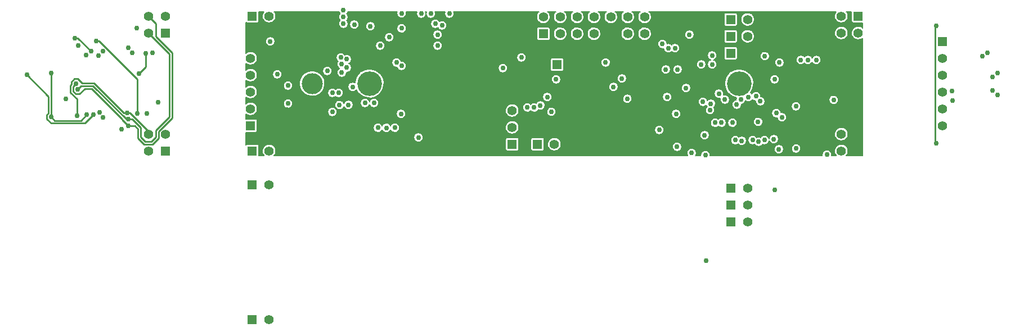
<source format=gbr>
G04 (created by PCBNEW (2013-07-07 BZR 4022)-stable) date 3/1/2014 3:20:10 PM*
%MOIN*%
G04 Gerber Fmt 3.4, Leading zero omitted, Abs format*
%FSLAX34Y34*%
G01*
G70*
G90*
G04 APERTURE LIST*
%ADD10C,0.00590551*%
%ADD11R,0.055X0.055*%
%ADD12C,0.055*%
%ADD13C,0.023622*%
%ADD14C,0.146*%
%ADD15C,0.125*%
%ADD16C,0.029*%
%ADD17C,0.03*%
%ADD18C,0.01*%
%ADD19C,0.006*%
G04 APERTURE END LIST*
G54D10*
G54D11*
X31800Y17450D03*
G54D12*
X31800Y18450D03*
X32800Y17450D03*
X32800Y18450D03*
X33800Y17450D03*
X33800Y18450D03*
X34800Y17450D03*
X34800Y18450D03*
X35800Y17450D03*
X35800Y18450D03*
X36800Y17450D03*
X36800Y18450D03*
X37800Y17450D03*
X37800Y18450D03*
G54D11*
X14450Y12000D03*
G54D12*
X14450Y13000D03*
X14450Y14000D03*
X14450Y15000D03*
X14450Y16000D03*
X14450Y17000D03*
G54D11*
X50450Y18500D03*
G54D12*
X49450Y18500D03*
X49450Y17500D03*
X50450Y17500D03*
G54D11*
X50450Y11500D03*
G54D12*
X49450Y11500D03*
X49450Y10500D03*
X50450Y10500D03*
G54D11*
X14550Y18500D03*
G54D12*
X15550Y18500D03*
G54D11*
X14550Y10500D03*
G54D12*
X15550Y10500D03*
G54D11*
X42900Y18300D03*
G54D12*
X43900Y18300D03*
G54D11*
X42900Y17300D03*
G54D12*
X43900Y17300D03*
G54D11*
X42900Y16300D03*
G54D12*
X43900Y16300D03*
G54D11*
X14550Y8500D03*
G54D12*
X15550Y8500D03*
G54D11*
X14550Y500D03*
G54D12*
X15550Y500D03*
G54D11*
X42900Y6300D03*
G54D12*
X43900Y6300D03*
G54D11*
X42900Y7300D03*
G54D12*
X43900Y7300D03*
G54D11*
X42900Y8300D03*
G54D12*
X43900Y8300D03*
G54D13*
X24554Y16295D03*
X24200Y16295D03*
X23845Y16295D03*
X23845Y16650D03*
X24200Y16650D03*
X24554Y16650D03*
X24554Y17004D03*
X24200Y17004D03*
X23845Y17004D03*
G54D14*
X21500Y14500D03*
X43400Y14500D03*
G54D15*
X18100Y14500D03*
X46800Y14500D03*
G54D11*
X29950Y10900D03*
G54D12*
X29950Y11900D03*
X29950Y12900D03*
G54D11*
X31450Y10900D03*
G54D12*
X32450Y10900D03*
G54D16*
X27800Y14750D03*
X27603Y14553D03*
X27603Y14946D03*
X27996Y14946D03*
X27996Y14553D03*
X24550Y12500D03*
X24746Y12696D03*
X24746Y12303D03*
X24353Y12303D03*
X24353Y12696D03*
G54D11*
X9400Y10500D03*
G54D12*
X8400Y10500D03*
X8400Y11500D03*
X9400Y11500D03*
G54D11*
X9400Y17500D03*
G54D12*
X8400Y17500D03*
X8400Y18500D03*
X9400Y18500D03*
G54D11*
X55450Y17000D03*
G54D12*
X55450Y16000D03*
X55450Y15000D03*
X55450Y14000D03*
X55450Y13000D03*
X55450Y12000D03*
G54D11*
X32616Y15628D03*
G54D12*
X31616Y15628D03*
G54D17*
X22000Y11875D03*
X22500Y11870D03*
X23000Y11875D03*
X56050Y13500D03*
X3525Y13575D03*
X6825Y11775D03*
X7200Y16625D03*
X4250Y16750D03*
X40250Y14232D03*
X41450Y4000D03*
X45500Y8182D03*
X41350Y11432D03*
X41250Y13417D03*
X41800Y16167D03*
X45783Y15750D03*
X45932Y12500D03*
X29400Y15417D03*
X22132Y16750D03*
X19300Y12817D03*
X19000Y15250D03*
X15617Y17000D03*
X16032Y15050D03*
X46767Y13150D03*
X26232Y18650D03*
X23400Y18667D03*
X19950Y18450D03*
X21550Y17900D03*
X44400Y13750D03*
X23394Y17775D03*
X7200Y12375D03*
X4225Y14150D03*
X56000Y14050D03*
X47050Y15900D03*
X43500Y13550D03*
X41800Y15632D03*
X25132Y18650D03*
X7225Y11975D03*
X4125Y14500D03*
X47475Y15900D03*
X43250Y13250D03*
X41150Y15632D03*
X24567Y18650D03*
X35490Y15746D03*
X25532Y17400D03*
X39600Y16600D03*
X38850Y16850D03*
X25800Y17950D03*
X49000Y13525D03*
X25400Y18050D03*
X39200Y16600D03*
X47975Y15900D03*
X20600Y18000D03*
X19850Y15150D03*
X19950Y18050D03*
X19800Y16050D03*
X20150Y15450D03*
X16674Y13318D03*
X16674Y14381D03*
X19850Y15650D03*
X42200Y13900D03*
X42550Y13550D03*
X41400Y10250D03*
X30500Y16050D03*
X30850Y13075D03*
X22667Y17250D03*
X39132Y13700D03*
X43175Y11150D03*
X43550Y11100D03*
X19675Y13950D03*
X45450Y11200D03*
X31250Y13075D03*
X44917Y16125D03*
X45750Y10600D03*
X44550Y11050D03*
X44900Y11150D03*
X44650Y13450D03*
X48600Y10275D03*
X46775Y10650D03*
X40450Y17400D03*
X36450Y14800D03*
X35950Y14300D03*
X43950Y13700D03*
X41675Y12925D03*
X43000Y12175D03*
X44525Y12225D03*
X36775Y13600D03*
X40583Y10375D03*
X45600Y12750D03*
X23367Y12700D03*
X24400Y11300D03*
X7450Y16325D03*
X7725Y17775D03*
X8250Y16300D03*
X7850Y15075D03*
X8650Y16325D03*
X8975Y13400D03*
X8300Y12725D03*
X7750Y12725D03*
X5300Y17007D03*
X4700Y16175D03*
X4050Y17200D03*
X5000Y16425D03*
X5450Y16150D03*
X5700Y16425D03*
X5725Y12500D03*
X5525Y12800D03*
X5150Y12650D03*
X1204Y15011D03*
X2650Y15125D03*
X4750Y12650D03*
X2650Y12507D03*
X58125Y16325D03*
X57825Y16125D03*
X58425Y14875D03*
X58700Y15125D03*
X58700Y13825D03*
X58425Y14100D03*
X55075Y17925D03*
X55075Y10950D03*
X4175Y12575D03*
X7150Y12750D03*
X41725Y13300D03*
X44200Y11150D03*
X39750Y15332D03*
X41975Y12175D03*
X42350Y12175D03*
X39050Y15332D03*
X36948Y15746D03*
X28907Y17875D03*
X15250Y11450D03*
X30775Y12533D03*
X39525Y11950D03*
X40583Y11125D03*
X20525Y14675D03*
X46232Y13150D03*
X33395Y12900D03*
X48750Y15400D03*
X41350Y11967D03*
X40533Y13075D03*
X40250Y14767D03*
X40500Y16167D03*
X38550Y14767D03*
X28750Y14882D03*
X28932Y16050D03*
X26067Y16750D03*
X22267Y12700D03*
X22832Y12700D03*
X22832Y13350D03*
X22132Y15750D03*
X22132Y17250D03*
X22250Y18650D03*
X17700Y13467D03*
X19200Y11900D03*
X16300Y13850D03*
X21567Y17250D03*
X20600Y18400D03*
X23100Y15750D03*
X19725Y13225D03*
X21767Y13350D03*
X23400Y15550D03*
X21232Y13350D03*
X25532Y16750D03*
X20150Y15950D03*
X19950Y18850D03*
X39667Y12700D03*
X19300Y13950D03*
X31625Y13200D03*
X45500Y14750D03*
X38667Y11750D03*
X32550Y14750D03*
X20500Y14300D03*
X39717Y10750D03*
X32275Y12825D03*
X32032Y13700D03*
X20250Y13232D03*
G54D18*
X7200Y12375D02*
X7448Y12375D01*
X9650Y16250D02*
X8400Y17500D01*
X9650Y12525D02*
X9650Y16250D01*
X8850Y11725D02*
X9650Y12525D01*
X8850Y11325D02*
X8850Y11725D01*
X8575Y11050D02*
X8850Y11325D01*
X8225Y11050D02*
X8575Y11050D01*
X7950Y11325D02*
X8225Y11050D01*
X7950Y11873D02*
X7950Y11325D01*
X7448Y12375D02*
X7950Y11873D01*
X7200Y12375D02*
X7100Y12375D01*
X5125Y14350D02*
X4425Y14350D01*
X7100Y12375D02*
X5125Y14350D01*
X4225Y14150D02*
X4425Y14350D01*
X7225Y11975D02*
X7614Y11975D01*
X8850Y18049D02*
X8400Y18500D01*
X8850Y17275D02*
X8850Y18049D01*
X9810Y16316D02*
X8850Y17275D01*
X9810Y12458D02*
X9810Y16316D01*
X9010Y11658D02*
X9810Y12458D01*
X9010Y11258D02*
X9010Y11658D01*
X8641Y10889D02*
X9010Y11258D01*
X8158Y10889D02*
X8641Y10889D01*
X7789Y11258D02*
X8158Y10889D01*
X7789Y11800D02*
X7789Y11258D01*
X7614Y11975D02*
X7789Y11800D01*
X7225Y11975D02*
X6850Y12350D01*
X3950Y14325D02*
X4125Y14500D01*
X3950Y14025D02*
X3950Y14325D01*
X4100Y13875D02*
X3950Y14025D01*
X4325Y13875D02*
X4100Y13875D01*
X4639Y14189D02*
X4325Y13875D01*
X5058Y14189D02*
X4639Y14189D01*
X6850Y12398D02*
X5058Y14189D01*
X6850Y12350D02*
X6850Y12398D01*
X8250Y15475D02*
X8250Y16300D01*
X7850Y15075D02*
X8250Y15475D01*
X5300Y17007D02*
X5492Y17007D01*
X7750Y14750D02*
X7750Y12725D01*
X5492Y17007D02*
X7750Y14750D01*
X4225Y17200D02*
X4050Y17200D01*
X5000Y16425D02*
X4225Y17200D01*
X1204Y15011D02*
X2489Y13726D01*
X4639Y12139D02*
X5150Y12650D01*
X2635Y12139D02*
X4639Y12139D01*
X2375Y12400D02*
X2635Y12139D01*
X2375Y12625D02*
X2375Y12400D01*
X2489Y12739D02*
X2375Y12625D01*
X2489Y13726D02*
X2489Y12739D01*
X2650Y12507D02*
X2650Y15125D01*
X4750Y12650D02*
X4400Y12300D01*
X2857Y12300D02*
X2650Y12507D01*
X4400Y12300D02*
X2857Y12300D01*
X55075Y17925D02*
X55000Y17850D01*
X55000Y11025D02*
X55075Y10950D01*
X55000Y17850D02*
X55000Y11025D01*
X4175Y12575D02*
X4175Y13573D01*
X6951Y12750D02*
X7150Y12750D01*
X5191Y14510D02*
X6951Y12750D01*
X4489Y14510D02*
X5191Y14510D01*
X4225Y14775D02*
X4489Y14510D01*
X4025Y14775D02*
X4225Y14775D01*
X3850Y14600D02*
X4025Y14775D01*
X3850Y14451D02*
X3850Y14600D01*
X3789Y14391D02*
X3850Y14451D01*
X3789Y13958D02*
X3789Y14391D01*
X4175Y13573D02*
X3789Y13958D01*
X7150Y12750D02*
X7300Y12750D01*
X8400Y11650D02*
X8400Y11500D01*
X7300Y12750D02*
X8400Y11650D01*
G54D10*
G36*
X50720Y10230D02*
X49753Y10230D01*
X49758Y10234D01*
X49803Y10298D01*
X49836Y10371D01*
X49853Y10448D01*
X49855Y10539D01*
X49855Y11539D01*
X49855Y17539D01*
X49839Y17617D01*
X49809Y17691D01*
X49765Y17757D01*
X49709Y17813D01*
X49643Y17857D01*
X49570Y17888D01*
X49492Y17904D01*
X49413Y17905D01*
X49335Y17890D01*
X49261Y17860D01*
X49194Y17817D01*
X49138Y17761D01*
X49093Y17696D01*
X49062Y17623D01*
X49045Y17545D01*
X49044Y17465D01*
X49058Y17387D01*
X49088Y17313D01*
X49131Y17247D01*
X49186Y17190D01*
X49251Y17144D01*
X49324Y17112D01*
X49401Y17095D01*
X49481Y17094D01*
X49559Y17108D01*
X49633Y17136D01*
X49700Y17179D01*
X49758Y17234D01*
X49803Y17298D01*
X49836Y17371D01*
X49853Y17448D01*
X49855Y17539D01*
X49855Y11539D01*
X49839Y11617D01*
X49809Y11691D01*
X49765Y11757D01*
X49709Y11813D01*
X49643Y11857D01*
X49570Y11888D01*
X49492Y11904D01*
X49413Y11905D01*
X49335Y11890D01*
X49280Y11868D01*
X49280Y13552D01*
X49269Y13606D01*
X49248Y13657D01*
X49218Y13702D01*
X49179Y13741D01*
X49133Y13772D01*
X49083Y13793D01*
X49029Y13804D01*
X48974Y13805D01*
X48920Y13794D01*
X48869Y13774D01*
X48823Y13744D01*
X48784Y13705D01*
X48753Y13660D01*
X48731Y13610D01*
X48720Y13556D01*
X48719Y13501D01*
X48729Y13447D01*
X48749Y13396D01*
X48779Y13350D01*
X48817Y13310D01*
X48862Y13279D01*
X48913Y13257D01*
X48966Y13245D01*
X49021Y13244D01*
X49075Y13254D01*
X49126Y13273D01*
X49173Y13303D01*
X49212Y13341D01*
X49244Y13386D01*
X49266Y13436D01*
X49279Y13489D01*
X49280Y13552D01*
X49280Y11868D01*
X49261Y11860D01*
X49194Y11817D01*
X49138Y11761D01*
X49093Y11696D01*
X49062Y11623D01*
X49045Y11545D01*
X49044Y11465D01*
X49058Y11387D01*
X49088Y11313D01*
X49131Y11247D01*
X49186Y11190D01*
X49251Y11144D01*
X49324Y11112D01*
X49401Y11095D01*
X49481Y11094D01*
X49559Y11108D01*
X49633Y11136D01*
X49700Y11179D01*
X49758Y11234D01*
X49803Y11298D01*
X49836Y11371D01*
X49853Y11448D01*
X49855Y11539D01*
X49855Y10539D01*
X49839Y10617D01*
X49809Y10691D01*
X49765Y10757D01*
X49709Y10813D01*
X49643Y10857D01*
X49570Y10888D01*
X49492Y10904D01*
X49413Y10905D01*
X49335Y10890D01*
X49261Y10860D01*
X49194Y10817D01*
X49138Y10761D01*
X49093Y10696D01*
X49062Y10623D01*
X49045Y10545D01*
X49044Y10465D01*
X49058Y10387D01*
X49088Y10313D01*
X49131Y10247D01*
X49147Y10230D01*
X48876Y10230D01*
X48879Y10239D01*
X48880Y10302D01*
X48869Y10356D01*
X48848Y10407D01*
X48818Y10452D01*
X48779Y10491D01*
X48733Y10522D01*
X48683Y10543D01*
X48629Y10554D01*
X48574Y10555D01*
X48520Y10544D01*
X48469Y10524D01*
X48423Y10494D01*
X48384Y10455D01*
X48353Y10410D01*
X48331Y10360D01*
X48320Y10306D01*
X48319Y10251D01*
X48323Y10230D01*
X48255Y10230D01*
X48255Y15927D01*
X48244Y15981D01*
X48223Y16032D01*
X48193Y16077D01*
X48154Y16116D01*
X48108Y16147D01*
X48058Y16168D01*
X48004Y16179D01*
X47949Y16180D01*
X47895Y16169D01*
X47844Y16149D01*
X47798Y16119D01*
X47759Y16080D01*
X47728Y16035D01*
X47725Y16027D01*
X47723Y16032D01*
X47693Y16077D01*
X47654Y16116D01*
X47608Y16147D01*
X47558Y16168D01*
X47504Y16179D01*
X47449Y16180D01*
X47395Y16169D01*
X47344Y16149D01*
X47298Y16119D01*
X47262Y16083D01*
X47229Y16116D01*
X47183Y16147D01*
X47133Y16168D01*
X47079Y16179D01*
X47024Y16180D01*
X46970Y16169D01*
X46919Y16149D01*
X46873Y16119D01*
X46834Y16080D01*
X46803Y16035D01*
X46781Y15985D01*
X46770Y15931D01*
X46769Y15876D01*
X46779Y15822D01*
X46799Y15771D01*
X46829Y15725D01*
X46867Y15685D01*
X46912Y15654D01*
X46963Y15632D01*
X47016Y15620D01*
X47071Y15619D01*
X47125Y15629D01*
X47176Y15648D01*
X47223Y15678D01*
X47262Y15716D01*
X47263Y15716D01*
X47292Y15685D01*
X47337Y15654D01*
X47388Y15632D01*
X47441Y15620D01*
X47496Y15619D01*
X47550Y15629D01*
X47601Y15648D01*
X47648Y15678D01*
X47687Y15716D01*
X47719Y15761D01*
X47724Y15771D01*
X47724Y15771D01*
X47754Y15725D01*
X47792Y15685D01*
X47837Y15654D01*
X47888Y15632D01*
X47941Y15620D01*
X47996Y15619D01*
X48050Y15629D01*
X48101Y15648D01*
X48148Y15678D01*
X48187Y15716D01*
X48219Y15761D01*
X48241Y15811D01*
X48254Y15864D01*
X48255Y15927D01*
X48255Y10230D01*
X47055Y10230D01*
X47055Y10677D01*
X47047Y10715D01*
X47047Y13177D01*
X47036Y13231D01*
X47015Y13282D01*
X46985Y13327D01*
X46946Y13366D01*
X46901Y13397D01*
X46850Y13418D01*
X46796Y13429D01*
X46742Y13430D01*
X46688Y13419D01*
X46637Y13399D01*
X46591Y13369D01*
X46551Y13330D01*
X46520Y13285D01*
X46499Y13235D01*
X46487Y13181D01*
X46487Y13126D01*
X46497Y13072D01*
X46517Y13021D01*
X46547Y12975D01*
X46585Y12935D01*
X46630Y12904D01*
X46680Y12882D01*
X46734Y12870D01*
X46789Y12869D01*
X46843Y12879D01*
X46894Y12898D01*
X46940Y12928D01*
X46980Y12966D01*
X47012Y13011D01*
X47034Y13061D01*
X47046Y13114D01*
X47047Y13177D01*
X47047Y10715D01*
X47044Y10731D01*
X47023Y10782D01*
X46993Y10827D01*
X46954Y10866D01*
X46908Y10897D01*
X46858Y10918D01*
X46804Y10929D01*
X46749Y10930D01*
X46695Y10919D01*
X46644Y10899D01*
X46598Y10869D01*
X46559Y10830D01*
X46528Y10785D01*
X46506Y10735D01*
X46495Y10681D01*
X46494Y10626D01*
X46504Y10572D01*
X46524Y10521D01*
X46554Y10475D01*
X46592Y10435D01*
X46637Y10404D01*
X46688Y10382D01*
X46741Y10370D01*
X46796Y10369D01*
X46850Y10379D01*
X46901Y10398D01*
X46948Y10428D01*
X46987Y10466D01*
X47019Y10511D01*
X47041Y10561D01*
X47054Y10614D01*
X47055Y10677D01*
X47055Y10230D01*
X46212Y10230D01*
X46212Y12527D01*
X46201Y12581D01*
X46180Y12632D01*
X46150Y12677D01*
X46111Y12716D01*
X46066Y12747D01*
X46063Y12748D01*
X46063Y15777D01*
X46052Y15831D01*
X46031Y15882D01*
X46001Y15927D01*
X45962Y15966D01*
X45916Y15997D01*
X45866Y16018D01*
X45812Y16029D01*
X45757Y16030D01*
X45703Y16019D01*
X45652Y15999D01*
X45606Y15969D01*
X45567Y15930D01*
X45536Y15885D01*
X45514Y15835D01*
X45503Y15781D01*
X45502Y15726D01*
X45512Y15672D01*
X45532Y15621D01*
X45562Y15575D01*
X45600Y15535D01*
X45645Y15504D01*
X45696Y15482D01*
X45749Y15470D01*
X45804Y15469D01*
X45858Y15479D01*
X45909Y15498D01*
X45956Y15528D01*
X45995Y15566D01*
X46027Y15611D01*
X46049Y15661D01*
X46062Y15714D01*
X46063Y15777D01*
X46063Y12748D01*
X46015Y12768D01*
X45961Y12779D01*
X45907Y12780D01*
X45879Y12775D01*
X45880Y12777D01*
X45869Y12831D01*
X45848Y12882D01*
X45818Y12927D01*
X45780Y12966D01*
X45780Y14777D01*
X45769Y14831D01*
X45748Y14882D01*
X45718Y14927D01*
X45679Y14966D01*
X45633Y14997D01*
X45583Y15018D01*
X45529Y15029D01*
X45474Y15030D01*
X45420Y15019D01*
X45369Y14999D01*
X45323Y14969D01*
X45284Y14930D01*
X45253Y14885D01*
X45231Y14835D01*
X45220Y14781D01*
X45219Y14726D01*
X45229Y14672D01*
X45249Y14621D01*
X45279Y14575D01*
X45317Y14535D01*
X45362Y14504D01*
X45413Y14482D01*
X45466Y14470D01*
X45521Y14469D01*
X45575Y14479D01*
X45626Y14498D01*
X45673Y14528D01*
X45712Y14566D01*
X45744Y14611D01*
X45766Y14661D01*
X45779Y14714D01*
X45780Y14777D01*
X45780Y12966D01*
X45779Y12966D01*
X45733Y12997D01*
X45683Y13018D01*
X45629Y13029D01*
X45574Y13030D01*
X45520Y13019D01*
X45469Y12999D01*
X45423Y12969D01*
X45384Y12930D01*
X45353Y12885D01*
X45331Y12835D01*
X45320Y12781D01*
X45319Y12726D01*
X45329Y12672D01*
X45349Y12621D01*
X45379Y12575D01*
X45417Y12535D01*
X45462Y12504D01*
X45513Y12482D01*
X45566Y12470D01*
X45621Y12469D01*
X45652Y12474D01*
X45662Y12422D01*
X45682Y12371D01*
X45712Y12325D01*
X45750Y12285D01*
X45795Y12254D01*
X45845Y12232D01*
X45899Y12220D01*
X45954Y12219D01*
X46008Y12229D01*
X46059Y12248D01*
X46105Y12278D01*
X46145Y12316D01*
X46177Y12361D01*
X46199Y12411D01*
X46211Y12464D01*
X46212Y12527D01*
X46212Y10230D01*
X46030Y10230D01*
X46030Y10627D01*
X46019Y10681D01*
X45998Y10732D01*
X45968Y10777D01*
X45929Y10816D01*
X45883Y10847D01*
X45833Y10868D01*
X45779Y10879D01*
X45730Y10880D01*
X45730Y11227D01*
X45719Y11281D01*
X45698Y11332D01*
X45668Y11377D01*
X45629Y11416D01*
X45583Y11447D01*
X45533Y11468D01*
X45479Y11479D01*
X45424Y11480D01*
X45370Y11469D01*
X45319Y11449D01*
X45273Y11419D01*
X45234Y11380D01*
X45203Y11335D01*
X45197Y11320D01*
X45197Y16152D01*
X45186Y16206D01*
X45165Y16257D01*
X45135Y16302D01*
X45096Y16341D01*
X45050Y16372D01*
X45000Y16393D01*
X44946Y16404D01*
X44891Y16405D01*
X44837Y16394D01*
X44786Y16374D01*
X44740Y16344D01*
X44701Y16305D01*
X44670Y16260D01*
X44648Y16210D01*
X44637Y16156D01*
X44636Y16101D01*
X44646Y16047D01*
X44666Y15996D01*
X44696Y15950D01*
X44734Y15910D01*
X44779Y15879D01*
X44830Y15857D01*
X44883Y15845D01*
X44938Y15844D01*
X44992Y15854D01*
X45043Y15873D01*
X45090Y15903D01*
X45129Y15941D01*
X45161Y15986D01*
X45183Y16036D01*
X45196Y16089D01*
X45197Y16152D01*
X45197Y11320D01*
X45181Y11285D01*
X45170Y11231D01*
X45170Y11226D01*
X45169Y11231D01*
X45148Y11282D01*
X45118Y11327D01*
X45079Y11366D01*
X45033Y11397D01*
X44983Y11418D01*
X44930Y11429D01*
X44930Y13477D01*
X44919Y13531D01*
X44898Y13582D01*
X44868Y13627D01*
X44829Y13666D01*
X44783Y13697D01*
X44733Y13718D01*
X44679Y13729D01*
X44679Y13729D01*
X44680Y13777D01*
X44669Y13831D01*
X44648Y13882D01*
X44618Y13927D01*
X44579Y13966D01*
X44533Y13997D01*
X44483Y14018D01*
X44429Y14029D01*
X44374Y14030D01*
X44320Y14019D01*
X44305Y14013D01*
X44305Y17339D01*
X44305Y18339D01*
X44289Y18417D01*
X44259Y18491D01*
X44215Y18557D01*
X44159Y18613D01*
X44093Y18657D01*
X44020Y18688D01*
X43942Y18704D01*
X43863Y18705D01*
X43785Y18690D01*
X43711Y18660D01*
X43644Y18617D01*
X43588Y18561D01*
X43543Y18496D01*
X43512Y18423D01*
X43495Y18345D01*
X43494Y18265D01*
X43508Y18187D01*
X43538Y18113D01*
X43581Y18047D01*
X43636Y17990D01*
X43701Y17944D01*
X43774Y17912D01*
X43851Y17895D01*
X43931Y17894D01*
X44009Y17908D01*
X44083Y17936D01*
X44150Y17979D01*
X44208Y18034D01*
X44253Y18098D01*
X44286Y18171D01*
X44303Y18248D01*
X44305Y18339D01*
X44305Y17339D01*
X44289Y17417D01*
X44259Y17491D01*
X44215Y17557D01*
X44159Y17613D01*
X44093Y17657D01*
X44020Y17688D01*
X43942Y17704D01*
X43863Y17705D01*
X43785Y17690D01*
X43711Y17660D01*
X43644Y17617D01*
X43588Y17561D01*
X43543Y17496D01*
X43512Y17423D01*
X43495Y17345D01*
X43494Y17265D01*
X43508Y17187D01*
X43538Y17113D01*
X43581Y17047D01*
X43636Y16990D01*
X43701Y16944D01*
X43774Y16912D01*
X43851Y16895D01*
X43931Y16894D01*
X44009Y16908D01*
X44083Y16936D01*
X44150Y16979D01*
X44208Y17034D01*
X44253Y17098D01*
X44286Y17171D01*
X44303Y17248D01*
X44305Y17339D01*
X44305Y14013D01*
X44269Y13999D01*
X44223Y13969D01*
X44184Y13930D01*
X44156Y13889D01*
X44129Y13916D01*
X44083Y13947D01*
X44067Y13954D01*
X44151Y14073D01*
X44219Y14227D01*
X44257Y14391D01*
X44260Y14584D01*
X44227Y14749D01*
X44163Y14905D01*
X44069Y15046D01*
X43950Y15165D01*
X43811Y15260D01*
X43655Y15325D01*
X43490Y15359D01*
X43321Y15360D01*
X43305Y15357D01*
X43305Y16036D01*
X43305Y17036D01*
X43305Y18036D01*
X43305Y18587D01*
X43300Y18612D01*
X43290Y18636D01*
X43276Y18657D01*
X43258Y18675D01*
X43237Y18689D01*
X43213Y18699D01*
X43188Y18704D01*
X43163Y18705D01*
X42612Y18705D01*
X42587Y18700D01*
X42563Y18690D01*
X42542Y18676D01*
X42524Y18658D01*
X42510Y18637D01*
X42500Y18613D01*
X42495Y18588D01*
X42494Y18563D01*
X42494Y18012D01*
X42499Y17987D01*
X42509Y17963D01*
X42523Y17942D01*
X42541Y17924D01*
X42562Y17910D01*
X42586Y17900D01*
X42611Y17895D01*
X42636Y17894D01*
X43187Y17894D01*
X43212Y17899D01*
X43236Y17909D01*
X43257Y17923D01*
X43275Y17941D01*
X43289Y17962D01*
X43299Y17986D01*
X43304Y18011D01*
X43305Y18036D01*
X43305Y17036D01*
X43305Y17587D01*
X43300Y17612D01*
X43290Y17636D01*
X43276Y17657D01*
X43258Y17675D01*
X43237Y17689D01*
X43213Y17699D01*
X43188Y17704D01*
X43163Y17705D01*
X42612Y17705D01*
X42587Y17700D01*
X42563Y17690D01*
X42542Y17676D01*
X42524Y17658D01*
X42510Y17637D01*
X42500Y17613D01*
X42495Y17588D01*
X42494Y17563D01*
X42494Y17012D01*
X42499Y16987D01*
X42509Y16963D01*
X42523Y16942D01*
X42541Y16924D01*
X42562Y16910D01*
X42586Y16900D01*
X42611Y16895D01*
X42636Y16894D01*
X43187Y16894D01*
X43212Y16899D01*
X43236Y16909D01*
X43257Y16923D01*
X43275Y16941D01*
X43289Y16962D01*
X43299Y16986D01*
X43304Y17011D01*
X43305Y17036D01*
X43305Y16036D01*
X43305Y16587D01*
X43300Y16612D01*
X43290Y16636D01*
X43276Y16657D01*
X43258Y16675D01*
X43237Y16689D01*
X43213Y16699D01*
X43188Y16704D01*
X43163Y16705D01*
X42612Y16705D01*
X42587Y16700D01*
X42563Y16690D01*
X42542Y16676D01*
X42524Y16658D01*
X42510Y16637D01*
X42500Y16613D01*
X42495Y16588D01*
X42494Y16563D01*
X42494Y16012D01*
X42499Y15987D01*
X42509Y15963D01*
X42523Y15942D01*
X42541Y15924D01*
X42562Y15910D01*
X42586Y15900D01*
X42611Y15895D01*
X42636Y15894D01*
X43187Y15894D01*
X43212Y15899D01*
X43236Y15909D01*
X43257Y15923D01*
X43275Y15941D01*
X43289Y15962D01*
X43299Y15986D01*
X43304Y16011D01*
X43305Y16036D01*
X43305Y15357D01*
X43156Y15329D01*
X42999Y15265D01*
X42858Y15173D01*
X42738Y15055D01*
X42642Y14916D01*
X42576Y14761D01*
X42541Y14596D01*
X42538Y14427D01*
X42569Y14261D01*
X42631Y14104D01*
X42722Y13963D01*
X42839Y13841D01*
X42978Y13745D01*
X43132Y13678D01*
X43240Y13654D01*
X43231Y13635D01*
X43220Y13581D01*
X43219Y13529D01*
X43170Y13519D01*
X43119Y13499D01*
X43073Y13469D01*
X43034Y13430D01*
X43003Y13385D01*
X42981Y13335D01*
X42970Y13281D01*
X42969Y13226D01*
X42979Y13172D01*
X42999Y13121D01*
X43029Y13075D01*
X43067Y13035D01*
X43112Y13004D01*
X43163Y12982D01*
X43216Y12970D01*
X43271Y12969D01*
X43325Y12979D01*
X43376Y12998D01*
X43423Y13028D01*
X43462Y13066D01*
X43494Y13111D01*
X43516Y13161D01*
X43529Y13214D01*
X43529Y13270D01*
X43575Y13279D01*
X43626Y13298D01*
X43673Y13328D01*
X43712Y13366D01*
X43744Y13411D01*
X43766Y13461D01*
X43771Y13482D01*
X43812Y13454D01*
X43863Y13432D01*
X43916Y13420D01*
X43971Y13419D01*
X44025Y13429D01*
X44076Y13448D01*
X44123Y13478D01*
X44162Y13516D01*
X44194Y13560D01*
X44217Y13535D01*
X44262Y13504D01*
X44313Y13482D01*
X44366Y13470D01*
X44370Y13470D01*
X44369Y13426D01*
X44379Y13372D01*
X44399Y13321D01*
X44429Y13275D01*
X44467Y13235D01*
X44512Y13204D01*
X44563Y13182D01*
X44616Y13170D01*
X44671Y13169D01*
X44725Y13179D01*
X44776Y13198D01*
X44823Y13228D01*
X44862Y13266D01*
X44894Y13311D01*
X44916Y13361D01*
X44929Y13414D01*
X44930Y13477D01*
X44930Y11429D01*
X44929Y11429D01*
X44874Y11430D01*
X44820Y11419D01*
X44805Y11413D01*
X44805Y12252D01*
X44794Y12306D01*
X44773Y12357D01*
X44743Y12402D01*
X44704Y12441D01*
X44658Y12472D01*
X44608Y12493D01*
X44554Y12504D01*
X44499Y12505D01*
X44445Y12494D01*
X44394Y12474D01*
X44348Y12444D01*
X44309Y12405D01*
X44278Y12360D01*
X44256Y12310D01*
X44245Y12256D01*
X44244Y12201D01*
X44254Y12147D01*
X44274Y12096D01*
X44304Y12050D01*
X44342Y12010D01*
X44387Y11979D01*
X44438Y11957D01*
X44491Y11945D01*
X44546Y11944D01*
X44600Y11954D01*
X44651Y11973D01*
X44698Y12003D01*
X44737Y12041D01*
X44769Y12086D01*
X44791Y12136D01*
X44804Y12189D01*
X44805Y12252D01*
X44805Y11413D01*
X44769Y11399D01*
X44723Y11369D01*
X44684Y11330D01*
X44666Y11304D01*
X44633Y11318D01*
X44579Y11329D01*
X44524Y11330D01*
X44470Y11319D01*
X44433Y11304D01*
X44418Y11327D01*
X44379Y11366D01*
X44333Y11397D01*
X44283Y11418D01*
X44229Y11429D01*
X44174Y11430D01*
X44120Y11419D01*
X44069Y11399D01*
X44023Y11369D01*
X43984Y11330D01*
X43953Y11285D01*
X43931Y11235D01*
X43920Y11181D01*
X43919Y11126D01*
X43929Y11072D01*
X43949Y11021D01*
X43979Y10975D01*
X44017Y10935D01*
X44062Y10904D01*
X44113Y10882D01*
X44166Y10870D01*
X44221Y10869D01*
X44275Y10879D01*
X44316Y10894D01*
X44329Y10875D01*
X44367Y10835D01*
X44412Y10804D01*
X44463Y10782D01*
X44516Y10770D01*
X44571Y10769D01*
X44625Y10779D01*
X44676Y10798D01*
X44723Y10828D01*
X44762Y10866D01*
X44783Y10895D01*
X44813Y10882D01*
X44866Y10870D01*
X44921Y10869D01*
X44975Y10879D01*
X45026Y10898D01*
X45073Y10928D01*
X45112Y10966D01*
X45144Y11011D01*
X45166Y11061D01*
X45179Y11114D01*
X45179Y11123D01*
X45179Y11122D01*
X45199Y11071D01*
X45229Y11025D01*
X45267Y10985D01*
X45312Y10954D01*
X45363Y10932D01*
X45416Y10920D01*
X45471Y10919D01*
X45525Y10929D01*
X45576Y10948D01*
X45623Y10978D01*
X45662Y11016D01*
X45694Y11061D01*
X45716Y11111D01*
X45729Y11164D01*
X45730Y11227D01*
X45730Y10880D01*
X45724Y10880D01*
X45670Y10869D01*
X45619Y10849D01*
X45573Y10819D01*
X45534Y10780D01*
X45503Y10735D01*
X45481Y10685D01*
X45470Y10631D01*
X45469Y10576D01*
X45479Y10522D01*
X45499Y10471D01*
X45529Y10425D01*
X45567Y10385D01*
X45612Y10354D01*
X45663Y10332D01*
X45716Y10320D01*
X45771Y10319D01*
X45825Y10329D01*
X45876Y10348D01*
X45923Y10378D01*
X45962Y10416D01*
X45994Y10461D01*
X46016Y10511D01*
X46029Y10564D01*
X46030Y10627D01*
X46030Y10230D01*
X43830Y10230D01*
X43830Y11127D01*
X43819Y11181D01*
X43798Y11232D01*
X43768Y11277D01*
X43729Y11316D01*
X43683Y11347D01*
X43633Y11368D01*
X43579Y11379D01*
X43524Y11380D01*
X43470Y11369D01*
X43419Y11349D01*
X43390Y11330D01*
X43354Y11366D01*
X43308Y11397D01*
X43280Y11409D01*
X43280Y12202D01*
X43269Y12256D01*
X43248Y12307D01*
X43218Y12352D01*
X43179Y12391D01*
X43133Y12422D01*
X43083Y12443D01*
X43029Y12454D01*
X42974Y12455D01*
X42920Y12444D01*
X42869Y12424D01*
X42830Y12398D01*
X42830Y13577D01*
X42819Y13631D01*
X42798Y13682D01*
X42768Y13727D01*
X42729Y13766D01*
X42683Y13797D01*
X42633Y13818D01*
X42579Y13829D01*
X42524Y13830D01*
X42470Y13819D01*
X42468Y13819D01*
X42479Y13864D01*
X42480Y13927D01*
X42469Y13981D01*
X42448Y14032D01*
X42418Y14077D01*
X42379Y14116D01*
X42333Y14147D01*
X42283Y14168D01*
X42229Y14179D01*
X42174Y14180D01*
X42120Y14169D01*
X42080Y14153D01*
X42080Y15659D01*
X42069Y15713D01*
X42048Y15764D01*
X42018Y15810D01*
X41979Y15849D01*
X41933Y15879D01*
X41885Y15900D01*
X41926Y15916D01*
X41973Y15945D01*
X42012Y15983D01*
X42044Y16028D01*
X42066Y16078D01*
X42079Y16132D01*
X42080Y16194D01*
X42069Y16248D01*
X42048Y16299D01*
X42018Y16345D01*
X41979Y16384D01*
X41933Y16414D01*
X41883Y16436D01*
X41829Y16447D01*
X41774Y16447D01*
X41720Y16437D01*
X41669Y16416D01*
X41623Y16386D01*
X41584Y16348D01*
X41553Y16303D01*
X41531Y16252D01*
X41520Y16198D01*
X41519Y16143D01*
X41529Y16089D01*
X41549Y16038D01*
X41579Y15992D01*
X41617Y15953D01*
X41662Y15921D01*
X41713Y15899D01*
X41713Y15899D01*
X41669Y15881D01*
X41623Y15851D01*
X41584Y15813D01*
X41553Y15768D01*
X41531Y15717D01*
X41520Y15663D01*
X41519Y15608D01*
X41529Y15554D01*
X41549Y15503D01*
X41579Y15457D01*
X41617Y15418D01*
X41662Y15386D01*
X41713Y15364D01*
X41766Y15353D01*
X41821Y15351D01*
X41875Y15361D01*
X41926Y15381D01*
X41973Y15410D01*
X42012Y15448D01*
X42044Y15493D01*
X42066Y15543D01*
X42079Y15597D01*
X42080Y15659D01*
X42080Y14153D01*
X42069Y14149D01*
X42023Y14119D01*
X41984Y14080D01*
X41953Y14035D01*
X41931Y13985D01*
X41920Y13931D01*
X41919Y13876D01*
X41929Y13822D01*
X41949Y13771D01*
X41979Y13725D01*
X42017Y13685D01*
X42062Y13654D01*
X42113Y13632D01*
X42166Y13620D01*
X42221Y13619D01*
X42275Y13629D01*
X42280Y13631D01*
X42270Y13581D01*
X42269Y13526D01*
X42279Y13472D01*
X42299Y13421D01*
X42329Y13375D01*
X42367Y13335D01*
X42412Y13304D01*
X42463Y13282D01*
X42516Y13270D01*
X42571Y13269D01*
X42625Y13279D01*
X42676Y13298D01*
X42723Y13328D01*
X42762Y13366D01*
X42794Y13411D01*
X42816Y13461D01*
X42829Y13514D01*
X42830Y13577D01*
X42830Y12398D01*
X42823Y12394D01*
X42784Y12355D01*
X42753Y12310D01*
X42731Y12260D01*
X42720Y12206D01*
X42719Y12151D01*
X42729Y12097D01*
X42749Y12046D01*
X42779Y12000D01*
X42817Y11960D01*
X42862Y11929D01*
X42913Y11907D01*
X42966Y11895D01*
X43021Y11894D01*
X43075Y11904D01*
X43126Y11923D01*
X43173Y11953D01*
X43212Y11991D01*
X43244Y12036D01*
X43266Y12086D01*
X43279Y12139D01*
X43280Y12202D01*
X43280Y11409D01*
X43258Y11418D01*
X43204Y11429D01*
X43149Y11430D01*
X43095Y11419D01*
X43044Y11399D01*
X42998Y11369D01*
X42959Y11330D01*
X42928Y11285D01*
X42906Y11235D01*
X42895Y11181D01*
X42894Y11126D01*
X42904Y11072D01*
X42924Y11021D01*
X42954Y10975D01*
X42992Y10935D01*
X43037Y10904D01*
X43088Y10882D01*
X43141Y10870D01*
X43196Y10869D01*
X43250Y10879D01*
X43301Y10898D01*
X43334Y10919D01*
X43367Y10885D01*
X43412Y10854D01*
X43463Y10832D01*
X43516Y10820D01*
X43571Y10819D01*
X43625Y10829D01*
X43676Y10848D01*
X43723Y10878D01*
X43762Y10916D01*
X43794Y10961D01*
X43816Y11011D01*
X43829Y11064D01*
X43830Y11127D01*
X43830Y10230D01*
X42630Y10230D01*
X42630Y12202D01*
X42619Y12256D01*
X42598Y12307D01*
X42568Y12352D01*
X42529Y12391D01*
X42483Y12422D01*
X42433Y12443D01*
X42379Y12454D01*
X42324Y12455D01*
X42270Y12444D01*
X42219Y12424D01*
X42173Y12394D01*
X42162Y12383D01*
X42154Y12391D01*
X42108Y12422D01*
X42058Y12443D01*
X42005Y12454D01*
X42005Y13327D01*
X41994Y13381D01*
X41973Y13432D01*
X41943Y13477D01*
X41904Y13516D01*
X41858Y13547D01*
X41808Y13568D01*
X41754Y13579D01*
X41699Y13580D01*
X41645Y13569D01*
X41594Y13549D01*
X41548Y13519D01*
X41520Y13491D01*
X41519Y13498D01*
X41498Y13549D01*
X41468Y13595D01*
X41430Y13633D01*
X41430Y15659D01*
X41419Y15713D01*
X41398Y15764D01*
X41368Y15810D01*
X41329Y15849D01*
X41283Y15879D01*
X41233Y15901D01*
X41179Y15912D01*
X41124Y15912D01*
X41070Y15902D01*
X41019Y15881D01*
X40973Y15851D01*
X40934Y15813D01*
X40903Y15768D01*
X40881Y15717D01*
X40870Y15663D01*
X40869Y15608D01*
X40879Y15554D01*
X40899Y15503D01*
X40929Y15457D01*
X40967Y15418D01*
X41012Y15386D01*
X41063Y15364D01*
X41116Y15353D01*
X41171Y15351D01*
X41225Y15361D01*
X41276Y15381D01*
X41323Y15410D01*
X41362Y15448D01*
X41394Y15493D01*
X41416Y15543D01*
X41429Y15597D01*
X41430Y15659D01*
X41430Y13633D01*
X41429Y13634D01*
X41383Y13664D01*
X41333Y13686D01*
X41279Y13697D01*
X41224Y13697D01*
X41170Y13687D01*
X41119Y13666D01*
X41073Y13636D01*
X41034Y13598D01*
X41003Y13553D01*
X40981Y13502D01*
X40970Y13448D01*
X40969Y13393D01*
X40979Y13339D01*
X40999Y13288D01*
X41029Y13242D01*
X41067Y13203D01*
X41112Y13171D01*
X41163Y13149D01*
X41216Y13138D01*
X41271Y13136D01*
X41325Y13146D01*
X41376Y13166D01*
X41423Y13195D01*
X41454Y13225D01*
X41454Y13222D01*
X41474Y13171D01*
X41494Y13140D01*
X41459Y13105D01*
X41428Y13060D01*
X41406Y13010D01*
X41395Y12956D01*
X41394Y12901D01*
X41404Y12847D01*
X41424Y12796D01*
X41454Y12750D01*
X41492Y12710D01*
X41537Y12679D01*
X41588Y12657D01*
X41641Y12645D01*
X41696Y12644D01*
X41750Y12654D01*
X41801Y12673D01*
X41848Y12703D01*
X41887Y12741D01*
X41919Y12786D01*
X41941Y12836D01*
X41954Y12889D01*
X41955Y12952D01*
X41944Y13006D01*
X41923Y13057D01*
X41905Y13084D01*
X41937Y13116D01*
X41969Y13161D01*
X41991Y13211D01*
X42004Y13264D01*
X42005Y13327D01*
X42005Y12454D01*
X42004Y12454D01*
X41949Y12455D01*
X41895Y12444D01*
X41844Y12424D01*
X41798Y12394D01*
X41759Y12355D01*
X41728Y12310D01*
X41706Y12260D01*
X41695Y12206D01*
X41694Y12151D01*
X41704Y12097D01*
X41724Y12046D01*
X41754Y12000D01*
X41792Y11960D01*
X41837Y11929D01*
X41888Y11907D01*
X41941Y11895D01*
X41996Y11894D01*
X42050Y11904D01*
X42101Y11923D01*
X42148Y11953D01*
X42162Y11966D01*
X42167Y11960D01*
X42212Y11929D01*
X42263Y11907D01*
X42316Y11895D01*
X42371Y11894D01*
X42425Y11904D01*
X42476Y11923D01*
X42523Y11953D01*
X42562Y11991D01*
X42594Y12036D01*
X42616Y12086D01*
X42629Y12139D01*
X42630Y12202D01*
X42630Y10230D01*
X41679Y10230D01*
X41680Y10277D01*
X41669Y10331D01*
X41648Y10382D01*
X41630Y10409D01*
X41630Y11459D01*
X41619Y11513D01*
X41598Y11564D01*
X41568Y11610D01*
X41529Y11649D01*
X41483Y11679D01*
X41433Y11701D01*
X41379Y11712D01*
X41324Y11712D01*
X41270Y11702D01*
X41219Y11681D01*
X41173Y11651D01*
X41134Y11613D01*
X41103Y11568D01*
X41081Y11517D01*
X41070Y11463D01*
X41069Y11408D01*
X41079Y11354D01*
X41099Y11303D01*
X41129Y11257D01*
X41167Y11218D01*
X41212Y11186D01*
X41263Y11164D01*
X41316Y11153D01*
X41371Y11151D01*
X41425Y11161D01*
X41476Y11181D01*
X41523Y11210D01*
X41562Y11248D01*
X41594Y11293D01*
X41616Y11343D01*
X41629Y11397D01*
X41630Y11459D01*
X41630Y10409D01*
X41618Y10427D01*
X41579Y10466D01*
X41533Y10497D01*
X41483Y10518D01*
X41429Y10529D01*
X41374Y10530D01*
X41320Y10519D01*
X41269Y10499D01*
X41223Y10469D01*
X41184Y10430D01*
X41153Y10385D01*
X41131Y10335D01*
X41120Y10281D01*
X41119Y10230D01*
X40823Y10230D01*
X40827Y10236D01*
X40849Y10286D01*
X40862Y10339D01*
X40863Y10402D01*
X40852Y10456D01*
X40831Y10507D01*
X40801Y10552D01*
X40762Y10591D01*
X40730Y10613D01*
X40730Y17427D01*
X40719Y17481D01*
X40698Y17532D01*
X40668Y17577D01*
X40629Y17616D01*
X40583Y17647D01*
X40533Y17668D01*
X40479Y17679D01*
X40424Y17680D01*
X40370Y17669D01*
X40319Y17649D01*
X40273Y17619D01*
X40234Y17580D01*
X40203Y17535D01*
X40181Y17485D01*
X40170Y17431D01*
X40169Y17376D01*
X40179Y17322D01*
X40199Y17271D01*
X40229Y17225D01*
X40267Y17185D01*
X40312Y17154D01*
X40363Y17132D01*
X40416Y17120D01*
X40471Y17119D01*
X40525Y17129D01*
X40576Y17148D01*
X40623Y17178D01*
X40662Y17216D01*
X40694Y17261D01*
X40716Y17311D01*
X40729Y17364D01*
X40730Y17427D01*
X40730Y10613D01*
X40716Y10622D01*
X40666Y10643D01*
X40612Y10654D01*
X40557Y10655D01*
X40530Y10649D01*
X40530Y14259D01*
X40519Y14313D01*
X40498Y14364D01*
X40468Y14410D01*
X40429Y14449D01*
X40383Y14479D01*
X40333Y14501D01*
X40279Y14512D01*
X40224Y14512D01*
X40170Y14502D01*
X40119Y14481D01*
X40073Y14451D01*
X40034Y14413D01*
X40030Y14406D01*
X40030Y15359D01*
X40019Y15413D01*
X39998Y15464D01*
X39968Y15510D01*
X39929Y15549D01*
X39883Y15579D01*
X39880Y15581D01*
X39880Y16627D01*
X39869Y16681D01*
X39848Y16732D01*
X39818Y16777D01*
X39779Y16816D01*
X39733Y16847D01*
X39683Y16868D01*
X39629Y16879D01*
X39574Y16880D01*
X39520Y16869D01*
X39469Y16849D01*
X39423Y16819D01*
X39399Y16796D01*
X39379Y16816D01*
X39333Y16847D01*
X39283Y16868D01*
X39229Y16879D01*
X39174Y16880D01*
X39129Y16871D01*
X39130Y16877D01*
X39119Y16931D01*
X39098Y16982D01*
X39068Y17027D01*
X39029Y17066D01*
X38983Y17097D01*
X38933Y17118D01*
X38879Y17129D01*
X38824Y17130D01*
X38770Y17119D01*
X38719Y17099D01*
X38673Y17069D01*
X38634Y17030D01*
X38603Y16985D01*
X38581Y16935D01*
X38570Y16881D01*
X38569Y16826D01*
X38579Y16772D01*
X38599Y16721D01*
X38629Y16675D01*
X38667Y16635D01*
X38712Y16604D01*
X38763Y16582D01*
X38816Y16570D01*
X38871Y16569D01*
X38919Y16577D01*
X38919Y16576D01*
X38929Y16522D01*
X38949Y16471D01*
X38979Y16425D01*
X39017Y16385D01*
X39062Y16354D01*
X39113Y16332D01*
X39166Y16320D01*
X39221Y16319D01*
X39275Y16329D01*
X39326Y16348D01*
X39373Y16378D01*
X39400Y16403D01*
X39417Y16385D01*
X39462Y16354D01*
X39513Y16332D01*
X39566Y16320D01*
X39621Y16319D01*
X39675Y16329D01*
X39726Y16348D01*
X39773Y16378D01*
X39812Y16416D01*
X39844Y16461D01*
X39866Y16511D01*
X39879Y16564D01*
X39880Y16627D01*
X39880Y15581D01*
X39833Y15601D01*
X39779Y15612D01*
X39724Y15612D01*
X39670Y15602D01*
X39619Y15581D01*
X39573Y15551D01*
X39534Y15513D01*
X39503Y15468D01*
X39481Y15417D01*
X39470Y15363D01*
X39469Y15308D01*
X39479Y15254D01*
X39499Y15203D01*
X39529Y15157D01*
X39567Y15118D01*
X39612Y15086D01*
X39663Y15064D01*
X39716Y15053D01*
X39771Y15051D01*
X39825Y15061D01*
X39876Y15081D01*
X39923Y15110D01*
X39962Y15148D01*
X39994Y15193D01*
X40016Y15243D01*
X40029Y15297D01*
X40030Y15359D01*
X40030Y14406D01*
X40003Y14368D01*
X39981Y14317D01*
X39970Y14263D01*
X39969Y14208D01*
X39979Y14154D01*
X39999Y14103D01*
X40029Y14057D01*
X40067Y14018D01*
X40112Y13986D01*
X40163Y13964D01*
X40216Y13953D01*
X40271Y13951D01*
X40325Y13961D01*
X40376Y13981D01*
X40423Y14010D01*
X40462Y14048D01*
X40494Y14093D01*
X40516Y14143D01*
X40529Y14197D01*
X40530Y14259D01*
X40530Y10649D01*
X40503Y10644D01*
X40452Y10624D01*
X40406Y10594D01*
X40367Y10555D01*
X40336Y10510D01*
X40314Y10460D01*
X40303Y10406D01*
X40302Y10351D01*
X40312Y10297D01*
X40332Y10246D01*
X40343Y10230D01*
X39997Y10230D01*
X39997Y10777D01*
X39986Y10831D01*
X39965Y10882D01*
X39947Y10909D01*
X39947Y12727D01*
X39936Y12781D01*
X39915Y12832D01*
X39885Y12877D01*
X39846Y12916D01*
X39800Y12947D01*
X39750Y12968D01*
X39696Y12979D01*
X39641Y12980D01*
X39587Y12969D01*
X39536Y12949D01*
X39490Y12919D01*
X39451Y12880D01*
X39420Y12835D01*
X39412Y12817D01*
X39412Y13727D01*
X39401Y13781D01*
X39380Y13832D01*
X39350Y13877D01*
X39330Y13898D01*
X39330Y15359D01*
X39319Y15413D01*
X39298Y15464D01*
X39268Y15510D01*
X39229Y15549D01*
X39183Y15579D01*
X39133Y15601D01*
X39079Y15612D01*
X39024Y15612D01*
X38970Y15602D01*
X38919Y15581D01*
X38873Y15551D01*
X38834Y15513D01*
X38803Y15468D01*
X38781Y15417D01*
X38770Y15363D01*
X38769Y15308D01*
X38779Y15254D01*
X38799Y15203D01*
X38829Y15157D01*
X38867Y15118D01*
X38912Y15086D01*
X38963Y15064D01*
X39016Y15053D01*
X39071Y15051D01*
X39125Y15061D01*
X39176Y15081D01*
X39223Y15110D01*
X39262Y15148D01*
X39294Y15193D01*
X39316Y15243D01*
X39329Y15297D01*
X39330Y15359D01*
X39330Y13898D01*
X39311Y13916D01*
X39266Y13947D01*
X39215Y13968D01*
X39161Y13979D01*
X39107Y13980D01*
X39053Y13969D01*
X39002Y13949D01*
X38956Y13919D01*
X38916Y13880D01*
X38885Y13835D01*
X38864Y13785D01*
X38852Y13731D01*
X38852Y13676D01*
X38862Y13622D01*
X38882Y13571D01*
X38912Y13525D01*
X38950Y13485D01*
X38995Y13454D01*
X39045Y13432D01*
X39099Y13420D01*
X39154Y13419D01*
X39208Y13429D01*
X39259Y13448D01*
X39305Y13478D01*
X39345Y13516D01*
X39377Y13561D01*
X39399Y13611D01*
X39411Y13664D01*
X39412Y13727D01*
X39412Y12817D01*
X39398Y12785D01*
X39387Y12731D01*
X39386Y12676D01*
X39396Y12622D01*
X39416Y12571D01*
X39446Y12525D01*
X39484Y12485D01*
X39529Y12454D01*
X39580Y12432D01*
X39633Y12420D01*
X39688Y12419D01*
X39742Y12429D01*
X39793Y12448D01*
X39840Y12478D01*
X39879Y12516D01*
X39911Y12561D01*
X39933Y12611D01*
X39946Y12664D01*
X39947Y12727D01*
X39947Y10909D01*
X39935Y10927D01*
X39896Y10966D01*
X39850Y10997D01*
X39800Y11018D01*
X39746Y11029D01*
X39691Y11030D01*
X39637Y11019D01*
X39586Y10999D01*
X39540Y10969D01*
X39501Y10930D01*
X39470Y10885D01*
X39448Y10835D01*
X39437Y10781D01*
X39436Y10726D01*
X39446Y10672D01*
X39466Y10621D01*
X39496Y10575D01*
X39534Y10535D01*
X39579Y10504D01*
X39630Y10482D01*
X39683Y10470D01*
X39738Y10469D01*
X39792Y10479D01*
X39843Y10498D01*
X39890Y10528D01*
X39929Y10566D01*
X39961Y10611D01*
X39983Y10661D01*
X39996Y10714D01*
X39997Y10777D01*
X39997Y10230D01*
X38947Y10230D01*
X38947Y11777D01*
X38936Y11831D01*
X38915Y11882D01*
X38885Y11927D01*
X38846Y11966D01*
X38800Y11997D01*
X38750Y12018D01*
X38696Y12029D01*
X38641Y12030D01*
X38587Y12019D01*
X38536Y11999D01*
X38490Y11969D01*
X38451Y11930D01*
X38420Y11885D01*
X38398Y11835D01*
X38387Y11781D01*
X38386Y11726D01*
X38396Y11672D01*
X38416Y11621D01*
X38446Y11575D01*
X38484Y11535D01*
X38529Y11504D01*
X38580Y11482D01*
X38633Y11470D01*
X38688Y11469D01*
X38742Y11479D01*
X38793Y11498D01*
X38840Y11528D01*
X38879Y11566D01*
X38911Y11611D01*
X38933Y11661D01*
X38946Y11714D01*
X38947Y11777D01*
X38947Y10230D01*
X38205Y10230D01*
X38205Y17489D01*
X38189Y17567D01*
X38159Y17641D01*
X38115Y17707D01*
X38059Y17763D01*
X37993Y17807D01*
X37920Y17838D01*
X37842Y17854D01*
X37763Y17855D01*
X37685Y17840D01*
X37611Y17810D01*
X37544Y17767D01*
X37488Y17711D01*
X37443Y17646D01*
X37412Y17573D01*
X37395Y17495D01*
X37394Y17415D01*
X37408Y17337D01*
X37438Y17263D01*
X37481Y17197D01*
X37536Y17140D01*
X37601Y17094D01*
X37674Y17062D01*
X37751Y17045D01*
X37831Y17044D01*
X37909Y17058D01*
X37983Y17086D01*
X38050Y17129D01*
X38108Y17184D01*
X38153Y17248D01*
X38186Y17321D01*
X38203Y17398D01*
X38205Y17489D01*
X38205Y10230D01*
X37205Y10230D01*
X37205Y17489D01*
X37189Y17567D01*
X37159Y17641D01*
X37115Y17707D01*
X37059Y17763D01*
X36993Y17807D01*
X36920Y17838D01*
X36842Y17854D01*
X36763Y17855D01*
X36685Y17840D01*
X36611Y17810D01*
X36544Y17767D01*
X36488Y17711D01*
X36443Y17646D01*
X36412Y17573D01*
X36395Y17495D01*
X36394Y17415D01*
X36408Y17337D01*
X36438Y17263D01*
X36481Y17197D01*
X36536Y17140D01*
X36601Y17094D01*
X36674Y17062D01*
X36751Y17045D01*
X36831Y17044D01*
X36909Y17058D01*
X36983Y17086D01*
X37050Y17129D01*
X37108Y17184D01*
X37153Y17248D01*
X37186Y17321D01*
X37203Y17398D01*
X37205Y17489D01*
X37205Y10230D01*
X37055Y10230D01*
X37055Y13627D01*
X37044Y13681D01*
X37023Y13732D01*
X36993Y13777D01*
X36954Y13816D01*
X36908Y13847D01*
X36858Y13868D01*
X36804Y13879D01*
X36749Y13880D01*
X36730Y13876D01*
X36730Y14827D01*
X36719Y14881D01*
X36698Y14932D01*
X36668Y14977D01*
X36629Y15016D01*
X36583Y15047D01*
X36533Y15068D01*
X36479Y15079D01*
X36424Y15080D01*
X36370Y15069D01*
X36319Y15049D01*
X36273Y15019D01*
X36234Y14980D01*
X36203Y14935D01*
X36181Y14885D01*
X36170Y14831D01*
X36169Y14776D01*
X36179Y14722D01*
X36199Y14671D01*
X36229Y14625D01*
X36267Y14585D01*
X36312Y14554D01*
X36363Y14532D01*
X36416Y14520D01*
X36471Y14519D01*
X36525Y14529D01*
X36576Y14548D01*
X36623Y14578D01*
X36662Y14616D01*
X36694Y14661D01*
X36716Y14711D01*
X36729Y14764D01*
X36730Y14827D01*
X36730Y13876D01*
X36695Y13869D01*
X36644Y13849D01*
X36598Y13819D01*
X36559Y13780D01*
X36528Y13735D01*
X36506Y13685D01*
X36495Y13631D01*
X36494Y13576D01*
X36504Y13522D01*
X36524Y13471D01*
X36554Y13425D01*
X36592Y13385D01*
X36637Y13354D01*
X36688Y13332D01*
X36741Y13320D01*
X36796Y13319D01*
X36850Y13329D01*
X36901Y13348D01*
X36948Y13378D01*
X36987Y13416D01*
X37019Y13461D01*
X37041Y13511D01*
X37054Y13564D01*
X37055Y13627D01*
X37055Y10230D01*
X36230Y10230D01*
X36230Y14327D01*
X36219Y14381D01*
X36198Y14432D01*
X36168Y14477D01*
X36129Y14516D01*
X36083Y14547D01*
X36033Y14568D01*
X35979Y14579D01*
X35924Y14580D01*
X35870Y14569D01*
X35819Y14549D01*
X35773Y14519D01*
X35770Y14515D01*
X35770Y15773D01*
X35759Y15827D01*
X35738Y15878D01*
X35708Y15924D01*
X35669Y15963D01*
X35623Y15993D01*
X35573Y16015D01*
X35519Y16026D01*
X35464Y16026D01*
X35410Y16016D01*
X35359Y15995D01*
X35313Y15965D01*
X35274Y15927D01*
X35243Y15882D01*
X35221Y15831D01*
X35210Y15777D01*
X35209Y15722D01*
X35219Y15668D01*
X35239Y15617D01*
X35269Y15571D01*
X35307Y15532D01*
X35352Y15500D01*
X35403Y15478D01*
X35456Y15467D01*
X35511Y15465D01*
X35565Y15475D01*
X35617Y15495D01*
X35663Y15524D01*
X35703Y15562D01*
X35734Y15607D01*
X35757Y15657D01*
X35769Y15711D01*
X35770Y15773D01*
X35770Y14515D01*
X35734Y14480D01*
X35703Y14435D01*
X35681Y14385D01*
X35670Y14331D01*
X35669Y14276D01*
X35679Y14222D01*
X35699Y14171D01*
X35729Y14125D01*
X35767Y14085D01*
X35812Y14054D01*
X35863Y14032D01*
X35916Y14020D01*
X35971Y14019D01*
X36025Y14029D01*
X36076Y14048D01*
X36123Y14078D01*
X36162Y14116D01*
X36194Y14161D01*
X36216Y14211D01*
X36229Y14264D01*
X36230Y14327D01*
X36230Y10230D01*
X35205Y10230D01*
X35205Y17489D01*
X35189Y17567D01*
X35159Y17641D01*
X35115Y17707D01*
X35059Y17763D01*
X34993Y17807D01*
X34920Y17838D01*
X34842Y17854D01*
X34763Y17855D01*
X34685Y17840D01*
X34611Y17810D01*
X34544Y17767D01*
X34488Y17711D01*
X34443Y17646D01*
X34412Y17573D01*
X34395Y17495D01*
X34394Y17415D01*
X34408Y17337D01*
X34438Y17263D01*
X34481Y17197D01*
X34536Y17140D01*
X34601Y17094D01*
X34674Y17062D01*
X34751Y17045D01*
X34831Y17044D01*
X34909Y17058D01*
X34983Y17086D01*
X35050Y17129D01*
X35108Y17184D01*
X35153Y17248D01*
X35186Y17321D01*
X35203Y17398D01*
X35205Y17489D01*
X35205Y10230D01*
X34205Y10230D01*
X34205Y17489D01*
X34189Y17567D01*
X34159Y17641D01*
X34115Y17707D01*
X34059Y17763D01*
X33993Y17807D01*
X33920Y17838D01*
X33842Y17854D01*
X33763Y17855D01*
X33685Y17840D01*
X33611Y17810D01*
X33544Y17767D01*
X33488Y17711D01*
X33443Y17646D01*
X33412Y17573D01*
X33395Y17495D01*
X33394Y17415D01*
X33408Y17337D01*
X33438Y17263D01*
X33481Y17197D01*
X33536Y17140D01*
X33601Y17094D01*
X33674Y17062D01*
X33751Y17045D01*
X33831Y17044D01*
X33909Y17058D01*
X33983Y17086D01*
X34050Y17129D01*
X34108Y17184D01*
X34153Y17248D01*
X34186Y17321D01*
X34203Y17398D01*
X34205Y17489D01*
X34205Y10230D01*
X33205Y10230D01*
X33205Y17489D01*
X33189Y17567D01*
X33159Y17641D01*
X33115Y17707D01*
X33059Y17763D01*
X32993Y17807D01*
X32920Y17838D01*
X32842Y17854D01*
X32763Y17855D01*
X32685Y17840D01*
X32611Y17810D01*
X32544Y17767D01*
X32488Y17711D01*
X32443Y17646D01*
X32412Y17573D01*
X32395Y17495D01*
X32394Y17415D01*
X32408Y17337D01*
X32438Y17263D01*
X32481Y17197D01*
X32536Y17140D01*
X32601Y17094D01*
X32674Y17062D01*
X32751Y17045D01*
X32831Y17044D01*
X32909Y17058D01*
X32983Y17086D01*
X33050Y17129D01*
X33108Y17184D01*
X33153Y17248D01*
X33186Y17321D01*
X33203Y17398D01*
X33205Y17489D01*
X33205Y10230D01*
X33021Y10230D01*
X33021Y15365D01*
X33021Y15916D01*
X33016Y15941D01*
X33006Y15964D01*
X32992Y15985D01*
X32974Y16003D01*
X32953Y16018D01*
X32929Y16028D01*
X32904Y16033D01*
X32879Y16033D01*
X32328Y16033D01*
X32303Y16028D01*
X32279Y16018D01*
X32258Y16004D01*
X32240Y15986D01*
X32226Y15965D01*
X32216Y15941D01*
X32211Y15917D01*
X32211Y15891D01*
X32211Y15340D01*
X32216Y15315D01*
X32225Y15292D01*
X32239Y15270D01*
X32257Y15252D01*
X32279Y15238D01*
X32302Y15228D01*
X32327Y15223D01*
X32352Y15223D01*
X32903Y15223D01*
X32928Y15228D01*
X32952Y15238D01*
X32973Y15252D01*
X32991Y15270D01*
X33006Y15291D01*
X33015Y15314D01*
X33021Y15339D01*
X33021Y15365D01*
X33021Y10230D01*
X32855Y10230D01*
X32855Y10939D01*
X32839Y11017D01*
X32830Y11040D01*
X32830Y14777D01*
X32819Y14831D01*
X32798Y14882D01*
X32768Y14927D01*
X32729Y14966D01*
X32683Y14997D01*
X32633Y15018D01*
X32579Y15029D01*
X32524Y15030D01*
X32470Y15019D01*
X32419Y14999D01*
X32373Y14969D01*
X32334Y14930D01*
X32303Y14885D01*
X32281Y14835D01*
X32270Y14781D01*
X32269Y14726D01*
X32279Y14672D01*
X32299Y14621D01*
X32329Y14575D01*
X32367Y14535D01*
X32412Y14504D01*
X32463Y14482D01*
X32516Y14470D01*
X32571Y14469D01*
X32625Y14479D01*
X32676Y14498D01*
X32723Y14528D01*
X32762Y14566D01*
X32794Y14611D01*
X32816Y14661D01*
X32829Y14714D01*
X32830Y14777D01*
X32830Y11040D01*
X32809Y11091D01*
X32765Y11157D01*
X32709Y11213D01*
X32643Y11257D01*
X32570Y11288D01*
X32555Y11291D01*
X32555Y12852D01*
X32544Y12906D01*
X32523Y12957D01*
X32493Y13002D01*
X32454Y13041D01*
X32408Y13072D01*
X32358Y13093D01*
X32312Y13103D01*
X32312Y13727D01*
X32301Y13781D01*
X32280Y13832D01*
X32250Y13877D01*
X32211Y13916D01*
X32205Y13921D01*
X32205Y17186D01*
X32205Y17737D01*
X32200Y17762D01*
X32190Y17786D01*
X32176Y17807D01*
X32158Y17825D01*
X32137Y17839D01*
X32113Y17849D01*
X32088Y17854D01*
X32063Y17855D01*
X31512Y17855D01*
X31487Y17850D01*
X31463Y17840D01*
X31442Y17826D01*
X31424Y17808D01*
X31410Y17787D01*
X31400Y17763D01*
X31395Y17738D01*
X31394Y17713D01*
X31394Y17162D01*
X31399Y17137D01*
X31409Y17113D01*
X31423Y17092D01*
X31441Y17074D01*
X31462Y17060D01*
X31486Y17050D01*
X31511Y17045D01*
X31536Y17044D01*
X32087Y17044D01*
X32112Y17049D01*
X32136Y17059D01*
X32157Y17073D01*
X32175Y17091D01*
X32189Y17112D01*
X32199Y17136D01*
X32204Y17161D01*
X32205Y17186D01*
X32205Y13921D01*
X32166Y13947D01*
X32115Y13968D01*
X32061Y13979D01*
X32007Y13980D01*
X31953Y13969D01*
X31902Y13949D01*
X31856Y13919D01*
X31816Y13880D01*
X31785Y13835D01*
X31764Y13785D01*
X31752Y13731D01*
X31752Y13676D01*
X31762Y13622D01*
X31782Y13571D01*
X31812Y13525D01*
X31850Y13485D01*
X31895Y13454D01*
X31945Y13432D01*
X31999Y13420D01*
X32054Y13419D01*
X32108Y13429D01*
X32159Y13448D01*
X32205Y13478D01*
X32245Y13516D01*
X32277Y13561D01*
X32299Y13611D01*
X32311Y13664D01*
X32312Y13727D01*
X32312Y13103D01*
X32304Y13104D01*
X32249Y13105D01*
X32195Y13094D01*
X32144Y13074D01*
X32098Y13044D01*
X32059Y13005D01*
X32028Y12960D01*
X32006Y12910D01*
X31995Y12856D01*
X31994Y12801D01*
X32004Y12747D01*
X32024Y12696D01*
X32054Y12650D01*
X32092Y12610D01*
X32137Y12579D01*
X32188Y12557D01*
X32241Y12545D01*
X32296Y12544D01*
X32350Y12554D01*
X32401Y12573D01*
X32448Y12603D01*
X32487Y12641D01*
X32519Y12686D01*
X32541Y12736D01*
X32554Y12789D01*
X32555Y12852D01*
X32555Y11291D01*
X32492Y11304D01*
X32413Y11305D01*
X32335Y11290D01*
X32261Y11260D01*
X32194Y11217D01*
X32138Y11161D01*
X32093Y11096D01*
X32062Y11023D01*
X32045Y10945D01*
X32044Y10865D01*
X32058Y10787D01*
X32088Y10713D01*
X32131Y10647D01*
X32186Y10590D01*
X32251Y10544D01*
X32324Y10512D01*
X32401Y10495D01*
X32481Y10494D01*
X32559Y10508D01*
X32633Y10536D01*
X32700Y10579D01*
X32758Y10634D01*
X32803Y10698D01*
X32836Y10771D01*
X32853Y10848D01*
X32855Y10939D01*
X32855Y10230D01*
X31905Y10230D01*
X31905Y13227D01*
X31894Y13281D01*
X31873Y13332D01*
X31843Y13377D01*
X31804Y13416D01*
X31758Y13447D01*
X31708Y13468D01*
X31654Y13479D01*
X31599Y13480D01*
X31545Y13469D01*
X31494Y13449D01*
X31448Y13419D01*
X31409Y13380D01*
X31378Y13335D01*
X31374Y13326D01*
X31333Y13343D01*
X31279Y13354D01*
X31224Y13355D01*
X31170Y13344D01*
X31119Y13324D01*
X31073Y13294D01*
X31049Y13271D01*
X31029Y13291D01*
X30983Y13322D01*
X30933Y13343D01*
X30879Y13354D01*
X30824Y13355D01*
X30780Y13346D01*
X30780Y16077D01*
X30769Y16131D01*
X30748Y16182D01*
X30718Y16227D01*
X30679Y16266D01*
X30633Y16297D01*
X30583Y16318D01*
X30529Y16329D01*
X30474Y16330D01*
X30420Y16319D01*
X30369Y16299D01*
X30323Y16269D01*
X30284Y16230D01*
X30253Y16185D01*
X30231Y16135D01*
X30220Y16081D01*
X30219Y16026D01*
X30229Y15972D01*
X30249Y15921D01*
X30279Y15875D01*
X30317Y15835D01*
X30362Y15804D01*
X30413Y15782D01*
X30466Y15770D01*
X30521Y15769D01*
X30575Y15779D01*
X30626Y15798D01*
X30673Y15828D01*
X30712Y15866D01*
X30744Y15911D01*
X30766Y15961D01*
X30779Y16014D01*
X30780Y16077D01*
X30780Y13346D01*
X30770Y13344D01*
X30719Y13324D01*
X30673Y13294D01*
X30634Y13255D01*
X30603Y13210D01*
X30581Y13160D01*
X30570Y13106D01*
X30569Y13051D01*
X30579Y12997D01*
X30599Y12946D01*
X30629Y12900D01*
X30667Y12860D01*
X30712Y12829D01*
X30763Y12807D01*
X30816Y12795D01*
X30871Y12794D01*
X30925Y12804D01*
X30976Y12823D01*
X31023Y12853D01*
X31050Y12878D01*
X31067Y12860D01*
X31112Y12829D01*
X31163Y12807D01*
X31216Y12795D01*
X31271Y12794D01*
X31325Y12804D01*
X31376Y12823D01*
X31423Y12853D01*
X31462Y12891D01*
X31494Y12936D01*
X31500Y12948D01*
X31538Y12932D01*
X31591Y12920D01*
X31646Y12919D01*
X31700Y12929D01*
X31751Y12948D01*
X31798Y12978D01*
X31837Y13016D01*
X31869Y13061D01*
X31891Y13111D01*
X31904Y13164D01*
X31905Y13227D01*
X31905Y10230D01*
X31855Y10230D01*
X31855Y10636D01*
X31855Y11187D01*
X31850Y11212D01*
X31840Y11236D01*
X31826Y11257D01*
X31808Y11275D01*
X31787Y11289D01*
X31763Y11299D01*
X31738Y11304D01*
X31713Y11305D01*
X31162Y11305D01*
X31137Y11300D01*
X31113Y11290D01*
X31092Y11276D01*
X31074Y11258D01*
X31060Y11237D01*
X31050Y11213D01*
X31045Y11188D01*
X31044Y11163D01*
X31044Y10612D01*
X31049Y10587D01*
X31059Y10563D01*
X31073Y10542D01*
X31091Y10524D01*
X31112Y10510D01*
X31136Y10500D01*
X31161Y10495D01*
X31186Y10494D01*
X31737Y10494D01*
X31762Y10499D01*
X31786Y10509D01*
X31807Y10523D01*
X31825Y10541D01*
X31839Y10562D01*
X31849Y10586D01*
X31854Y10611D01*
X31855Y10636D01*
X31855Y10230D01*
X30355Y10230D01*
X30355Y10636D01*
X30355Y11109D01*
X30355Y11939D01*
X30355Y12939D01*
X30339Y13017D01*
X30309Y13091D01*
X30265Y13157D01*
X30209Y13213D01*
X30143Y13257D01*
X30070Y13288D01*
X29992Y13304D01*
X29913Y13305D01*
X29835Y13290D01*
X29761Y13260D01*
X29694Y13217D01*
X29680Y13202D01*
X29680Y15444D01*
X29669Y15498D01*
X29648Y15549D01*
X29618Y15595D01*
X29579Y15634D01*
X29533Y15664D01*
X29483Y15686D01*
X29429Y15697D01*
X29374Y15697D01*
X29320Y15687D01*
X29269Y15666D01*
X29223Y15636D01*
X29184Y15598D01*
X29153Y15553D01*
X29131Y15502D01*
X29120Y15448D01*
X29119Y15393D01*
X29129Y15339D01*
X29149Y15288D01*
X29179Y15242D01*
X29217Y15203D01*
X29262Y15171D01*
X29313Y15149D01*
X29366Y15138D01*
X29421Y15136D01*
X29475Y15146D01*
X29526Y15166D01*
X29573Y15195D01*
X29612Y15233D01*
X29644Y15278D01*
X29666Y15328D01*
X29679Y15382D01*
X29680Y15444D01*
X29680Y13202D01*
X29638Y13161D01*
X29593Y13096D01*
X29562Y13023D01*
X29545Y12945D01*
X29544Y12865D01*
X29558Y12787D01*
X29588Y12713D01*
X29631Y12647D01*
X29686Y12590D01*
X29751Y12544D01*
X29824Y12512D01*
X29901Y12495D01*
X29981Y12494D01*
X30059Y12508D01*
X30133Y12536D01*
X30200Y12579D01*
X30258Y12634D01*
X30303Y12698D01*
X30336Y12771D01*
X30353Y12848D01*
X30355Y12939D01*
X30355Y11939D01*
X30339Y12017D01*
X30309Y12091D01*
X30265Y12157D01*
X30209Y12213D01*
X30143Y12257D01*
X30070Y12288D01*
X29992Y12304D01*
X29913Y12305D01*
X29835Y12290D01*
X29761Y12260D01*
X29694Y12217D01*
X29638Y12161D01*
X29593Y12096D01*
X29562Y12023D01*
X29545Y11945D01*
X29544Y11865D01*
X29558Y11787D01*
X29588Y11713D01*
X29631Y11647D01*
X29686Y11590D01*
X29751Y11544D01*
X29824Y11512D01*
X29901Y11495D01*
X29981Y11494D01*
X30059Y11508D01*
X30133Y11536D01*
X30200Y11579D01*
X30258Y11634D01*
X30303Y11698D01*
X30336Y11771D01*
X30353Y11848D01*
X30355Y11939D01*
X30355Y11109D01*
X30355Y11187D01*
X30350Y11212D01*
X30340Y11236D01*
X30326Y11257D01*
X30308Y11275D01*
X30287Y11289D01*
X30263Y11299D01*
X30238Y11304D01*
X30213Y11305D01*
X29662Y11305D01*
X29637Y11300D01*
X29613Y11290D01*
X29592Y11276D01*
X29574Y11258D01*
X29560Y11237D01*
X29550Y11213D01*
X29545Y11188D01*
X29544Y11163D01*
X29544Y10612D01*
X29549Y10587D01*
X29559Y10563D01*
X29573Y10542D01*
X29591Y10524D01*
X29612Y10510D01*
X29636Y10500D01*
X29661Y10495D01*
X29686Y10494D01*
X30237Y10494D01*
X30262Y10499D01*
X30286Y10509D01*
X30307Y10523D01*
X30325Y10541D01*
X30339Y10562D01*
X30349Y10586D01*
X30354Y10611D01*
X30355Y10636D01*
X30355Y10230D01*
X26080Y10230D01*
X26080Y17977D01*
X26069Y18031D01*
X26048Y18082D01*
X26018Y18127D01*
X25979Y18166D01*
X25933Y18197D01*
X25883Y18218D01*
X25829Y18229D01*
X25774Y18230D01*
X25720Y18219D01*
X25669Y18199D01*
X25646Y18184D01*
X25618Y18227D01*
X25579Y18266D01*
X25533Y18297D01*
X25483Y18318D01*
X25429Y18329D01*
X25374Y18330D01*
X25320Y18319D01*
X25269Y18299D01*
X25223Y18269D01*
X25184Y18230D01*
X25153Y18185D01*
X25131Y18135D01*
X25120Y18081D01*
X25119Y18026D01*
X25129Y17972D01*
X25149Y17921D01*
X25179Y17875D01*
X25217Y17835D01*
X25262Y17804D01*
X25313Y17782D01*
X25366Y17770D01*
X25421Y17769D01*
X25475Y17779D01*
X25526Y17798D01*
X25553Y17815D01*
X25579Y17775D01*
X25617Y17735D01*
X25662Y17704D01*
X25713Y17682D01*
X25766Y17670D01*
X25821Y17669D01*
X25875Y17679D01*
X25926Y17698D01*
X25973Y17728D01*
X26012Y17766D01*
X26044Y17811D01*
X26066Y17861D01*
X26079Y17914D01*
X26080Y17977D01*
X26080Y10230D01*
X25812Y10230D01*
X25812Y16777D01*
X25812Y17427D01*
X25801Y17481D01*
X25780Y17532D01*
X25750Y17577D01*
X25711Y17616D01*
X25666Y17647D01*
X25615Y17668D01*
X25561Y17679D01*
X25507Y17680D01*
X25453Y17669D01*
X25402Y17649D01*
X25356Y17619D01*
X25316Y17580D01*
X25285Y17535D01*
X25264Y17485D01*
X25252Y17431D01*
X25252Y17376D01*
X25262Y17322D01*
X25282Y17271D01*
X25312Y17225D01*
X25350Y17185D01*
X25395Y17154D01*
X25445Y17132D01*
X25499Y17120D01*
X25554Y17119D01*
X25608Y17129D01*
X25659Y17148D01*
X25705Y17178D01*
X25745Y17216D01*
X25777Y17261D01*
X25799Y17311D01*
X25811Y17364D01*
X25812Y17427D01*
X25812Y16777D01*
X25801Y16831D01*
X25780Y16882D01*
X25750Y16927D01*
X25711Y16966D01*
X25666Y16997D01*
X25615Y17018D01*
X25561Y17029D01*
X25507Y17030D01*
X25453Y17019D01*
X25402Y16999D01*
X25356Y16969D01*
X25316Y16930D01*
X25285Y16885D01*
X25264Y16835D01*
X25252Y16781D01*
X25252Y16726D01*
X25262Y16672D01*
X25282Y16621D01*
X25312Y16575D01*
X25350Y16535D01*
X25395Y16504D01*
X25445Y16482D01*
X25499Y16470D01*
X25554Y16469D01*
X25608Y16479D01*
X25659Y16498D01*
X25705Y16528D01*
X25745Y16566D01*
X25777Y16611D01*
X25799Y16661D01*
X25811Y16714D01*
X25812Y16777D01*
X25812Y10230D01*
X24680Y10230D01*
X24680Y11327D01*
X24669Y11381D01*
X24648Y11432D01*
X24618Y11477D01*
X24579Y11516D01*
X24533Y11547D01*
X24483Y11568D01*
X24429Y11579D01*
X24374Y11580D01*
X24320Y11569D01*
X24269Y11549D01*
X24223Y11519D01*
X24184Y11480D01*
X24153Y11435D01*
X24131Y11385D01*
X24120Y11331D01*
X24119Y11276D01*
X24129Y11222D01*
X24149Y11171D01*
X24179Y11125D01*
X24217Y11085D01*
X24262Y11054D01*
X24313Y11032D01*
X24366Y11020D01*
X24421Y11019D01*
X24475Y11029D01*
X24526Y11048D01*
X24573Y11078D01*
X24612Y11116D01*
X24644Y11161D01*
X24666Y11211D01*
X24679Y11264D01*
X24680Y11327D01*
X24680Y10230D01*
X23680Y10230D01*
X23680Y15577D01*
X23674Y15603D01*
X23674Y17802D01*
X23664Y17856D01*
X23643Y17907D01*
X23612Y17952D01*
X23574Y17991D01*
X23528Y18022D01*
X23478Y18043D01*
X23424Y18054D01*
X23369Y18055D01*
X23315Y18044D01*
X23264Y18024D01*
X23218Y17994D01*
X23179Y17955D01*
X23148Y17910D01*
X23126Y17860D01*
X23115Y17806D01*
X23114Y17751D01*
X23124Y17697D01*
X23144Y17646D01*
X23174Y17600D01*
X23212Y17560D01*
X23257Y17529D01*
X23307Y17507D01*
X23361Y17495D01*
X23416Y17494D01*
X23470Y17504D01*
X23521Y17523D01*
X23568Y17553D01*
X23607Y17591D01*
X23639Y17636D01*
X23661Y17686D01*
X23674Y17739D01*
X23674Y17802D01*
X23674Y15603D01*
X23669Y15631D01*
X23648Y15682D01*
X23618Y15727D01*
X23579Y15766D01*
X23533Y15797D01*
X23483Y15818D01*
X23429Y15829D01*
X23374Y15830D01*
X23369Y15829D01*
X23369Y15831D01*
X23348Y15882D01*
X23318Y15927D01*
X23279Y15966D01*
X23233Y15997D01*
X23183Y16018D01*
X23129Y16029D01*
X23074Y16030D01*
X23020Y16019D01*
X22969Y15999D01*
X22947Y15984D01*
X22947Y17277D01*
X22936Y17331D01*
X22915Y17382D01*
X22885Y17427D01*
X22846Y17466D01*
X22801Y17497D01*
X22750Y17518D01*
X22696Y17529D01*
X22642Y17530D01*
X22588Y17519D01*
X22537Y17499D01*
X22491Y17469D01*
X22451Y17430D01*
X22420Y17385D01*
X22399Y17335D01*
X22387Y17281D01*
X22387Y17226D01*
X22397Y17172D01*
X22417Y17121D01*
X22447Y17075D01*
X22485Y17035D01*
X22530Y17004D01*
X22580Y16982D01*
X22634Y16970D01*
X22689Y16969D01*
X22743Y16979D01*
X22794Y16998D01*
X22840Y17028D01*
X22880Y17066D01*
X22912Y17111D01*
X22934Y17161D01*
X22946Y17214D01*
X22947Y17277D01*
X22947Y15984D01*
X22923Y15969D01*
X22884Y15930D01*
X22853Y15885D01*
X22831Y15835D01*
X22820Y15781D01*
X22819Y15726D01*
X22829Y15672D01*
X22849Y15621D01*
X22879Y15575D01*
X22917Y15535D01*
X22962Y15504D01*
X23013Y15482D01*
X23066Y15470D01*
X23121Y15469D01*
X23130Y15470D01*
X23149Y15421D01*
X23179Y15375D01*
X23217Y15335D01*
X23262Y15304D01*
X23313Y15282D01*
X23366Y15270D01*
X23421Y15269D01*
X23475Y15279D01*
X23526Y15298D01*
X23573Y15328D01*
X23612Y15366D01*
X23644Y15411D01*
X23666Y15461D01*
X23679Y15514D01*
X23680Y15577D01*
X23680Y10230D01*
X23647Y10230D01*
X23647Y12727D01*
X23636Y12781D01*
X23615Y12832D01*
X23585Y12877D01*
X23546Y12916D01*
X23501Y12947D01*
X23450Y12968D01*
X23396Y12979D01*
X23342Y12980D01*
X23288Y12969D01*
X23237Y12949D01*
X23191Y12919D01*
X23151Y12880D01*
X23120Y12835D01*
X23099Y12785D01*
X23087Y12731D01*
X23087Y12676D01*
X23097Y12622D01*
X23117Y12571D01*
X23147Y12525D01*
X23185Y12485D01*
X23230Y12454D01*
X23280Y12432D01*
X23334Y12420D01*
X23389Y12419D01*
X23443Y12429D01*
X23494Y12448D01*
X23540Y12478D01*
X23580Y12516D01*
X23612Y12561D01*
X23634Y12611D01*
X23646Y12664D01*
X23647Y12727D01*
X23647Y10230D01*
X23280Y10230D01*
X23280Y11902D01*
X23269Y11956D01*
X23248Y12007D01*
X23218Y12052D01*
X23179Y12091D01*
X23133Y12122D01*
X23083Y12143D01*
X23029Y12154D01*
X22974Y12155D01*
X22920Y12144D01*
X22869Y12124D01*
X22823Y12094D01*
X22784Y12055D01*
X22753Y12010D01*
X22749Y12000D01*
X22748Y12002D01*
X22718Y12048D01*
X22679Y12087D01*
X22633Y12117D01*
X22583Y12139D01*
X22529Y12150D01*
X22474Y12150D01*
X22420Y12140D01*
X22412Y12137D01*
X22412Y16777D01*
X22401Y16831D01*
X22380Y16882D01*
X22350Y16927D01*
X22311Y16966D01*
X22266Y16997D01*
X22215Y17018D01*
X22161Y17029D01*
X22107Y17030D01*
X22053Y17019D01*
X22002Y16999D01*
X21956Y16969D01*
X21916Y16930D01*
X21885Y16885D01*
X21864Y16835D01*
X21852Y16781D01*
X21852Y16726D01*
X21862Y16672D01*
X21882Y16621D01*
X21912Y16575D01*
X21950Y16535D01*
X21995Y16504D01*
X22045Y16482D01*
X22099Y16470D01*
X22154Y16469D01*
X22208Y16479D01*
X22259Y16498D01*
X22305Y16528D01*
X22345Y16566D01*
X22377Y16611D01*
X22399Y16661D01*
X22411Y16714D01*
X22412Y16777D01*
X22412Y12137D01*
X22369Y12119D01*
X22360Y12113D01*
X22360Y14584D01*
X22327Y14749D01*
X22263Y14905D01*
X22169Y15046D01*
X22050Y15165D01*
X21911Y15260D01*
X21830Y15294D01*
X21830Y17927D01*
X21819Y17981D01*
X21798Y18032D01*
X21768Y18077D01*
X21729Y18116D01*
X21683Y18147D01*
X21633Y18168D01*
X21579Y18179D01*
X21524Y18180D01*
X21470Y18169D01*
X21419Y18149D01*
X21373Y18119D01*
X21334Y18080D01*
X21303Y18035D01*
X21281Y17985D01*
X21270Y17931D01*
X21269Y17876D01*
X21279Y17822D01*
X21299Y17771D01*
X21329Y17725D01*
X21367Y17685D01*
X21412Y17654D01*
X21463Y17632D01*
X21516Y17620D01*
X21571Y17619D01*
X21625Y17629D01*
X21676Y17648D01*
X21723Y17678D01*
X21762Y17716D01*
X21794Y17761D01*
X21816Y17811D01*
X21829Y17864D01*
X21830Y17927D01*
X21830Y15294D01*
X21755Y15325D01*
X21590Y15359D01*
X21421Y15360D01*
X21256Y15329D01*
X21099Y15265D01*
X20958Y15173D01*
X20880Y15096D01*
X20880Y18027D01*
X20869Y18081D01*
X20848Y18132D01*
X20818Y18177D01*
X20779Y18216D01*
X20733Y18247D01*
X20683Y18268D01*
X20629Y18279D01*
X20574Y18280D01*
X20520Y18269D01*
X20469Y18249D01*
X20423Y18219D01*
X20384Y18180D01*
X20353Y18135D01*
X20331Y18085D01*
X20320Y18031D01*
X20319Y17976D01*
X20329Y17922D01*
X20349Y17871D01*
X20379Y17825D01*
X20417Y17785D01*
X20462Y17754D01*
X20513Y17732D01*
X20566Y17720D01*
X20621Y17719D01*
X20675Y17729D01*
X20726Y17748D01*
X20773Y17778D01*
X20812Y17816D01*
X20844Y17861D01*
X20866Y17911D01*
X20879Y17964D01*
X20880Y18027D01*
X20880Y15096D01*
X20838Y15055D01*
X20742Y14916D01*
X20676Y14761D01*
X20641Y14596D01*
X20640Y14543D01*
X20633Y14547D01*
X20583Y14568D01*
X20529Y14579D01*
X20474Y14580D01*
X20430Y14571D01*
X20430Y15477D01*
X20419Y15531D01*
X20398Y15582D01*
X20368Y15627D01*
X20329Y15666D01*
X20283Y15697D01*
X20278Y15699D01*
X20323Y15728D01*
X20362Y15766D01*
X20394Y15811D01*
X20416Y15861D01*
X20429Y15914D01*
X20430Y15977D01*
X20419Y16031D01*
X20398Y16082D01*
X20368Y16127D01*
X20329Y16166D01*
X20283Y16197D01*
X20233Y16218D01*
X20179Y16229D01*
X20124Y16230D01*
X20070Y16219D01*
X20033Y16204D01*
X20018Y16227D01*
X19979Y16266D01*
X19933Y16297D01*
X19883Y16318D01*
X19829Y16329D01*
X19774Y16330D01*
X19720Y16319D01*
X19669Y16299D01*
X19623Y16269D01*
X19584Y16230D01*
X19553Y16185D01*
X19531Y16135D01*
X19520Y16081D01*
X19519Y16026D01*
X19529Y15972D01*
X19549Y15921D01*
X19579Y15875D01*
X19617Y15835D01*
X19631Y15826D01*
X19603Y15785D01*
X19581Y15735D01*
X19570Y15681D01*
X19569Y15626D01*
X19579Y15572D01*
X19599Y15521D01*
X19629Y15475D01*
X19667Y15435D01*
X19712Y15404D01*
X19722Y15400D01*
X19719Y15399D01*
X19673Y15369D01*
X19634Y15330D01*
X19603Y15285D01*
X19581Y15235D01*
X19570Y15181D01*
X19569Y15126D01*
X19579Y15072D01*
X19599Y15021D01*
X19629Y14975D01*
X19667Y14935D01*
X19712Y14904D01*
X19763Y14882D01*
X19816Y14870D01*
X19871Y14869D01*
X19925Y14879D01*
X19976Y14898D01*
X20023Y14928D01*
X20062Y14966D01*
X20094Y15011D01*
X20116Y15061D01*
X20129Y15114D01*
X20129Y15170D01*
X20171Y15169D01*
X20225Y15179D01*
X20276Y15198D01*
X20323Y15228D01*
X20362Y15266D01*
X20394Y15311D01*
X20416Y15361D01*
X20429Y15414D01*
X20430Y15477D01*
X20430Y14571D01*
X20420Y14569D01*
X20369Y14549D01*
X20323Y14519D01*
X20284Y14480D01*
X20253Y14435D01*
X20231Y14385D01*
X20220Y14331D01*
X20219Y14276D01*
X20229Y14222D01*
X20249Y14171D01*
X20279Y14125D01*
X20317Y14085D01*
X20362Y14054D01*
X20413Y14032D01*
X20466Y14020D01*
X20521Y14019D01*
X20575Y14029D01*
X20626Y14048D01*
X20673Y14078D01*
X20712Y14116D01*
X20721Y14128D01*
X20731Y14104D01*
X20822Y13963D01*
X20939Y13841D01*
X21078Y13745D01*
X21232Y13678D01*
X21397Y13641D01*
X21566Y13638D01*
X21732Y13667D01*
X21889Y13728D01*
X22032Y13819D01*
X22154Y13935D01*
X22251Y14073D01*
X22319Y14227D01*
X22357Y14391D01*
X22360Y14584D01*
X22360Y12113D01*
X22323Y12089D01*
X22284Y12051D01*
X22253Y12006D01*
X22251Y12000D01*
X22248Y12007D01*
X22218Y12052D01*
X22179Y12091D01*
X22133Y12122D01*
X22083Y12143D01*
X22047Y12151D01*
X22047Y13377D01*
X22036Y13431D01*
X22015Y13482D01*
X21985Y13527D01*
X21946Y13566D01*
X21901Y13597D01*
X21850Y13618D01*
X21796Y13629D01*
X21742Y13630D01*
X21688Y13619D01*
X21637Y13599D01*
X21591Y13569D01*
X21551Y13530D01*
X21520Y13485D01*
X21499Y13436D01*
X21480Y13482D01*
X21450Y13527D01*
X21411Y13566D01*
X21366Y13597D01*
X21315Y13618D01*
X21261Y13629D01*
X21207Y13630D01*
X21153Y13619D01*
X21102Y13599D01*
X21056Y13569D01*
X21016Y13530D01*
X20985Y13485D01*
X20964Y13435D01*
X20952Y13381D01*
X20952Y13326D01*
X20962Y13272D01*
X20982Y13221D01*
X21012Y13175D01*
X21050Y13135D01*
X21095Y13104D01*
X21145Y13082D01*
X21199Y13070D01*
X21254Y13069D01*
X21308Y13079D01*
X21359Y13098D01*
X21405Y13128D01*
X21445Y13166D01*
X21477Y13211D01*
X21499Y13261D01*
X21500Y13264D01*
X21517Y13221D01*
X21547Y13175D01*
X21585Y13135D01*
X21630Y13104D01*
X21680Y13082D01*
X21734Y13070D01*
X21789Y13069D01*
X21843Y13079D01*
X21894Y13098D01*
X21940Y13128D01*
X21980Y13166D01*
X22012Y13211D01*
X22034Y13261D01*
X22046Y13314D01*
X22047Y13377D01*
X22047Y12151D01*
X22029Y12154D01*
X21974Y12155D01*
X21920Y12144D01*
X21869Y12124D01*
X21823Y12094D01*
X21784Y12055D01*
X21753Y12010D01*
X21731Y11960D01*
X21720Y11906D01*
X21719Y11851D01*
X21729Y11797D01*
X21749Y11746D01*
X21779Y11700D01*
X21817Y11660D01*
X21862Y11629D01*
X21913Y11607D01*
X21966Y11595D01*
X22021Y11594D01*
X22075Y11604D01*
X22126Y11623D01*
X22173Y11653D01*
X22212Y11691D01*
X22244Y11736D01*
X22248Y11744D01*
X22249Y11741D01*
X22279Y11695D01*
X22317Y11656D01*
X22362Y11624D01*
X22413Y11602D01*
X22466Y11591D01*
X22521Y11589D01*
X22575Y11599D01*
X22626Y11619D01*
X22673Y11648D01*
X22712Y11686D01*
X22744Y11731D01*
X22750Y11745D01*
X22779Y11700D01*
X22817Y11660D01*
X22862Y11629D01*
X22913Y11607D01*
X22966Y11595D01*
X23021Y11594D01*
X23075Y11604D01*
X23126Y11623D01*
X23173Y11653D01*
X23212Y11691D01*
X23244Y11736D01*
X23266Y11786D01*
X23279Y11839D01*
X23280Y11902D01*
X23280Y10230D01*
X20530Y10230D01*
X20530Y13259D01*
X20519Y13313D01*
X20498Y13364D01*
X20468Y13410D01*
X20429Y13449D01*
X20383Y13479D01*
X20333Y13501D01*
X20279Y13512D01*
X20224Y13512D01*
X20170Y13502D01*
X20119Y13481D01*
X20073Y13451D01*
X20034Y13413D01*
X20003Y13368D01*
X19985Y13326D01*
X19973Y13357D01*
X19955Y13384D01*
X19955Y13977D01*
X19944Y14031D01*
X19923Y14082D01*
X19893Y14127D01*
X19854Y14166D01*
X19808Y14197D01*
X19758Y14218D01*
X19704Y14229D01*
X19649Y14230D01*
X19595Y14219D01*
X19544Y14199D01*
X19498Y14169D01*
X19487Y14158D01*
X19479Y14166D01*
X19433Y14197D01*
X19383Y14218D01*
X19329Y14229D01*
X19280Y14230D01*
X19280Y15277D01*
X19269Y15331D01*
X19248Y15382D01*
X19218Y15427D01*
X19179Y15466D01*
X19133Y15497D01*
X19083Y15518D01*
X19029Y15529D01*
X18974Y15530D01*
X18920Y15519D01*
X18869Y15499D01*
X18823Y15469D01*
X18784Y15430D01*
X18753Y15385D01*
X18731Y15335D01*
X18720Y15281D01*
X18719Y15226D01*
X18729Y15172D01*
X18749Y15121D01*
X18779Y15075D01*
X18817Y15035D01*
X18862Y15004D01*
X18913Y14982D01*
X18966Y14970D01*
X19021Y14969D01*
X19075Y14979D01*
X19126Y14998D01*
X19173Y15028D01*
X19212Y15066D01*
X19244Y15111D01*
X19266Y15161D01*
X19279Y15214D01*
X19280Y15277D01*
X19280Y14230D01*
X19274Y14230D01*
X19220Y14219D01*
X19169Y14199D01*
X19123Y14169D01*
X19084Y14130D01*
X19053Y14085D01*
X19031Y14035D01*
X19020Y13981D01*
X19019Y13926D01*
X19029Y13872D01*
X19049Y13821D01*
X19079Y13775D01*
X19117Y13735D01*
X19162Y13704D01*
X19213Y13682D01*
X19266Y13670D01*
X19321Y13669D01*
X19375Y13679D01*
X19426Y13698D01*
X19473Y13728D01*
X19487Y13741D01*
X19492Y13735D01*
X19537Y13704D01*
X19588Y13682D01*
X19641Y13670D01*
X19696Y13669D01*
X19750Y13679D01*
X19801Y13698D01*
X19848Y13728D01*
X19887Y13766D01*
X19919Y13811D01*
X19941Y13861D01*
X19954Y13914D01*
X19955Y13977D01*
X19955Y13384D01*
X19943Y13402D01*
X19904Y13441D01*
X19858Y13472D01*
X19808Y13493D01*
X19754Y13504D01*
X19699Y13505D01*
X19645Y13494D01*
X19594Y13474D01*
X19548Y13444D01*
X19509Y13405D01*
X19478Y13360D01*
X19456Y13310D01*
X19445Y13256D01*
X19444Y13201D01*
X19454Y13147D01*
X19474Y13096D01*
X19504Y13050D01*
X19542Y13010D01*
X19587Y12979D01*
X19638Y12957D01*
X19691Y12945D01*
X19746Y12944D01*
X19800Y12954D01*
X19851Y12973D01*
X19898Y13003D01*
X19937Y13041D01*
X19969Y13086D01*
X19989Y13130D01*
X19999Y13103D01*
X20029Y13057D01*
X20067Y13018D01*
X20112Y12986D01*
X20163Y12964D01*
X20216Y12953D01*
X20271Y12951D01*
X20325Y12961D01*
X20376Y12981D01*
X20423Y13010D01*
X20462Y13048D01*
X20494Y13093D01*
X20516Y13143D01*
X20529Y13197D01*
X20530Y13259D01*
X20530Y10230D01*
X19580Y10230D01*
X19580Y12844D01*
X19569Y12898D01*
X19548Y12949D01*
X19518Y12994D01*
X19479Y13033D01*
X19433Y13064D01*
X19383Y13085D01*
X19329Y13096D01*
X19274Y13097D01*
X19220Y13086D01*
X19169Y13066D01*
X19123Y13036D01*
X19084Y12997D01*
X19053Y12952D01*
X19031Y12902D01*
X19020Y12848D01*
X19019Y12793D01*
X19029Y12739D01*
X19049Y12688D01*
X19079Y12642D01*
X19117Y12602D01*
X19162Y12571D01*
X19213Y12549D01*
X19266Y12537D01*
X19321Y12536D01*
X19375Y12546D01*
X19426Y12565D01*
X19473Y12595D01*
X19512Y12633D01*
X19544Y12678D01*
X19566Y12728D01*
X19579Y12781D01*
X19580Y12844D01*
X19580Y10230D01*
X18855Y10230D01*
X18855Y14574D01*
X18826Y14719D01*
X18769Y14856D01*
X18687Y14979D01*
X18583Y15084D01*
X18460Y15167D01*
X18324Y15224D01*
X18179Y15254D01*
X18031Y15255D01*
X17885Y15227D01*
X17748Y15172D01*
X17624Y15091D01*
X17518Y14987D01*
X17435Y14865D01*
X17376Y14729D01*
X17346Y14584D01*
X17344Y14436D01*
X17370Y14290D01*
X17425Y14153D01*
X17505Y14028D01*
X17608Y13922D01*
X17729Y13837D01*
X17865Y13778D01*
X18010Y13746D01*
X18158Y13743D01*
X18304Y13769D01*
X18442Y13822D01*
X18567Y13902D01*
X18674Y14004D01*
X18759Y14125D01*
X18819Y14260D01*
X18852Y14404D01*
X18855Y14574D01*
X18855Y10230D01*
X16954Y10230D01*
X16954Y13345D01*
X16954Y14408D01*
X16943Y14462D01*
X16922Y14513D01*
X16892Y14559D01*
X16853Y14598D01*
X16807Y14628D01*
X16757Y14650D01*
X16703Y14661D01*
X16648Y14661D01*
X16594Y14651D01*
X16543Y14630D01*
X16497Y14600D01*
X16458Y14562D01*
X16427Y14517D01*
X16405Y14466D01*
X16394Y14412D01*
X16393Y14357D01*
X16403Y14303D01*
X16423Y14252D01*
X16453Y14206D01*
X16491Y14167D01*
X16536Y14135D01*
X16587Y14113D01*
X16640Y14102D01*
X16695Y14100D01*
X16749Y14110D01*
X16800Y14130D01*
X16847Y14159D01*
X16887Y14197D01*
X16918Y14242D01*
X16940Y14292D01*
X16953Y14346D01*
X16954Y14408D01*
X16954Y13345D01*
X16943Y13399D01*
X16922Y13450D01*
X16892Y13496D01*
X16853Y13535D01*
X16807Y13565D01*
X16757Y13587D01*
X16703Y13598D01*
X16648Y13598D01*
X16594Y13588D01*
X16543Y13567D01*
X16497Y13537D01*
X16458Y13499D01*
X16427Y13454D01*
X16405Y13403D01*
X16394Y13349D01*
X16393Y13294D01*
X16403Y13240D01*
X16423Y13189D01*
X16453Y13143D01*
X16491Y13104D01*
X16536Y13072D01*
X16587Y13050D01*
X16640Y13039D01*
X16695Y13037D01*
X16749Y13047D01*
X16800Y13067D01*
X16847Y13096D01*
X16887Y13134D01*
X16918Y13179D01*
X16940Y13229D01*
X16953Y13283D01*
X16954Y13345D01*
X16954Y10230D01*
X16312Y10230D01*
X16312Y15077D01*
X16301Y15131D01*
X16280Y15182D01*
X16250Y15227D01*
X16211Y15266D01*
X16166Y15297D01*
X16115Y15318D01*
X16061Y15329D01*
X16007Y15330D01*
X15953Y15319D01*
X15902Y15299D01*
X15897Y15296D01*
X15897Y17027D01*
X15886Y17081D01*
X15865Y17132D01*
X15835Y17177D01*
X15796Y17216D01*
X15751Y17247D01*
X15700Y17268D01*
X15646Y17279D01*
X15592Y17280D01*
X15538Y17269D01*
X15487Y17249D01*
X15441Y17219D01*
X15401Y17180D01*
X15370Y17135D01*
X15349Y17085D01*
X15337Y17031D01*
X15337Y16976D01*
X15347Y16922D01*
X15367Y16871D01*
X15397Y16825D01*
X15435Y16785D01*
X15480Y16754D01*
X15530Y16732D01*
X15584Y16720D01*
X15639Y16719D01*
X15693Y16729D01*
X15744Y16748D01*
X15790Y16778D01*
X15830Y16816D01*
X15862Y16861D01*
X15884Y16911D01*
X15896Y16964D01*
X15897Y17027D01*
X15897Y15296D01*
X15856Y15269D01*
X15816Y15230D01*
X15785Y15185D01*
X15764Y15135D01*
X15752Y15081D01*
X15752Y15026D01*
X15762Y14972D01*
X15782Y14921D01*
X15812Y14875D01*
X15850Y14835D01*
X15895Y14804D01*
X15945Y14782D01*
X15999Y14770D01*
X16054Y14769D01*
X16108Y14779D01*
X16159Y14798D01*
X16205Y14828D01*
X16245Y14866D01*
X16277Y14911D01*
X16299Y14961D01*
X16311Y15014D01*
X16312Y15077D01*
X16312Y10230D01*
X15853Y10230D01*
X15858Y10234D01*
X15903Y10298D01*
X15936Y10371D01*
X15953Y10448D01*
X15955Y10539D01*
X15939Y10617D01*
X15909Y10691D01*
X15865Y10757D01*
X15809Y10813D01*
X15743Y10857D01*
X15670Y10888D01*
X15592Y10904D01*
X15513Y10905D01*
X15435Y10890D01*
X15361Y10860D01*
X15294Y10817D01*
X15238Y10761D01*
X15193Y10696D01*
X15162Y10623D01*
X15145Y10545D01*
X15144Y10465D01*
X15158Y10387D01*
X15188Y10313D01*
X15231Y10247D01*
X15247Y10230D01*
X14955Y10230D01*
X14955Y10236D01*
X14955Y10787D01*
X14950Y10812D01*
X14940Y10836D01*
X14926Y10857D01*
X14908Y10875D01*
X14887Y10889D01*
X14863Y10899D01*
X14838Y10904D01*
X14813Y10905D01*
X14262Y10905D01*
X14237Y10900D01*
X14213Y10890D01*
X14192Y10876D01*
X14180Y10863D01*
X14180Y11594D01*
X14186Y11594D01*
X14737Y11594D01*
X14762Y11599D01*
X14786Y11609D01*
X14807Y11623D01*
X14825Y11641D01*
X14839Y11662D01*
X14849Y11686D01*
X14854Y11711D01*
X14855Y11736D01*
X14855Y12287D01*
X14850Y12312D01*
X14840Y12336D01*
X14826Y12357D01*
X14808Y12375D01*
X14787Y12389D01*
X14763Y12399D01*
X14738Y12404D01*
X14713Y12405D01*
X14180Y12405D01*
X14180Y12696D01*
X14186Y12690D01*
X14251Y12644D01*
X14324Y12612D01*
X14401Y12595D01*
X14481Y12594D01*
X14559Y12608D01*
X14633Y12636D01*
X14700Y12679D01*
X14758Y12734D01*
X14803Y12798D01*
X14836Y12871D01*
X14853Y12948D01*
X14855Y13039D01*
X14839Y13117D01*
X14809Y13191D01*
X14765Y13257D01*
X14709Y13313D01*
X14643Y13357D01*
X14570Y13388D01*
X14492Y13404D01*
X14413Y13405D01*
X14335Y13390D01*
X14261Y13360D01*
X14194Y13317D01*
X14180Y13302D01*
X14180Y13696D01*
X14186Y13690D01*
X14251Y13644D01*
X14324Y13612D01*
X14401Y13595D01*
X14481Y13594D01*
X14559Y13608D01*
X14633Y13636D01*
X14700Y13679D01*
X14758Y13734D01*
X14803Y13798D01*
X14836Y13871D01*
X14853Y13948D01*
X14855Y14039D01*
X14839Y14117D01*
X14809Y14191D01*
X14765Y14257D01*
X14709Y14313D01*
X14643Y14357D01*
X14570Y14388D01*
X14492Y14404D01*
X14413Y14405D01*
X14335Y14390D01*
X14261Y14360D01*
X14194Y14317D01*
X14180Y14302D01*
X14180Y14696D01*
X14186Y14690D01*
X14251Y14644D01*
X14324Y14612D01*
X14401Y14595D01*
X14481Y14594D01*
X14559Y14608D01*
X14633Y14636D01*
X14700Y14679D01*
X14758Y14734D01*
X14803Y14798D01*
X14836Y14871D01*
X14853Y14948D01*
X14855Y15039D01*
X14839Y15117D01*
X14809Y15191D01*
X14765Y15257D01*
X14709Y15313D01*
X14643Y15357D01*
X14570Y15388D01*
X14492Y15404D01*
X14413Y15405D01*
X14335Y15390D01*
X14261Y15360D01*
X14194Y15317D01*
X14180Y15302D01*
X14180Y15696D01*
X14186Y15690D01*
X14251Y15644D01*
X14324Y15612D01*
X14401Y15595D01*
X14481Y15594D01*
X14559Y15608D01*
X14633Y15636D01*
X14700Y15679D01*
X14758Y15734D01*
X14803Y15798D01*
X14836Y15871D01*
X14853Y15948D01*
X14855Y16039D01*
X14839Y16117D01*
X14809Y16191D01*
X14765Y16257D01*
X14709Y16313D01*
X14643Y16357D01*
X14570Y16388D01*
X14492Y16404D01*
X14413Y16405D01*
X14335Y16390D01*
X14261Y16360D01*
X14194Y16317D01*
X14180Y16302D01*
X14180Y18136D01*
X14191Y18124D01*
X14212Y18110D01*
X14236Y18100D01*
X14261Y18095D01*
X14286Y18094D01*
X14837Y18094D01*
X14862Y18099D01*
X14886Y18109D01*
X14907Y18123D01*
X14925Y18141D01*
X14939Y18162D01*
X14949Y18186D01*
X14954Y18211D01*
X14955Y18236D01*
X14955Y18770D01*
X15246Y18770D01*
X15238Y18761D01*
X15193Y18696D01*
X15162Y18623D01*
X15145Y18545D01*
X15144Y18465D01*
X15158Y18387D01*
X15188Y18313D01*
X15231Y18247D01*
X15286Y18190D01*
X15351Y18144D01*
X15424Y18112D01*
X15501Y18095D01*
X15581Y18094D01*
X15659Y18108D01*
X15733Y18136D01*
X15800Y18179D01*
X15858Y18234D01*
X15903Y18298D01*
X15936Y18371D01*
X15953Y18448D01*
X15955Y18539D01*
X15939Y18617D01*
X15909Y18691D01*
X15865Y18757D01*
X15852Y18770D01*
X19680Y18770D01*
X19699Y18721D01*
X19729Y18675D01*
X19753Y18649D01*
X19734Y18630D01*
X19703Y18585D01*
X19681Y18535D01*
X19670Y18481D01*
X19669Y18426D01*
X19679Y18372D01*
X19699Y18321D01*
X19729Y18275D01*
X19753Y18249D01*
X19734Y18230D01*
X19703Y18185D01*
X19681Y18135D01*
X19670Y18081D01*
X19669Y18026D01*
X19679Y17972D01*
X19699Y17921D01*
X19729Y17875D01*
X19767Y17835D01*
X19812Y17804D01*
X19863Y17782D01*
X19916Y17770D01*
X19971Y17769D01*
X20025Y17779D01*
X20076Y17798D01*
X20123Y17828D01*
X20162Y17866D01*
X20194Y17911D01*
X20216Y17961D01*
X20229Y18014D01*
X20230Y18077D01*
X20219Y18131D01*
X20198Y18182D01*
X20168Y18227D01*
X20146Y18249D01*
X20162Y18266D01*
X20194Y18311D01*
X20216Y18361D01*
X20229Y18414D01*
X20230Y18477D01*
X20219Y18531D01*
X20198Y18582D01*
X20168Y18627D01*
X20146Y18649D01*
X20162Y18666D01*
X20194Y18711D01*
X20216Y18761D01*
X20218Y18770D01*
X23139Y18770D01*
X23131Y18752D01*
X23120Y18698D01*
X23119Y18643D01*
X23129Y18589D01*
X23149Y18538D01*
X23179Y18492D01*
X23217Y18453D01*
X23262Y18421D01*
X23313Y18399D01*
X23366Y18388D01*
X23421Y18386D01*
X23475Y18396D01*
X23526Y18416D01*
X23573Y18445D01*
X23612Y18483D01*
X23644Y18528D01*
X23666Y18578D01*
X23679Y18632D01*
X23680Y18694D01*
X23669Y18748D01*
X23660Y18770D01*
X24314Y18770D01*
X24299Y18735D01*
X24287Y18681D01*
X24287Y18626D01*
X24297Y18572D01*
X24317Y18521D01*
X24347Y18475D01*
X24385Y18435D01*
X24430Y18404D01*
X24480Y18382D01*
X24534Y18370D01*
X24589Y18369D01*
X24643Y18379D01*
X24694Y18398D01*
X24740Y18428D01*
X24780Y18466D01*
X24812Y18511D01*
X24834Y18561D01*
X24846Y18614D01*
X24847Y18677D01*
X24836Y18731D01*
X24820Y18770D01*
X24879Y18770D01*
X24864Y18735D01*
X24852Y18681D01*
X24852Y18626D01*
X24862Y18572D01*
X24882Y18521D01*
X24912Y18475D01*
X24950Y18435D01*
X24995Y18404D01*
X25045Y18382D01*
X25099Y18370D01*
X25154Y18369D01*
X25208Y18379D01*
X25259Y18398D01*
X25305Y18428D01*
X25345Y18466D01*
X25377Y18511D01*
X25399Y18561D01*
X25411Y18614D01*
X25412Y18677D01*
X25401Y18731D01*
X25385Y18770D01*
X25979Y18770D01*
X25964Y18735D01*
X25952Y18681D01*
X25952Y18626D01*
X25962Y18572D01*
X25982Y18521D01*
X26012Y18475D01*
X26050Y18435D01*
X26095Y18404D01*
X26145Y18382D01*
X26199Y18370D01*
X26254Y18369D01*
X26308Y18379D01*
X26359Y18398D01*
X26405Y18428D01*
X26445Y18466D01*
X26477Y18511D01*
X26499Y18561D01*
X26511Y18614D01*
X26512Y18677D01*
X26501Y18731D01*
X26485Y18770D01*
X31549Y18770D01*
X31544Y18767D01*
X31488Y18711D01*
X31443Y18646D01*
X31412Y18573D01*
X31395Y18495D01*
X31394Y18415D01*
X31408Y18337D01*
X31438Y18263D01*
X31481Y18197D01*
X31536Y18140D01*
X31601Y18094D01*
X31674Y18062D01*
X31751Y18045D01*
X31831Y18044D01*
X31909Y18058D01*
X31983Y18086D01*
X32050Y18129D01*
X32108Y18184D01*
X32153Y18248D01*
X32186Y18321D01*
X32203Y18398D01*
X32205Y18489D01*
X32189Y18567D01*
X32159Y18641D01*
X32115Y18707D01*
X32059Y18763D01*
X32049Y18770D01*
X32549Y18770D01*
X32544Y18767D01*
X32488Y18711D01*
X32443Y18646D01*
X32412Y18573D01*
X32395Y18495D01*
X32394Y18415D01*
X32408Y18337D01*
X32438Y18263D01*
X32481Y18197D01*
X32536Y18140D01*
X32601Y18094D01*
X32674Y18062D01*
X32751Y18045D01*
X32831Y18044D01*
X32909Y18058D01*
X32983Y18086D01*
X33050Y18129D01*
X33108Y18184D01*
X33153Y18248D01*
X33186Y18321D01*
X33203Y18398D01*
X33205Y18489D01*
X33189Y18567D01*
X33159Y18641D01*
X33115Y18707D01*
X33059Y18763D01*
X33049Y18770D01*
X33549Y18770D01*
X33544Y18767D01*
X33488Y18711D01*
X33443Y18646D01*
X33412Y18573D01*
X33395Y18495D01*
X33394Y18415D01*
X33408Y18337D01*
X33438Y18263D01*
X33481Y18197D01*
X33536Y18140D01*
X33601Y18094D01*
X33674Y18062D01*
X33751Y18045D01*
X33831Y18044D01*
X33909Y18058D01*
X33983Y18086D01*
X34050Y18129D01*
X34108Y18184D01*
X34153Y18248D01*
X34186Y18321D01*
X34203Y18398D01*
X34205Y18489D01*
X34189Y18567D01*
X34159Y18641D01*
X34115Y18707D01*
X34059Y18763D01*
X34049Y18770D01*
X34549Y18770D01*
X34544Y18767D01*
X34488Y18711D01*
X34443Y18646D01*
X34412Y18573D01*
X34395Y18495D01*
X34394Y18415D01*
X34408Y18337D01*
X34438Y18263D01*
X34481Y18197D01*
X34536Y18140D01*
X34601Y18094D01*
X34674Y18062D01*
X34751Y18045D01*
X34831Y18044D01*
X34909Y18058D01*
X34983Y18086D01*
X35050Y18129D01*
X35108Y18184D01*
X35153Y18248D01*
X35186Y18321D01*
X35203Y18398D01*
X35205Y18489D01*
X35189Y18567D01*
X35159Y18641D01*
X35115Y18707D01*
X35059Y18763D01*
X35049Y18770D01*
X35549Y18770D01*
X35544Y18767D01*
X35488Y18711D01*
X35443Y18646D01*
X35412Y18573D01*
X35395Y18495D01*
X35394Y18415D01*
X35408Y18337D01*
X35438Y18263D01*
X35481Y18197D01*
X35536Y18140D01*
X35601Y18094D01*
X35674Y18062D01*
X35751Y18045D01*
X35831Y18044D01*
X35909Y18058D01*
X35983Y18086D01*
X36050Y18129D01*
X36108Y18184D01*
X36153Y18248D01*
X36186Y18321D01*
X36203Y18398D01*
X36205Y18489D01*
X36189Y18567D01*
X36159Y18641D01*
X36115Y18707D01*
X36059Y18763D01*
X36049Y18770D01*
X36549Y18770D01*
X36544Y18767D01*
X36488Y18711D01*
X36443Y18646D01*
X36412Y18573D01*
X36395Y18495D01*
X36394Y18415D01*
X36408Y18337D01*
X36438Y18263D01*
X36481Y18197D01*
X36536Y18140D01*
X36601Y18094D01*
X36674Y18062D01*
X36751Y18045D01*
X36831Y18044D01*
X36909Y18058D01*
X36983Y18086D01*
X37050Y18129D01*
X37108Y18184D01*
X37153Y18248D01*
X37186Y18321D01*
X37203Y18398D01*
X37205Y18489D01*
X37189Y18567D01*
X37159Y18641D01*
X37115Y18707D01*
X37059Y18763D01*
X37049Y18770D01*
X37549Y18770D01*
X37544Y18767D01*
X37488Y18711D01*
X37443Y18646D01*
X37412Y18573D01*
X37395Y18495D01*
X37394Y18415D01*
X37408Y18337D01*
X37438Y18263D01*
X37481Y18197D01*
X37536Y18140D01*
X37601Y18094D01*
X37674Y18062D01*
X37751Y18045D01*
X37831Y18044D01*
X37909Y18058D01*
X37983Y18086D01*
X38050Y18129D01*
X38108Y18184D01*
X38153Y18248D01*
X38186Y18321D01*
X38203Y18398D01*
X38205Y18489D01*
X38189Y18567D01*
X38159Y18641D01*
X38115Y18707D01*
X38059Y18763D01*
X38049Y18770D01*
X49146Y18770D01*
X49138Y18761D01*
X49093Y18696D01*
X49062Y18623D01*
X49045Y18545D01*
X49044Y18465D01*
X49058Y18387D01*
X49088Y18313D01*
X49131Y18247D01*
X49186Y18190D01*
X49251Y18144D01*
X49324Y18112D01*
X49401Y18095D01*
X49481Y18094D01*
X49559Y18108D01*
X49633Y18136D01*
X49700Y18179D01*
X49758Y18234D01*
X49803Y18298D01*
X49836Y18371D01*
X49853Y18448D01*
X49855Y18539D01*
X49839Y18617D01*
X49809Y18691D01*
X49765Y18757D01*
X49752Y18770D01*
X50044Y18770D01*
X50044Y18763D01*
X50044Y18212D01*
X50049Y18187D01*
X50059Y18163D01*
X50073Y18142D01*
X50091Y18124D01*
X50112Y18110D01*
X50136Y18100D01*
X50161Y18095D01*
X50186Y18094D01*
X50720Y18094D01*
X50720Y17802D01*
X50709Y17813D01*
X50643Y17857D01*
X50570Y17888D01*
X50492Y17904D01*
X50413Y17905D01*
X50335Y17890D01*
X50261Y17860D01*
X50194Y17817D01*
X50138Y17761D01*
X50093Y17696D01*
X50062Y17623D01*
X50045Y17545D01*
X50044Y17465D01*
X50058Y17387D01*
X50088Y17313D01*
X50131Y17247D01*
X50186Y17190D01*
X50251Y17144D01*
X50324Y17112D01*
X50401Y17095D01*
X50481Y17094D01*
X50559Y17108D01*
X50633Y17136D01*
X50700Y17179D01*
X50720Y17197D01*
X50720Y10230D01*
X50720Y10230D01*
G37*
G54D19*
X50720Y10230D02*
X49753Y10230D01*
X49758Y10234D01*
X49803Y10298D01*
X49836Y10371D01*
X49853Y10448D01*
X49855Y10539D01*
X49855Y11539D01*
X49855Y17539D01*
X49839Y17617D01*
X49809Y17691D01*
X49765Y17757D01*
X49709Y17813D01*
X49643Y17857D01*
X49570Y17888D01*
X49492Y17904D01*
X49413Y17905D01*
X49335Y17890D01*
X49261Y17860D01*
X49194Y17817D01*
X49138Y17761D01*
X49093Y17696D01*
X49062Y17623D01*
X49045Y17545D01*
X49044Y17465D01*
X49058Y17387D01*
X49088Y17313D01*
X49131Y17247D01*
X49186Y17190D01*
X49251Y17144D01*
X49324Y17112D01*
X49401Y17095D01*
X49481Y17094D01*
X49559Y17108D01*
X49633Y17136D01*
X49700Y17179D01*
X49758Y17234D01*
X49803Y17298D01*
X49836Y17371D01*
X49853Y17448D01*
X49855Y17539D01*
X49855Y11539D01*
X49839Y11617D01*
X49809Y11691D01*
X49765Y11757D01*
X49709Y11813D01*
X49643Y11857D01*
X49570Y11888D01*
X49492Y11904D01*
X49413Y11905D01*
X49335Y11890D01*
X49280Y11868D01*
X49280Y13552D01*
X49269Y13606D01*
X49248Y13657D01*
X49218Y13702D01*
X49179Y13741D01*
X49133Y13772D01*
X49083Y13793D01*
X49029Y13804D01*
X48974Y13805D01*
X48920Y13794D01*
X48869Y13774D01*
X48823Y13744D01*
X48784Y13705D01*
X48753Y13660D01*
X48731Y13610D01*
X48720Y13556D01*
X48719Y13501D01*
X48729Y13447D01*
X48749Y13396D01*
X48779Y13350D01*
X48817Y13310D01*
X48862Y13279D01*
X48913Y13257D01*
X48966Y13245D01*
X49021Y13244D01*
X49075Y13254D01*
X49126Y13273D01*
X49173Y13303D01*
X49212Y13341D01*
X49244Y13386D01*
X49266Y13436D01*
X49279Y13489D01*
X49280Y13552D01*
X49280Y11868D01*
X49261Y11860D01*
X49194Y11817D01*
X49138Y11761D01*
X49093Y11696D01*
X49062Y11623D01*
X49045Y11545D01*
X49044Y11465D01*
X49058Y11387D01*
X49088Y11313D01*
X49131Y11247D01*
X49186Y11190D01*
X49251Y11144D01*
X49324Y11112D01*
X49401Y11095D01*
X49481Y11094D01*
X49559Y11108D01*
X49633Y11136D01*
X49700Y11179D01*
X49758Y11234D01*
X49803Y11298D01*
X49836Y11371D01*
X49853Y11448D01*
X49855Y11539D01*
X49855Y10539D01*
X49839Y10617D01*
X49809Y10691D01*
X49765Y10757D01*
X49709Y10813D01*
X49643Y10857D01*
X49570Y10888D01*
X49492Y10904D01*
X49413Y10905D01*
X49335Y10890D01*
X49261Y10860D01*
X49194Y10817D01*
X49138Y10761D01*
X49093Y10696D01*
X49062Y10623D01*
X49045Y10545D01*
X49044Y10465D01*
X49058Y10387D01*
X49088Y10313D01*
X49131Y10247D01*
X49147Y10230D01*
X48876Y10230D01*
X48879Y10239D01*
X48880Y10302D01*
X48869Y10356D01*
X48848Y10407D01*
X48818Y10452D01*
X48779Y10491D01*
X48733Y10522D01*
X48683Y10543D01*
X48629Y10554D01*
X48574Y10555D01*
X48520Y10544D01*
X48469Y10524D01*
X48423Y10494D01*
X48384Y10455D01*
X48353Y10410D01*
X48331Y10360D01*
X48320Y10306D01*
X48319Y10251D01*
X48323Y10230D01*
X48255Y10230D01*
X48255Y15927D01*
X48244Y15981D01*
X48223Y16032D01*
X48193Y16077D01*
X48154Y16116D01*
X48108Y16147D01*
X48058Y16168D01*
X48004Y16179D01*
X47949Y16180D01*
X47895Y16169D01*
X47844Y16149D01*
X47798Y16119D01*
X47759Y16080D01*
X47728Y16035D01*
X47725Y16027D01*
X47723Y16032D01*
X47693Y16077D01*
X47654Y16116D01*
X47608Y16147D01*
X47558Y16168D01*
X47504Y16179D01*
X47449Y16180D01*
X47395Y16169D01*
X47344Y16149D01*
X47298Y16119D01*
X47262Y16083D01*
X47229Y16116D01*
X47183Y16147D01*
X47133Y16168D01*
X47079Y16179D01*
X47024Y16180D01*
X46970Y16169D01*
X46919Y16149D01*
X46873Y16119D01*
X46834Y16080D01*
X46803Y16035D01*
X46781Y15985D01*
X46770Y15931D01*
X46769Y15876D01*
X46779Y15822D01*
X46799Y15771D01*
X46829Y15725D01*
X46867Y15685D01*
X46912Y15654D01*
X46963Y15632D01*
X47016Y15620D01*
X47071Y15619D01*
X47125Y15629D01*
X47176Y15648D01*
X47223Y15678D01*
X47262Y15716D01*
X47263Y15716D01*
X47292Y15685D01*
X47337Y15654D01*
X47388Y15632D01*
X47441Y15620D01*
X47496Y15619D01*
X47550Y15629D01*
X47601Y15648D01*
X47648Y15678D01*
X47687Y15716D01*
X47719Y15761D01*
X47724Y15771D01*
X47724Y15771D01*
X47754Y15725D01*
X47792Y15685D01*
X47837Y15654D01*
X47888Y15632D01*
X47941Y15620D01*
X47996Y15619D01*
X48050Y15629D01*
X48101Y15648D01*
X48148Y15678D01*
X48187Y15716D01*
X48219Y15761D01*
X48241Y15811D01*
X48254Y15864D01*
X48255Y15927D01*
X48255Y10230D01*
X47055Y10230D01*
X47055Y10677D01*
X47047Y10715D01*
X47047Y13177D01*
X47036Y13231D01*
X47015Y13282D01*
X46985Y13327D01*
X46946Y13366D01*
X46901Y13397D01*
X46850Y13418D01*
X46796Y13429D01*
X46742Y13430D01*
X46688Y13419D01*
X46637Y13399D01*
X46591Y13369D01*
X46551Y13330D01*
X46520Y13285D01*
X46499Y13235D01*
X46487Y13181D01*
X46487Y13126D01*
X46497Y13072D01*
X46517Y13021D01*
X46547Y12975D01*
X46585Y12935D01*
X46630Y12904D01*
X46680Y12882D01*
X46734Y12870D01*
X46789Y12869D01*
X46843Y12879D01*
X46894Y12898D01*
X46940Y12928D01*
X46980Y12966D01*
X47012Y13011D01*
X47034Y13061D01*
X47046Y13114D01*
X47047Y13177D01*
X47047Y10715D01*
X47044Y10731D01*
X47023Y10782D01*
X46993Y10827D01*
X46954Y10866D01*
X46908Y10897D01*
X46858Y10918D01*
X46804Y10929D01*
X46749Y10930D01*
X46695Y10919D01*
X46644Y10899D01*
X46598Y10869D01*
X46559Y10830D01*
X46528Y10785D01*
X46506Y10735D01*
X46495Y10681D01*
X46494Y10626D01*
X46504Y10572D01*
X46524Y10521D01*
X46554Y10475D01*
X46592Y10435D01*
X46637Y10404D01*
X46688Y10382D01*
X46741Y10370D01*
X46796Y10369D01*
X46850Y10379D01*
X46901Y10398D01*
X46948Y10428D01*
X46987Y10466D01*
X47019Y10511D01*
X47041Y10561D01*
X47054Y10614D01*
X47055Y10677D01*
X47055Y10230D01*
X46212Y10230D01*
X46212Y12527D01*
X46201Y12581D01*
X46180Y12632D01*
X46150Y12677D01*
X46111Y12716D01*
X46066Y12747D01*
X46063Y12748D01*
X46063Y15777D01*
X46052Y15831D01*
X46031Y15882D01*
X46001Y15927D01*
X45962Y15966D01*
X45916Y15997D01*
X45866Y16018D01*
X45812Y16029D01*
X45757Y16030D01*
X45703Y16019D01*
X45652Y15999D01*
X45606Y15969D01*
X45567Y15930D01*
X45536Y15885D01*
X45514Y15835D01*
X45503Y15781D01*
X45502Y15726D01*
X45512Y15672D01*
X45532Y15621D01*
X45562Y15575D01*
X45600Y15535D01*
X45645Y15504D01*
X45696Y15482D01*
X45749Y15470D01*
X45804Y15469D01*
X45858Y15479D01*
X45909Y15498D01*
X45956Y15528D01*
X45995Y15566D01*
X46027Y15611D01*
X46049Y15661D01*
X46062Y15714D01*
X46063Y15777D01*
X46063Y12748D01*
X46015Y12768D01*
X45961Y12779D01*
X45907Y12780D01*
X45879Y12775D01*
X45880Y12777D01*
X45869Y12831D01*
X45848Y12882D01*
X45818Y12927D01*
X45780Y12966D01*
X45780Y14777D01*
X45769Y14831D01*
X45748Y14882D01*
X45718Y14927D01*
X45679Y14966D01*
X45633Y14997D01*
X45583Y15018D01*
X45529Y15029D01*
X45474Y15030D01*
X45420Y15019D01*
X45369Y14999D01*
X45323Y14969D01*
X45284Y14930D01*
X45253Y14885D01*
X45231Y14835D01*
X45220Y14781D01*
X45219Y14726D01*
X45229Y14672D01*
X45249Y14621D01*
X45279Y14575D01*
X45317Y14535D01*
X45362Y14504D01*
X45413Y14482D01*
X45466Y14470D01*
X45521Y14469D01*
X45575Y14479D01*
X45626Y14498D01*
X45673Y14528D01*
X45712Y14566D01*
X45744Y14611D01*
X45766Y14661D01*
X45779Y14714D01*
X45780Y14777D01*
X45780Y12966D01*
X45779Y12966D01*
X45733Y12997D01*
X45683Y13018D01*
X45629Y13029D01*
X45574Y13030D01*
X45520Y13019D01*
X45469Y12999D01*
X45423Y12969D01*
X45384Y12930D01*
X45353Y12885D01*
X45331Y12835D01*
X45320Y12781D01*
X45319Y12726D01*
X45329Y12672D01*
X45349Y12621D01*
X45379Y12575D01*
X45417Y12535D01*
X45462Y12504D01*
X45513Y12482D01*
X45566Y12470D01*
X45621Y12469D01*
X45652Y12474D01*
X45662Y12422D01*
X45682Y12371D01*
X45712Y12325D01*
X45750Y12285D01*
X45795Y12254D01*
X45845Y12232D01*
X45899Y12220D01*
X45954Y12219D01*
X46008Y12229D01*
X46059Y12248D01*
X46105Y12278D01*
X46145Y12316D01*
X46177Y12361D01*
X46199Y12411D01*
X46211Y12464D01*
X46212Y12527D01*
X46212Y10230D01*
X46030Y10230D01*
X46030Y10627D01*
X46019Y10681D01*
X45998Y10732D01*
X45968Y10777D01*
X45929Y10816D01*
X45883Y10847D01*
X45833Y10868D01*
X45779Y10879D01*
X45730Y10880D01*
X45730Y11227D01*
X45719Y11281D01*
X45698Y11332D01*
X45668Y11377D01*
X45629Y11416D01*
X45583Y11447D01*
X45533Y11468D01*
X45479Y11479D01*
X45424Y11480D01*
X45370Y11469D01*
X45319Y11449D01*
X45273Y11419D01*
X45234Y11380D01*
X45203Y11335D01*
X45197Y11320D01*
X45197Y16152D01*
X45186Y16206D01*
X45165Y16257D01*
X45135Y16302D01*
X45096Y16341D01*
X45050Y16372D01*
X45000Y16393D01*
X44946Y16404D01*
X44891Y16405D01*
X44837Y16394D01*
X44786Y16374D01*
X44740Y16344D01*
X44701Y16305D01*
X44670Y16260D01*
X44648Y16210D01*
X44637Y16156D01*
X44636Y16101D01*
X44646Y16047D01*
X44666Y15996D01*
X44696Y15950D01*
X44734Y15910D01*
X44779Y15879D01*
X44830Y15857D01*
X44883Y15845D01*
X44938Y15844D01*
X44992Y15854D01*
X45043Y15873D01*
X45090Y15903D01*
X45129Y15941D01*
X45161Y15986D01*
X45183Y16036D01*
X45196Y16089D01*
X45197Y16152D01*
X45197Y11320D01*
X45181Y11285D01*
X45170Y11231D01*
X45170Y11226D01*
X45169Y11231D01*
X45148Y11282D01*
X45118Y11327D01*
X45079Y11366D01*
X45033Y11397D01*
X44983Y11418D01*
X44930Y11429D01*
X44930Y13477D01*
X44919Y13531D01*
X44898Y13582D01*
X44868Y13627D01*
X44829Y13666D01*
X44783Y13697D01*
X44733Y13718D01*
X44679Y13729D01*
X44679Y13729D01*
X44680Y13777D01*
X44669Y13831D01*
X44648Y13882D01*
X44618Y13927D01*
X44579Y13966D01*
X44533Y13997D01*
X44483Y14018D01*
X44429Y14029D01*
X44374Y14030D01*
X44320Y14019D01*
X44305Y14013D01*
X44305Y17339D01*
X44305Y18339D01*
X44289Y18417D01*
X44259Y18491D01*
X44215Y18557D01*
X44159Y18613D01*
X44093Y18657D01*
X44020Y18688D01*
X43942Y18704D01*
X43863Y18705D01*
X43785Y18690D01*
X43711Y18660D01*
X43644Y18617D01*
X43588Y18561D01*
X43543Y18496D01*
X43512Y18423D01*
X43495Y18345D01*
X43494Y18265D01*
X43508Y18187D01*
X43538Y18113D01*
X43581Y18047D01*
X43636Y17990D01*
X43701Y17944D01*
X43774Y17912D01*
X43851Y17895D01*
X43931Y17894D01*
X44009Y17908D01*
X44083Y17936D01*
X44150Y17979D01*
X44208Y18034D01*
X44253Y18098D01*
X44286Y18171D01*
X44303Y18248D01*
X44305Y18339D01*
X44305Y17339D01*
X44289Y17417D01*
X44259Y17491D01*
X44215Y17557D01*
X44159Y17613D01*
X44093Y17657D01*
X44020Y17688D01*
X43942Y17704D01*
X43863Y17705D01*
X43785Y17690D01*
X43711Y17660D01*
X43644Y17617D01*
X43588Y17561D01*
X43543Y17496D01*
X43512Y17423D01*
X43495Y17345D01*
X43494Y17265D01*
X43508Y17187D01*
X43538Y17113D01*
X43581Y17047D01*
X43636Y16990D01*
X43701Y16944D01*
X43774Y16912D01*
X43851Y16895D01*
X43931Y16894D01*
X44009Y16908D01*
X44083Y16936D01*
X44150Y16979D01*
X44208Y17034D01*
X44253Y17098D01*
X44286Y17171D01*
X44303Y17248D01*
X44305Y17339D01*
X44305Y14013D01*
X44269Y13999D01*
X44223Y13969D01*
X44184Y13930D01*
X44156Y13889D01*
X44129Y13916D01*
X44083Y13947D01*
X44067Y13954D01*
X44151Y14073D01*
X44219Y14227D01*
X44257Y14391D01*
X44260Y14584D01*
X44227Y14749D01*
X44163Y14905D01*
X44069Y15046D01*
X43950Y15165D01*
X43811Y15260D01*
X43655Y15325D01*
X43490Y15359D01*
X43321Y15360D01*
X43305Y15357D01*
X43305Y16036D01*
X43305Y17036D01*
X43305Y18036D01*
X43305Y18587D01*
X43300Y18612D01*
X43290Y18636D01*
X43276Y18657D01*
X43258Y18675D01*
X43237Y18689D01*
X43213Y18699D01*
X43188Y18704D01*
X43163Y18705D01*
X42612Y18705D01*
X42587Y18700D01*
X42563Y18690D01*
X42542Y18676D01*
X42524Y18658D01*
X42510Y18637D01*
X42500Y18613D01*
X42495Y18588D01*
X42494Y18563D01*
X42494Y18012D01*
X42499Y17987D01*
X42509Y17963D01*
X42523Y17942D01*
X42541Y17924D01*
X42562Y17910D01*
X42586Y17900D01*
X42611Y17895D01*
X42636Y17894D01*
X43187Y17894D01*
X43212Y17899D01*
X43236Y17909D01*
X43257Y17923D01*
X43275Y17941D01*
X43289Y17962D01*
X43299Y17986D01*
X43304Y18011D01*
X43305Y18036D01*
X43305Y17036D01*
X43305Y17587D01*
X43300Y17612D01*
X43290Y17636D01*
X43276Y17657D01*
X43258Y17675D01*
X43237Y17689D01*
X43213Y17699D01*
X43188Y17704D01*
X43163Y17705D01*
X42612Y17705D01*
X42587Y17700D01*
X42563Y17690D01*
X42542Y17676D01*
X42524Y17658D01*
X42510Y17637D01*
X42500Y17613D01*
X42495Y17588D01*
X42494Y17563D01*
X42494Y17012D01*
X42499Y16987D01*
X42509Y16963D01*
X42523Y16942D01*
X42541Y16924D01*
X42562Y16910D01*
X42586Y16900D01*
X42611Y16895D01*
X42636Y16894D01*
X43187Y16894D01*
X43212Y16899D01*
X43236Y16909D01*
X43257Y16923D01*
X43275Y16941D01*
X43289Y16962D01*
X43299Y16986D01*
X43304Y17011D01*
X43305Y17036D01*
X43305Y16036D01*
X43305Y16587D01*
X43300Y16612D01*
X43290Y16636D01*
X43276Y16657D01*
X43258Y16675D01*
X43237Y16689D01*
X43213Y16699D01*
X43188Y16704D01*
X43163Y16705D01*
X42612Y16705D01*
X42587Y16700D01*
X42563Y16690D01*
X42542Y16676D01*
X42524Y16658D01*
X42510Y16637D01*
X42500Y16613D01*
X42495Y16588D01*
X42494Y16563D01*
X42494Y16012D01*
X42499Y15987D01*
X42509Y15963D01*
X42523Y15942D01*
X42541Y15924D01*
X42562Y15910D01*
X42586Y15900D01*
X42611Y15895D01*
X42636Y15894D01*
X43187Y15894D01*
X43212Y15899D01*
X43236Y15909D01*
X43257Y15923D01*
X43275Y15941D01*
X43289Y15962D01*
X43299Y15986D01*
X43304Y16011D01*
X43305Y16036D01*
X43305Y15357D01*
X43156Y15329D01*
X42999Y15265D01*
X42858Y15173D01*
X42738Y15055D01*
X42642Y14916D01*
X42576Y14761D01*
X42541Y14596D01*
X42538Y14427D01*
X42569Y14261D01*
X42631Y14104D01*
X42722Y13963D01*
X42839Y13841D01*
X42978Y13745D01*
X43132Y13678D01*
X43240Y13654D01*
X43231Y13635D01*
X43220Y13581D01*
X43219Y13529D01*
X43170Y13519D01*
X43119Y13499D01*
X43073Y13469D01*
X43034Y13430D01*
X43003Y13385D01*
X42981Y13335D01*
X42970Y13281D01*
X42969Y13226D01*
X42979Y13172D01*
X42999Y13121D01*
X43029Y13075D01*
X43067Y13035D01*
X43112Y13004D01*
X43163Y12982D01*
X43216Y12970D01*
X43271Y12969D01*
X43325Y12979D01*
X43376Y12998D01*
X43423Y13028D01*
X43462Y13066D01*
X43494Y13111D01*
X43516Y13161D01*
X43529Y13214D01*
X43529Y13270D01*
X43575Y13279D01*
X43626Y13298D01*
X43673Y13328D01*
X43712Y13366D01*
X43744Y13411D01*
X43766Y13461D01*
X43771Y13482D01*
X43812Y13454D01*
X43863Y13432D01*
X43916Y13420D01*
X43971Y13419D01*
X44025Y13429D01*
X44076Y13448D01*
X44123Y13478D01*
X44162Y13516D01*
X44194Y13560D01*
X44217Y13535D01*
X44262Y13504D01*
X44313Y13482D01*
X44366Y13470D01*
X44370Y13470D01*
X44369Y13426D01*
X44379Y13372D01*
X44399Y13321D01*
X44429Y13275D01*
X44467Y13235D01*
X44512Y13204D01*
X44563Y13182D01*
X44616Y13170D01*
X44671Y13169D01*
X44725Y13179D01*
X44776Y13198D01*
X44823Y13228D01*
X44862Y13266D01*
X44894Y13311D01*
X44916Y13361D01*
X44929Y13414D01*
X44930Y13477D01*
X44930Y11429D01*
X44929Y11429D01*
X44874Y11430D01*
X44820Y11419D01*
X44805Y11413D01*
X44805Y12252D01*
X44794Y12306D01*
X44773Y12357D01*
X44743Y12402D01*
X44704Y12441D01*
X44658Y12472D01*
X44608Y12493D01*
X44554Y12504D01*
X44499Y12505D01*
X44445Y12494D01*
X44394Y12474D01*
X44348Y12444D01*
X44309Y12405D01*
X44278Y12360D01*
X44256Y12310D01*
X44245Y12256D01*
X44244Y12201D01*
X44254Y12147D01*
X44274Y12096D01*
X44304Y12050D01*
X44342Y12010D01*
X44387Y11979D01*
X44438Y11957D01*
X44491Y11945D01*
X44546Y11944D01*
X44600Y11954D01*
X44651Y11973D01*
X44698Y12003D01*
X44737Y12041D01*
X44769Y12086D01*
X44791Y12136D01*
X44804Y12189D01*
X44805Y12252D01*
X44805Y11413D01*
X44769Y11399D01*
X44723Y11369D01*
X44684Y11330D01*
X44666Y11304D01*
X44633Y11318D01*
X44579Y11329D01*
X44524Y11330D01*
X44470Y11319D01*
X44433Y11304D01*
X44418Y11327D01*
X44379Y11366D01*
X44333Y11397D01*
X44283Y11418D01*
X44229Y11429D01*
X44174Y11430D01*
X44120Y11419D01*
X44069Y11399D01*
X44023Y11369D01*
X43984Y11330D01*
X43953Y11285D01*
X43931Y11235D01*
X43920Y11181D01*
X43919Y11126D01*
X43929Y11072D01*
X43949Y11021D01*
X43979Y10975D01*
X44017Y10935D01*
X44062Y10904D01*
X44113Y10882D01*
X44166Y10870D01*
X44221Y10869D01*
X44275Y10879D01*
X44316Y10894D01*
X44329Y10875D01*
X44367Y10835D01*
X44412Y10804D01*
X44463Y10782D01*
X44516Y10770D01*
X44571Y10769D01*
X44625Y10779D01*
X44676Y10798D01*
X44723Y10828D01*
X44762Y10866D01*
X44783Y10895D01*
X44813Y10882D01*
X44866Y10870D01*
X44921Y10869D01*
X44975Y10879D01*
X45026Y10898D01*
X45073Y10928D01*
X45112Y10966D01*
X45144Y11011D01*
X45166Y11061D01*
X45179Y11114D01*
X45179Y11123D01*
X45179Y11122D01*
X45199Y11071D01*
X45229Y11025D01*
X45267Y10985D01*
X45312Y10954D01*
X45363Y10932D01*
X45416Y10920D01*
X45471Y10919D01*
X45525Y10929D01*
X45576Y10948D01*
X45623Y10978D01*
X45662Y11016D01*
X45694Y11061D01*
X45716Y11111D01*
X45729Y11164D01*
X45730Y11227D01*
X45730Y10880D01*
X45724Y10880D01*
X45670Y10869D01*
X45619Y10849D01*
X45573Y10819D01*
X45534Y10780D01*
X45503Y10735D01*
X45481Y10685D01*
X45470Y10631D01*
X45469Y10576D01*
X45479Y10522D01*
X45499Y10471D01*
X45529Y10425D01*
X45567Y10385D01*
X45612Y10354D01*
X45663Y10332D01*
X45716Y10320D01*
X45771Y10319D01*
X45825Y10329D01*
X45876Y10348D01*
X45923Y10378D01*
X45962Y10416D01*
X45994Y10461D01*
X46016Y10511D01*
X46029Y10564D01*
X46030Y10627D01*
X46030Y10230D01*
X43830Y10230D01*
X43830Y11127D01*
X43819Y11181D01*
X43798Y11232D01*
X43768Y11277D01*
X43729Y11316D01*
X43683Y11347D01*
X43633Y11368D01*
X43579Y11379D01*
X43524Y11380D01*
X43470Y11369D01*
X43419Y11349D01*
X43390Y11330D01*
X43354Y11366D01*
X43308Y11397D01*
X43280Y11409D01*
X43280Y12202D01*
X43269Y12256D01*
X43248Y12307D01*
X43218Y12352D01*
X43179Y12391D01*
X43133Y12422D01*
X43083Y12443D01*
X43029Y12454D01*
X42974Y12455D01*
X42920Y12444D01*
X42869Y12424D01*
X42830Y12398D01*
X42830Y13577D01*
X42819Y13631D01*
X42798Y13682D01*
X42768Y13727D01*
X42729Y13766D01*
X42683Y13797D01*
X42633Y13818D01*
X42579Y13829D01*
X42524Y13830D01*
X42470Y13819D01*
X42468Y13819D01*
X42479Y13864D01*
X42480Y13927D01*
X42469Y13981D01*
X42448Y14032D01*
X42418Y14077D01*
X42379Y14116D01*
X42333Y14147D01*
X42283Y14168D01*
X42229Y14179D01*
X42174Y14180D01*
X42120Y14169D01*
X42080Y14153D01*
X42080Y15659D01*
X42069Y15713D01*
X42048Y15764D01*
X42018Y15810D01*
X41979Y15849D01*
X41933Y15879D01*
X41885Y15900D01*
X41926Y15916D01*
X41973Y15945D01*
X42012Y15983D01*
X42044Y16028D01*
X42066Y16078D01*
X42079Y16132D01*
X42080Y16194D01*
X42069Y16248D01*
X42048Y16299D01*
X42018Y16345D01*
X41979Y16384D01*
X41933Y16414D01*
X41883Y16436D01*
X41829Y16447D01*
X41774Y16447D01*
X41720Y16437D01*
X41669Y16416D01*
X41623Y16386D01*
X41584Y16348D01*
X41553Y16303D01*
X41531Y16252D01*
X41520Y16198D01*
X41519Y16143D01*
X41529Y16089D01*
X41549Y16038D01*
X41579Y15992D01*
X41617Y15953D01*
X41662Y15921D01*
X41713Y15899D01*
X41713Y15899D01*
X41669Y15881D01*
X41623Y15851D01*
X41584Y15813D01*
X41553Y15768D01*
X41531Y15717D01*
X41520Y15663D01*
X41519Y15608D01*
X41529Y15554D01*
X41549Y15503D01*
X41579Y15457D01*
X41617Y15418D01*
X41662Y15386D01*
X41713Y15364D01*
X41766Y15353D01*
X41821Y15351D01*
X41875Y15361D01*
X41926Y15381D01*
X41973Y15410D01*
X42012Y15448D01*
X42044Y15493D01*
X42066Y15543D01*
X42079Y15597D01*
X42080Y15659D01*
X42080Y14153D01*
X42069Y14149D01*
X42023Y14119D01*
X41984Y14080D01*
X41953Y14035D01*
X41931Y13985D01*
X41920Y13931D01*
X41919Y13876D01*
X41929Y13822D01*
X41949Y13771D01*
X41979Y13725D01*
X42017Y13685D01*
X42062Y13654D01*
X42113Y13632D01*
X42166Y13620D01*
X42221Y13619D01*
X42275Y13629D01*
X42280Y13631D01*
X42270Y13581D01*
X42269Y13526D01*
X42279Y13472D01*
X42299Y13421D01*
X42329Y13375D01*
X42367Y13335D01*
X42412Y13304D01*
X42463Y13282D01*
X42516Y13270D01*
X42571Y13269D01*
X42625Y13279D01*
X42676Y13298D01*
X42723Y13328D01*
X42762Y13366D01*
X42794Y13411D01*
X42816Y13461D01*
X42829Y13514D01*
X42830Y13577D01*
X42830Y12398D01*
X42823Y12394D01*
X42784Y12355D01*
X42753Y12310D01*
X42731Y12260D01*
X42720Y12206D01*
X42719Y12151D01*
X42729Y12097D01*
X42749Y12046D01*
X42779Y12000D01*
X42817Y11960D01*
X42862Y11929D01*
X42913Y11907D01*
X42966Y11895D01*
X43021Y11894D01*
X43075Y11904D01*
X43126Y11923D01*
X43173Y11953D01*
X43212Y11991D01*
X43244Y12036D01*
X43266Y12086D01*
X43279Y12139D01*
X43280Y12202D01*
X43280Y11409D01*
X43258Y11418D01*
X43204Y11429D01*
X43149Y11430D01*
X43095Y11419D01*
X43044Y11399D01*
X42998Y11369D01*
X42959Y11330D01*
X42928Y11285D01*
X42906Y11235D01*
X42895Y11181D01*
X42894Y11126D01*
X42904Y11072D01*
X42924Y11021D01*
X42954Y10975D01*
X42992Y10935D01*
X43037Y10904D01*
X43088Y10882D01*
X43141Y10870D01*
X43196Y10869D01*
X43250Y10879D01*
X43301Y10898D01*
X43334Y10919D01*
X43367Y10885D01*
X43412Y10854D01*
X43463Y10832D01*
X43516Y10820D01*
X43571Y10819D01*
X43625Y10829D01*
X43676Y10848D01*
X43723Y10878D01*
X43762Y10916D01*
X43794Y10961D01*
X43816Y11011D01*
X43829Y11064D01*
X43830Y11127D01*
X43830Y10230D01*
X42630Y10230D01*
X42630Y12202D01*
X42619Y12256D01*
X42598Y12307D01*
X42568Y12352D01*
X42529Y12391D01*
X42483Y12422D01*
X42433Y12443D01*
X42379Y12454D01*
X42324Y12455D01*
X42270Y12444D01*
X42219Y12424D01*
X42173Y12394D01*
X42162Y12383D01*
X42154Y12391D01*
X42108Y12422D01*
X42058Y12443D01*
X42005Y12454D01*
X42005Y13327D01*
X41994Y13381D01*
X41973Y13432D01*
X41943Y13477D01*
X41904Y13516D01*
X41858Y13547D01*
X41808Y13568D01*
X41754Y13579D01*
X41699Y13580D01*
X41645Y13569D01*
X41594Y13549D01*
X41548Y13519D01*
X41520Y13491D01*
X41519Y13498D01*
X41498Y13549D01*
X41468Y13595D01*
X41430Y13633D01*
X41430Y15659D01*
X41419Y15713D01*
X41398Y15764D01*
X41368Y15810D01*
X41329Y15849D01*
X41283Y15879D01*
X41233Y15901D01*
X41179Y15912D01*
X41124Y15912D01*
X41070Y15902D01*
X41019Y15881D01*
X40973Y15851D01*
X40934Y15813D01*
X40903Y15768D01*
X40881Y15717D01*
X40870Y15663D01*
X40869Y15608D01*
X40879Y15554D01*
X40899Y15503D01*
X40929Y15457D01*
X40967Y15418D01*
X41012Y15386D01*
X41063Y15364D01*
X41116Y15353D01*
X41171Y15351D01*
X41225Y15361D01*
X41276Y15381D01*
X41323Y15410D01*
X41362Y15448D01*
X41394Y15493D01*
X41416Y15543D01*
X41429Y15597D01*
X41430Y15659D01*
X41430Y13633D01*
X41429Y13634D01*
X41383Y13664D01*
X41333Y13686D01*
X41279Y13697D01*
X41224Y13697D01*
X41170Y13687D01*
X41119Y13666D01*
X41073Y13636D01*
X41034Y13598D01*
X41003Y13553D01*
X40981Y13502D01*
X40970Y13448D01*
X40969Y13393D01*
X40979Y13339D01*
X40999Y13288D01*
X41029Y13242D01*
X41067Y13203D01*
X41112Y13171D01*
X41163Y13149D01*
X41216Y13138D01*
X41271Y13136D01*
X41325Y13146D01*
X41376Y13166D01*
X41423Y13195D01*
X41454Y13225D01*
X41454Y13222D01*
X41474Y13171D01*
X41494Y13140D01*
X41459Y13105D01*
X41428Y13060D01*
X41406Y13010D01*
X41395Y12956D01*
X41394Y12901D01*
X41404Y12847D01*
X41424Y12796D01*
X41454Y12750D01*
X41492Y12710D01*
X41537Y12679D01*
X41588Y12657D01*
X41641Y12645D01*
X41696Y12644D01*
X41750Y12654D01*
X41801Y12673D01*
X41848Y12703D01*
X41887Y12741D01*
X41919Y12786D01*
X41941Y12836D01*
X41954Y12889D01*
X41955Y12952D01*
X41944Y13006D01*
X41923Y13057D01*
X41905Y13084D01*
X41937Y13116D01*
X41969Y13161D01*
X41991Y13211D01*
X42004Y13264D01*
X42005Y13327D01*
X42005Y12454D01*
X42004Y12454D01*
X41949Y12455D01*
X41895Y12444D01*
X41844Y12424D01*
X41798Y12394D01*
X41759Y12355D01*
X41728Y12310D01*
X41706Y12260D01*
X41695Y12206D01*
X41694Y12151D01*
X41704Y12097D01*
X41724Y12046D01*
X41754Y12000D01*
X41792Y11960D01*
X41837Y11929D01*
X41888Y11907D01*
X41941Y11895D01*
X41996Y11894D01*
X42050Y11904D01*
X42101Y11923D01*
X42148Y11953D01*
X42162Y11966D01*
X42167Y11960D01*
X42212Y11929D01*
X42263Y11907D01*
X42316Y11895D01*
X42371Y11894D01*
X42425Y11904D01*
X42476Y11923D01*
X42523Y11953D01*
X42562Y11991D01*
X42594Y12036D01*
X42616Y12086D01*
X42629Y12139D01*
X42630Y12202D01*
X42630Y10230D01*
X41679Y10230D01*
X41680Y10277D01*
X41669Y10331D01*
X41648Y10382D01*
X41630Y10409D01*
X41630Y11459D01*
X41619Y11513D01*
X41598Y11564D01*
X41568Y11610D01*
X41529Y11649D01*
X41483Y11679D01*
X41433Y11701D01*
X41379Y11712D01*
X41324Y11712D01*
X41270Y11702D01*
X41219Y11681D01*
X41173Y11651D01*
X41134Y11613D01*
X41103Y11568D01*
X41081Y11517D01*
X41070Y11463D01*
X41069Y11408D01*
X41079Y11354D01*
X41099Y11303D01*
X41129Y11257D01*
X41167Y11218D01*
X41212Y11186D01*
X41263Y11164D01*
X41316Y11153D01*
X41371Y11151D01*
X41425Y11161D01*
X41476Y11181D01*
X41523Y11210D01*
X41562Y11248D01*
X41594Y11293D01*
X41616Y11343D01*
X41629Y11397D01*
X41630Y11459D01*
X41630Y10409D01*
X41618Y10427D01*
X41579Y10466D01*
X41533Y10497D01*
X41483Y10518D01*
X41429Y10529D01*
X41374Y10530D01*
X41320Y10519D01*
X41269Y10499D01*
X41223Y10469D01*
X41184Y10430D01*
X41153Y10385D01*
X41131Y10335D01*
X41120Y10281D01*
X41119Y10230D01*
X40823Y10230D01*
X40827Y10236D01*
X40849Y10286D01*
X40862Y10339D01*
X40863Y10402D01*
X40852Y10456D01*
X40831Y10507D01*
X40801Y10552D01*
X40762Y10591D01*
X40730Y10613D01*
X40730Y17427D01*
X40719Y17481D01*
X40698Y17532D01*
X40668Y17577D01*
X40629Y17616D01*
X40583Y17647D01*
X40533Y17668D01*
X40479Y17679D01*
X40424Y17680D01*
X40370Y17669D01*
X40319Y17649D01*
X40273Y17619D01*
X40234Y17580D01*
X40203Y17535D01*
X40181Y17485D01*
X40170Y17431D01*
X40169Y17376D01*
X40179Y17322D01*
X40199Y17271D01*
X40229Y17225D01*
X40267Y17185D01*
X40312Y17154D01*
X40363Y17132D01*
X40416Y17120D01*
X40471Y17119D01*
X40525Y17129D01*
X40576Y17148D01*
X40623Y17178D01*
X40662Y17216D01*
X40694Y17261D01*
X40716Y17311D01*
X40729Y17364D01*
X40730Y17427D01*
X40730Y10613D01*
X40716Y10622D01*
X40666Y10643D01*
X40612Y10654D01*
X40557Y10655D01*
X40530Y10649D01*
X40530Y14259D01*
X40519Y14313D01*
X40498Y14364D01*
X40468Y14410D01*
X40429Y14449D01*
X40383Y14479D01*
X40333Y14501D01*
X40279Y14512D01*
X40224Y14512D01*
X40170Y14502D01*
X40119Y14481D01*
X40073Y14451D01*
X40034Y14413D01*
X40030Y14406D01*
X40030Y15359D01*
X40019Y15413D01*
X39998Y15464D01*
X39968Y15510D01*
X39929Y15549D01*
X39883Y15579D01*
X39880Y15581D01*
X39880Y16627D01*
X39869Y16681D01*
X39848Y16732D01*
X39818Y16777D01*
X39779Y16816D01*
X39733Y16847D01*
X39683Y16868D01*
X39629Y16879D01*
X39574Y16880D01*
X39520Y16869D01*
X39469Y16849D01*
X39423Y16819D01*
X39399Y16796D01*
X39379Y16816D01*
X39333Y16847D01*
X39283Y16868D01*
X39229Y16879D01*
X39174Y16880D01*
X39129Y16871D01*
X39130Y16877D01*
X39119Y16931D01*
X39098Y16982D01*
X39068Y17027D01*
X39029Y17066D01*
X38983Y17097D01*
X38933Y17118D01*
X38879Y17129D01*
X38824Y17130D01*
X38770Y17119D01*
X38719Y17099D01*
X38673Y17069D01*
X38634Y17030D01*
X38603Y16985D01*
X38581Y16935D01*
X38570Y16881D01*
X38569Y16826D01*
X38579Y16772D01*
X38599Y16721D01*
X38629Y16675D01*
X38667Y16635D01*
X38712Y16604D01*
X38763Y16582D01*
X38816Y16570D01*
X38871Y16569D01*
X38919Y16577D01*
X38919Y16576D01*
X38929Y16522D01*
X38949Y16471D01*
X38979Y16425D01*
X39017Y16385D01*
X39062Y16354D01*
X39113Y16332D01*
X39166Y16320D01*
X39221Y16319D01*
X39275Y16329D01*
X39326Y16348D01*
X39373Y16378D01*
X39400Y16403D01*
X39417Y16385D01*
X39462Y16354D01*
X39513Y16332D01*
X39566Y16320D01*
X39621Y16319D01*
X39675Y16329D01*
X39726Y16348D01*
X39773Y16378D01*
X39812Y16416D01*
X39844Y16461D01*
X39866Y16511D01*
X39879Y16564D01*
X39880Y16627D01*
X39880Y15581D01*
X39833Y15601D01*
X39779Y15612D01*
X39724Y15612D01*
X39670Y15602D01*
X39619Y15581D01*
X39573Y15551D01*
X39534Y15513D01*
X39503Y15468D01*
X39481Y15417D01*
X39470Y15363D01*
X39469Y15308D01*
X39479Y15254D01*
X39499Y15203D01*
X39529Y15157D01*
X39567Y15118D01*
X39612Y15086D01*
X39663Y15064D01*
X39716Y15053D01*
X39771Y15051D01*
X39825Y15061D01*
X39876Y15081D01*
X39923Y15110D01*
X39962Y15148D01*
X39994Y15193D01*
X40016Y15243D01*
X40029Y15297D01*
X40030Y15359D01*
X40030Y14406D01*
X40003Y14368D01*
X39981Y14317D01*
X39970Y14263D01*
X39969Y14208D01*
X39979Y14154D01*
X39999Y14103D01*
X40029Y14057D01*
X40067Y14018D01*
X40112Y13986D01*
X40163Y13964D01*
X40216Y13953D01*
X40271Y13951D01*
X40325Y13961D01*
X40376Y13981D01*
X40423Y14010D01*
X40462Y14048D01*
X40494Y14093D01*
X40516Y14143D01*
X40529Y14197D01*
X40530Y14259D01*
X40530Y10649D01*
X40503Y10644D01*
X40452Y10624D01*
X40406Y10594D01*
X40367Y10555D01*
X40336Y10510D01*
X40314Y10460D01*
X40303Y10406D01*
X40302Y10351D01*
X40312Y10297D01*
X40332Y10246D01*
X40343Y10230D01*
X39997Y10230D01*
X39997Y10777D01*
X39986Y10831D01*
X39965Y10882D01*
X39947Y10909D01*
X39947Y12727D01*
X39936Y12781D01*
X39915Y12832D01*
X39885Y12877D01*
X39846Y12916D01*
X39800Y12947D01*
X39750Y12968D01*
X39696Y12979D01*
X39641Y12980D01*
X39587Y12969D01*
X39536Y12949D01*
X39490Y12919D01*
X39451Y12880D01*
X39420Y12835D01*
X39412Y12817D01*
X39412Y13727D01*
X39401Y13781D01*
X39380Y13832D01*
X39350Y13877D01*
X39330Y13898D01*
X39330Y15359D01*
X39319Y15413D01*
X39298Y15464D01*
X39268Y15510D01*
X39229Y15549D01*
X39183Y15579D01*
X39133Y15601D01*
X39079Y15612D01*
X39024Y15612D01*
X38970Y15602D01*
X38919Y15581D01*
X38873Y15551D01*
X38834Y15513D01*
X38803Y15468D01*
X38781Y15417D01*
X38770Y15363D01*
X38769Y15308D01*
X38779Y15254D01*
X38799Y15203D01*
X38829Y15157D01*
X38867Y15118D01*
X38912Y15086D01*
X38963Y15064D01*
X39016Y15053D01*
X39071Y15051D01*
X39125Y15061D01*
X39176Y15081D01*
X39223Y15110D01*
X39262Y15148D01*
X39294Y15193D01*
X39316Y15243D01*
X39329Y15297D01*
X39330Y15359D01*
X39330Y13898D01*
X39311Y13916D01*
X39266Y13947D01*
X39215Y13968D01*
X39161Y13979D01*
X39107Y13980D01*
X39053Y13969D01*
X39002Y13949D01*
X38956Y13919D01*
X38916Y13880D01*
X38885Y13835D01*
X38864Y13785D01*
X38852Y13731D01*
X38852Y13676D01*
X38862Y13622D01*
X38882Y13571D01*
X38912Y13525D01*
X38950Y13485D01*
X38995Y13454D01*
X39045Y13432D01*
X39099Y13420D01*
X39154Y13419D01*
X39208Y13429D01*
X39259Y13448D01*
X39305Y13478D01*
X39345Y13516D01*
X39377Y13561D01*
X39399Y13611D01*
X39411Y13664D01*
X39412Y13727D01*
X39412Y12817D01*
X39398Y12785D01*
X39387Y12731D01*
X39386Y12676D01*
X39396Y12622D01*
X39416Y12571D01*
X39446Y12525D01*
X39484Y12485D01*
X39529Y12454D01*
X39580Y12432D01*
X39633Y12420D01*
X39688Y12419D01*
X39742Y12429D01*
X39793Y12448D01*
X39840Y12478D01*
X39879Y12516D01*
X39911Y12561D01*
X39933Y12611D01*
X39946Y12664D01*
X39947Y12727D01*
X39947Y10909D01*
X39935Y10927D01*
X39896Y10966D01*
X39850Y10997D01*
X39800Y11018D01*
X39746Y11029D01*
X39691Y11030D01*
X39637Y11019D01*
X39586Y10999D01*
X39540Y10969D01*
X39501Y10930D01*
X39470Y10885D01*
X39448Y10835D01*
X39437Y10781D01*
X39436Y10726D01*
X39446Y10672D01*
X39466Y10621D01*
X39496Y10575D01*
X39534Y10535D01*
X39579Y10504D01*
X39630Y10482D01*
X39683Y10470D01*
X39738Y10469D01*
X39792Y10479D01*
X39843Y10498D01*
X39890Y10528D01*
X39929Y10566D01*
X39961Y10611D01*
X39983Y10661D01*
X39996Y10714D01*
X39997Y10777D01*
X39997Y10230D01*
X38947Y10230D01*
X38947Y11777D01*
X38936Y11831D01*
X38915Y11882D01*
X38885Y11927D01*
X38846Y11966D01*
X38800Y11997D01*
X38750Y12018D01*
X38696Y12029D01*
X38641Y12030D01*
X38587Y12019D01*
X38536Y11999D01*
X38490Y11969D01*
X38451Y11930D01*
X38420Y11885D01*
X38398Y11835D01*
X38387Y11781D01*
X38386Y11726D01*
X38396Y11672D01*
X38416Y11621D01*
X38446Y11575D01*
X38484Y11535D01*
X38529Y11504D01*
X38580Y11482D01*
X38633Y11470D01*
X38688Y11469D01*
X38742Y11479D01*
X38793Y11498D01*
X38840Y11528D01*
X38879Y11566D01*
X38911Y11611D01*
X38933Y11661D01*
X38946Y11714D01*
X38947Y11777D01*
X38947Y10230D01*
X38205Y10230D01*
X38205Y17489D01*
X38189Y17567D01*
X38159Y17641D01*
X38115Y17707D01*
X38059Y17763D01*
X37993Y17807D01*
X37920Y17838D01*
X37842Y17854D01*
X37763Y17855D01*
X37685Y17840D01*
X37611Y17810D01*
X37544Y17767D01*
X37488Y17711D01*
X37443Y17646D01*
X37412Y17573D01*
X37395Y17495D01*
X37394Y17415D01*
X37408Y17337D01*
X37438Y17263D01*
X37481Y17197D01*
X37536Y17140D01*
X37601Y17094D01*
X37674Y17062D01*
X37751Y17045D01*
X37831Y17044D01*
X37909Y17058D01*
X37983Y17086D01*
X38050Y17129D01*
X38108Y17184D01*
X38153Y17248D01*
X38186Y17321D01*
X38203Y17398D01*
X38205Y17489D01*
X38205Y10230D01*
X37205Y10230D01*
X37205Y17489D01*
X37189Y17567D01*
X37159Y17641D01*
X37115Y17707D01*
X37059Y17763D01*
X36993Y17807D01*
X36920Y17838D01*
X36842Y17854D01*
X36763Y17855D01*
X36685Y17840D01*
X36611Y17810D01*
X36544Y17767D01*
X36488Y17711D01*
X36443Y17646D01*
X36412Y17573D01*
X36395Y17495D01*
X36394Y17415D01*
X36408Y17337D01*
X36438Y17263D01*
X36481Y17197D01*
X36536Y17140D01*
X36601Y17094D01*
X36674Y17062D01*
X36751Y17045D01*
X36831Y17044D01*
X36909Y17058D01*
X36983Y17086D01*
X37050Y17129D01*
X37108Y17184D01*
X37153Y17248D01*
X37186Y17321D01*
X37203Y17398D01*
X37205Y17489D01*
X37205Y10230D01*
X37055Y10230D01*
X37055Y13627D01*
X37044Y13681D01*
X37023Y13732D01*
X36993Y13777D01*
X36954Y13816D01*
X36908Y13847D01*
X36858Y13868D01*
X36804Y13879D01*
X36749Y13880D01*
X36730Y13876D01*
X36730Y14827D01*
X36719Y14881D01*
X36698Y14932D01*
X36668Y14977D01*
X36629Y15016D01*
X36583Y15047D01*
X36533Y15068D01*
X36479Y15079D01*
X36424Y15080D01*
X36370Y15069D01*
X36319Y15049D01*
X36273Y15019D01*
X36234Y14980D01*
X36203Y14935D01*
X36181Y14885D01*
X36170Y14831D01*
X36169Y14776D01*
X36179Y14722D01*
X36199Y14671D01*
X36229Y14625D01*
X36267Y14585D01*
X36312Y14554D01*
X36363Y14532D01*
X36416Y14520D01*
X36471Y14519D01*
X36525Y14529D01*
X36576Y14548D01*
X36623Y14578D01*
X36662Y14616D01*
X36694Y14661D01*
X36716Y14711D01*
X36729Y14764D01*
X36730Y14827D01*
X36730Y13876D01*
X36695Y13869D01*
X36644Y13849D01*
X36598Y13819D01*
X36559Y13780D01*
X36528Y13735D01*
X36506Y13685D01*
X36495Y13631D01*
X36494Y13576D01*
X36504Y13522D01*
X36524Y13471D01*
X36554Y13425D01*
X36592Y13385D01*
X36637Y13354D01*
X36688Y13332D01*
X36741Y13320D01*
X36796Y13319D01*
X36850Y13329D01*
X36901Y13348D01*
X36948Y13378D01*
X36987Y13416D01*
X37019Y13461D01*
X37041Y13511D01*
X37054Y13564D01*
X37055Y13627D01*
X37055Y10230D01*
X36230Y10230D01*
X36230Y14327D01*
X36219Y14381D01*
X36198Y14432D01*
X36168Y14477D01*
X36129Y14516D01*
X36083Y14547D01*
X36033Y14568D01*
X35979Y14579D01*
X35924Y14580D01*
X35870Y14569D01*
X35819Y14549D01*
X35773Y14519D01*
X35770Y14515D01*
X35770Y15773D01*
X35759Y15827D01*
X35738Y15878D01*
X35708Y15924D01*
X35669Y15963D01*
X35623Y15993D01*
X35573Y16015D01*
X35519Y16026D01*
X35464Y16026D01*
X35410Y16016D01*
X35359Y15995D01*
X35313Y15965D01*
X35274Y15927D01*
X35243Y15882D01*
X35221Y15831D01*
X35210Y15777D01*
X35209Y15722D01*
X35219Y15668D01*
X35239Y15617D01*
X35269Y15571D01*
X35307Y15532D01*
X35352Y15500D01*
X35403Y15478D01*
X35456Y15467D01*
X35511Y15465D01*
X35565Y15475D01*
X35617Y15495D01*
X35663Y15524D01*
X35703Y15562D01*
X35734Y15607D01*
X35757Y15657D01*
X35769Y15711D01*
X35770Y15773D01*
X35770Y14515D01*
X35734Y14480D01*
X35703Y14435D01*
X35681Y14385D01*
X35670Y14331D01*
X35669Y14276D01*
X35679Y14222D01*
X35699Y14171D01*
X35729Y14125D01*
X35767Y14085D01*
X35812Y14054D01*
X35863Y14032D01*
X35916Y14020D01*
X35971Y14019D01*
X36025Y14029D01*
X36076Y14048D01*
X36123Y14078D01*
X36162Y14116D01*
X36194Y14161D01*
X36216Y14211D01*
X36229Y14264D01*
X36230Y14327D01*
X36230Y10230D01*
X35205Y10230D01*
X35205Y17489D01*
X35189Y17567D01*
X35159Y17641D01*
X35115Y17707D01*
X35059Y17763D01*
X34993Y17807D01*
X34920Y17838D01*
X34842Y17854D01*
X34763Y17855D01*
X34685Y17840D01*
X34611Y17810D01*
X34544Y17767D01*
X34488Y17711D01*
X34443Y17646D01*
X34412Y17573D01*
X34395Y17495D01*
X34394Y17415D01*
X34408Y17337D01*
X34438Y17263D01*
X34481Y17197D01*
X34536Y17140D01*
X34601Y17094D01*
X34674Y17062D01*
X34751Y17045D01*
X34831Y17044D01*
X34909Y17058D01*
X34983Y17086D01*
X35050Y17129D01*
X35108Y17184D01*
X35153Y17248D01*
X35186Y17321D01*
X35203Y17398D01*
X35205Y17489D01*
X35205Y10230D01*
X34205Y10230D01*
X34205Y17489D01*
X34189Y17567D01*
X34159Y17641D01*
X34115Y17707D01*
X34059Y17763D01*
X33993Y17807D01*
X33920Y17838D01*
X33842Y17854D01*
X33763Y17855D01*
X33685Y17840D01*
X33611Y17810D01*
X33544Y17767D01*
X33488Y17711D01*
X33443Y17646D01*
X33412Y17573D01*
X33395Y17495D01*
X33394Y17415D01*
X33408Y17337D01*
X33438Y17263D01*
X33481Y17197D01*
X33536Y17140D01*
X33601Y17094D01*
X33674Y17062D01*
X33751Y17045D01*
X33831Y17044D01*
X33909Y17058D01*
X33983Y17086D01*
X34050Y17129D01*
X34108Y17184D01*
X34153Y17248D01*
X34186Y17321D01*
X34203Y17398D01*
X34205Y17489D01*
X34205Y10230D01*
X33205Y10230D01*
X33205Y17489D01*
X33189Y17567D01*
X33159Y17641D01*
X33115Y17707D01*
X33059Y17763D01*
X32993Y17807D01*
X32920Y17838D01*
X32842Y17854D01*
X32763Y17855D01*
X32685Y17840D01*
X32611Y17810D01*
X32544Y17767D01*
X32488Y17711D01*
X32443Y17646D01*
X32412Y17573D01*
X32395Y17495D01*
X32394Y17415D01*
X32408Y17337D01*
X32438Y17263D01*
X32481Y17197D01*
X32536Y17140D01*
X32601Y17094D01*
X32674Y17062D01*
X32751Y17045D01*
X32831Y17044D01*
X32909Y17058D01*
X32983Y17086D01*
X33050Y17129D01*
X33108Y17184D01*
X33153Y17248D01*
X33186Y17321D01*
X33203Y17398D01*
X33205Y17489D01*
X33205Y10230D01*
X33021Y10230D01*
X33021Y15365D01*
X33021Y15916D01*
X33016Y15941D01*
X33006Y15964D01*
X32992Y15985D01*
X32974Y16003D01*
X32953Y16018D01*
X32929Y16028D01*
X32904Y16033D01*
X32879Y16033D01*
X32328Y16033D01*
X32303Y16028D01*
X32279Y16018D01*
X32258Y16004D01*
X32240Y15986D01*
X32226Y15965D01*
X32216Y15941D01*
X32211Y15917D01*
X32211Y15891D01*
X32211Y15340D01*
X32216Y15315D01*
X32225Y15292D01*
X32239Y15270D01*
X32257Y15252D01*
X32279Y15238D01*
X32302Y15228D01*
X32327Y15223D01*
X32352Y15223D01*
X32903Y15223D01*
X32928Y15228D01*
X32952Y15238D01*
X32973Y15252D01*
X32991Y15270D01*
X33006Y15291D01*
X33015Y15314D01*
X33021Y15339D01*
X33021Y15365D01*
X33021Y10230D01*
X32855Y10230D01*
X32855Y10939D01*
X32839Y11017D01*
X32830Y11040D01*
X32830Y14777D01*
X32819Y14831D01*
X32798Y14882D01*
X32768Y14927D01*
X32729Y14966D01*
X32683Y14997D01*
X32633Y15018D01*
X32579Y15029D01*
X32524Y15030D01*
X32470Y15019D01*
X32419Y14999D01*
X32373Y14969D01*
X32334Y14930D01*
X32303Y14885D01*
X32281Y14835D01*
X32270Y14781D01*
X32269Y14726D01*
X32279Y14672D01*
X32299Y14621D01*
X32329Y14575D01*
X32367Y14535D01*
X32412Y14504D01*
X32463Y14482D01*
X32516Y14470D01*
X32571Y14469D01*
X32625Y14479D01*
X32676Y14498D01*
X32723Y14528D01*
X32762Y14566D01*
X32794Y14611D01*
X32816Y14661D01*
X32829Y14714D01*
X32830Y14777D01*
X32830Y11040D01*
X32809Y11091D01*
X32765Y11157D01*
X32709Y11213D01*
X32643Y11257D01*
X32570Y11288D01*
X32555Y11291D01*
X32555Y12852D01*
X32544Y12906D01*
X32523Y12957D01*
X32493Y13002D01*
X32454Y13041D01*
X32408Y13072D01*
X32358Y13093D01*
X32312Y13103D01*
X32312Y13727D01*
X32301Y13781D01*
X32280Y13832D01*
X32250Y13877D01*
X32211Y13916D01*
X32205Y13921D01*
X32205Y17186D01*
X32205Y17737D01*
X32200Y17762D01*
X32190Y17786D01*
X32176Y17807D01*
X32158Y17825D01*
X32137Y17839D01*
X32113Y17849D01*
X32088Y17854D01*
X32063Y17855D01*
X31512Y17855D01*
X31487Y17850D01*
X31463Y17840D01*
X31442Y17826D01*
X31424Y17808D01*
X31410Y17787D01*
X31400Y17763D01*
X31395Y17738D01*
X31394Y17713D01*
X31394Y17162D01*
X31399Y17137D01*
X31409Y17113D01*
X31423Y17092D01*
X31441Y17074D01*
X31462Y17060D01*
X31486Y17050D01*
X31511Y17045D01*
X31536Y17044D01*
X32087Y17044D01*
X32112Y17049D01*
X32136Y17059D01*
X32157Y17073D01*
X32175Y17091D01*
X32189Y17112D01*
X32199Y17136D01*
X32204Y17161D01*
X32205Y17186D01*
X32205Y13921D01*
X32166Y13947D01*
X32115Y13968D01*
X32061Y13979D01*
X32007Y13980D01*
X31953Y13969D01*
X31902Y13949D01*
X31856Y13919D01*
X31816Y13880D01*
X31785Y13835D01*
X31764Y13785D01*
X31752Y13731D01*
X31752Y13676D01*
X31762Y13622D01*
X31782Y13571D01*
X31812Y13525D01*
X31850Y13485D01*
X31895Y13454D01*
X31945Y13432D01*
X31999Y13420D01*
X32054Y13419D01*
X32108Y13429D01*
X32159Y13448D01*
X32205Y13478D01*
X32245Y13516D01*
X32277Y13561D01*
X32299Y13611D01*
X32311Y13664D01*
X32312Y13727D01*
X32312Y13103D01*
X32304Y13104D01*
X32249Y13105D01*
X32195Y13094D01*
X32144Y13074D01*
X32098Y13044D01*
X32059Y13005D01*
X32028Y12960D01*
X32006Y12910D01*
X31995Y12856D01*
X31994Y12801D01*
X32004Y12747D01*
X32024Y12696D01*
X32054Y12650D01*
X32092Y12610D01*
X32137Y12579D01*
X32188Y12557D01*
X32241Y12545D01*
X32296Y12544D01*
X32350Y12554D01*
X32401Y12573D01*
X32448Y12603D01*
X32487Y12641D01*
X32519Y12686D01*
X32541Y12736D01*
X32554Y12789D01*
X32555Y12852D01*
X32555Y11291D01*
X32492Y11304D01*
X32413Y11305D01*
X32335Y11290D01*
X32261Y11260D01*
X32194Y11217D01*
X32138Y11161D01*
X32093Y11096D01*
X32062Y11023D01*
X32045Y10945D01*
X32044Y10865D01*
X32058Y10787D01*
X32088Y10713D01*
X32131Y10647D01*
X32186Y10590D01*
X32251Y10544D01*
X32324Y10512D01*
X32401Y10495D01*
X32481Y10494D01*
X32559Y10508D01*
X32633Y10536D01*
X32700Y10579D01*
X32758Y10634D01*
X32803Y10698D01*
X32836Y10771D01*
X32853Y10848D01*
X32855Y10939D01*
X32855Y10230D01*
X31905Y10230D01*
X31905Y13227D01*
X31894Y13281D01*
X31873Y13332D01*
X31843Y13377D01*
X31804Y13416D01*
X31758Y13447D01*
X31708Y13468D01*
X31654Y13479D01*
X31599Y13480D01*
X31545Y13469D01*
X31494Y13449D01*
X31448Y13419D01*
X31409Y13380D01*
X31378Y13335D01*
X31374Y13326D01*
X31333Y13343D01*
X31279Y13354D01*
X31224Y13355D01*
X31170Y13344D01*
X31119Y13324D01*
X31073Y13294D01*
X31049Y13271D01*
X31029Y13291D01*
X30983Y13322D01*
X30933Y13343D01*
X30879Y13354D01*
X30824Y13355D01*
X30780Y13346D01*
X30780Y16077D01*
X30769Y16131D01*
X30748Y16182D01*
X30718Y16227D01*
X30679Y16266D01*
X30633Y16297D01*
X30583Y16318D01*
X30529Y16329D01*
X30474Y16330D01*
X30420Y16319D01*
X30369Y16299D01*
X30323Y16269D01*
X30284Y16230D01*
X30253Y16185D01*
X30231Y16135D01*
X30220Y16081D01*
X30219Y16026D01*
X30229Y15972D01*
X30249Y15921D01*
X30279Y15875D01*
X30317Y15835D01*
X30362Y15804D01*
X30413Y15782D01*
X30466Y15770D01*
X30521Y15769D01*
X30575Y15779D01*
X30626Y15798D01*
X30673Y15828D01*
X30712Y15866D01*
X30744Y15911D01*
X30766Y15961D01*
X30779Y16014D01*
X30780Y16077D01*
X30780Y13346D01*
X30770Y13344D01*
X30719Y13324D01*
X30673Y13294D01*
X30634Y13255D01*
X30603Y13210D01*
X30581Y13160D01*
X30570Y13106D01*
X30569Y13051D01*
X30579Y12997D01*
X30599Y12946D01*
X30629Y12900D01*
X30667Y12860D01*
X30712Y12829D01*
X30763Y12807D01*
X30816Y12795D01*
X30871Y12794D01*
X30925Y12804D01*
X30976Y12823D01*
X31023Y12853D01*
X31050Y12878D01*
X31067Y12860D01*
X31112Y12829D01*
X31163Y12807D01*
X31216Y12795D01*
X31271Y12794D01*
X31325Y12804D01*
X31376Y12823D01*
X31423Y12853D01*
X31462Y12891D01*
X31494Y12936D01*
X31500Y12948D01*
X31538Y12932D01*
X31591Y12920D01*
X31646Y12919D01*
X31700Y12929D01*
X31751Y12948D01*
X31798Y12978D01*
X31837Y13016D01*
X31869Y13061D01*
X31891Y13111D01*
X31904Y13164D01*
X31905Y13227D01*
X31905Y10230D01*
X31855Y10230D01*
X31855Y10636D01*
X31855Y11187D01*
X31850Y11212D01*
X31840Y11236D01*
X31826Y11257D01*
X31808Y11275D01*
X31787Y11289D01*
X31763Y11299D01*
X31738Y11304D01*
X31713Y11305D01*
X31162Y11305D01*
X31137Y11300D01*
X31113Y11290D01*
X31092Y11276D01*
X31074Y11258D01*
X31060Y11237D01*
X31050Y11213D01*
X31045Y11188D01*
X31044Y11163D01*
X31044Y10612D01*
X31049Y10587D01*
X31059Y10563D01*
X31073Y10542D01*
X31091Y10524D01*
X31112Y10510D01*
X31136Y10500D01*
X31161Y10495D01*
X31186Y10494D01*
X31737Y10494D01*
X31762Y10499D01*
X31786Y10509D01*
X31807Y10523D01*
X31825Y10541D01*
X31839Y10562D01*
X31849Y10586D01*
X31854Y10611D01*
X31855Y10636D01*
X31855Y10230D01*
X30355Y10230D01*
X30355Y10636D01*
X30355Y11109D01*
X30355Y11939D01*
X30355Y12939D01*
X30339Y13017D01*
X30309Y13091D01*
X30265Y13157D01*
X30209Y13213D01*
X30143Y13257D01*
X30070Y13288D01*
X29992Y13304D01*
X29913Y13305D01*
X29835Y13290D01*
X29761Y13260D01*
X29694Y13217D01*
X29680Y13202D01*
X29680Y15444D01*
X29669Y15498D01*
X29648Y15549D01*
X29618Y15595D01*
X29579Y15634D01*
X29533Y15664D01*
X29483Y15686D01*
X29429Y15697D01*
X29374Y15697D01*
X29320Y15687D01*
X29269Y15666D01*
X29223Y15636D01*
X29184Y15598D01*
X29153Y15553D01*
X29131Y15502D01*
X29120Y15448D01*
X29119Y15393D01*
X29129Y15339D01*
X29149Y15288D01*
X29179Y15242D01*
X29217Y15203D01*
X29262Y15171D01*
X29313Y15149D01*
X29366Y15138D01*
X29421Y15136D01*
X29475Y15146D01*
X29526Y15166D01*
X29573Y15195D01*
X29612Y15233D01*
X29644Y15278D01*
X29666Y15328D01*
X29679Y15382D01*
X29680Y15444D01*
X29680Y13202D01*
X29638Y13161D01*
X29593Y13096D01*
X29562Y13023D01*
X29545Y12945D01*
X29544Y12865D01*
X29558Y12787D01*
X29588Y12713D01*
X29631Y12647D01*
X29686Y12590D01*
X29751Y12544D01*
X29824Y12512D01*
X29901Y12495D01*
X29981Y12494D01*
X30059Y12508D01*
X30133Y12536D01*
X30200Y12579D01*
X30258Y12634D01*
X30303Y12698D01*
X30336Y12771D01*
X30353Y12848D01*
X30355Y12939D01*
X30355Y11939D01*
X30339Y12017D01*
X30309Y12091D01*
X30265Y12157D01*
X30209Y12213D01*
X30143Y12257D01*
X30070Y12288D01*
X29992Y12304D01*
X29913Y12305D01*
X29835Y12290D01*
X29761Y12260D01*
X29694Y12217D01*
X29638Y12161D01*
X29593Y12096D01*
X29562Y12023D01*
X29545Y11945D01*
X29544Y11865D01*
X29558Y11787D01*
X29588Y11713D01*
X29631Y11647D01*
X29686Y11590D01*
X29751Y11544D01*
X29824Y11512D01*
X29901Y11495D01*
X29981Y11494D01*
X30059Y11508D01*
X30133Y11536D01*
X30200Y11579D01*
X30258Y11634D01*
X30303Y11698D01*
X30336Y11771D01*
X30353Y11848D01*
X30355Y11939D01*
X30355Y11109D01*
X30355Y11187D01*
X30350Y11212D01*
X30340Y11236D01*
X30326Y11257D01*
X30308Y11275D01*
X30287Y11289D01*
X30263Y11299D01*
X30238Y11304D01*
X30213Y11305D01*
X29662Y11305D01*
X29637Y11300D01*
X29613Y11290D01*
X29592Y11276D01*
X29574Y11258D01*
X29560Y11237D01*
X29550Y11213D01*
X29545Y11188D01*
X29544Y11163D01*
X29544Y10612D01*
X29549Y10587D01*
X29559Y10563D01*
X29573Y10542D01*
X29591Y10524D01*
X29612Y10510D01*
X29636Y10500D01*
X29661Y10495D01*
X29686Y10494D01*
X30237Y10494D01*
X30262Y10499D01*
X30286Y10509D01*
X30307Y10523D01*
X30325Y10541D01*
X30339Y10562D01*
X30349Y10586D01*
X30354Y10611D01*
X30355Y10636D01*
X30355Y10230D01*
X26080Y10230D01*
X26080Y17977D01*
X26069Y18031D01*
X26048Y18082D01*
X26018Y18127D01*
X25979Y18166D01*
X25933Y18197D01*
X25883Y18218D01*
X25829Y18229D01*
X25774Y18230D01*
X25720Y18219D01*
X25669Y18199D01*
X25646Y18184D01*
X25618Y18227D01*
X25579Y18266D01*
X25533Y18297D01*
X25483Y18318D01*
X25429Y18329D01*
X25374Y18330D01*
X25320Y18319D01*
X25269Y18299D01*
X25223Y18269D01*
X25184Y18230D01*
X25153Y18185D01*
X25131Y18135D01*
X25120Y18081D01*
X25119Y18026D01*
X25129Y17972D01*
X25149Y17921D01*
X25179Y17875D01*
X25217Y17835D01*
X25262Y17804D01*
X25313Y17782D01*
X25366Y17770D01*
X25421Y17769D01*
X25475Y17779D01*
X25526Y17798D01*
X25553Y17815D01*
X25579Y17775D01*
X25617Y17735D01*
X25662Y17704D01*
X25713Y17682D01*
X25766Y17670D01*
X25821Y17669D01*
X25875Y17679D01*
X25926Y17698D01*
X25973Y17728D01*
X26012Y17766D01*
X26044Y17811D01*
X26066Y17861D01*
X26079Y17914D01*
X26080Y17977D01*
X26080Y10230D01*
X25812Y10230D01*
X25812Y16777D01*
X25812Y17427D01*
X25801Y17481D01*
X25780Y17532D01*
X25750Y17577D01*
X25711Y17616D01*
X25666Y17647D01*
X25615Y17668D01*
X25561Y17679D01*
X25507Y17680D01*
X25453Y17669D01*
X25402Y17649D01*
X25356Y17619D01*
X25316Y17580D01*
X25285Y17535D01*
X25264Y17485D01*
X25252Y17431D01*
X25252Y17376D01*
X25262Y17322D01*
X25282Y17271D01*
X25312Y17225D01*
X25350Y17185D01*
X25395Y17154D01*
X25445Y17132D01*
X25499Y17120D01*
X25554Y17119D01*
X25608Y17129D01*
X25659Y17148D01*
X25705Y17178D01*
X25745Y17216D01*
X25777Y17261D01*
X25799Y17311D01*
X25811Y17364D01*
X25812Y17427D01*
X25812Y16777D01*
X25801Y16831D01*
X25780Y16882D01*
X25750Y16927D01*
X25711Y16966D01*
X25666Y16997D01*
X25615Y17018D01*
X25561Y17029D01*
X25507Y17030D01*
X25453Y17019D01*
X25402Y16999D01*
X25356Y16969D01*
X25316Y16930D01*
X25285Y16885D01*
X25264Y16835D01*
X25252Y16781D01*
X25252Y16726D01*
X25262Y16672D01*
X25282Y16621D01*
X25312Y16575D01*
X25350Y16535D01*
X25395Y16504D01*
X25445Y16482D01*
X25499Y16470D01*
X25554Y16469D01*
X25608Y16479D01*
X25659Y16498D01*
X25705Y16528D01*
X25745Y16566D01*
X25777Y16611D01*
X25799Y16661D01*
X25811Y16714D01*
X25812Y16777D01*
X25812Y10230D01*
X24680Y10230D01*
X24680Y11327D01*
X24669Y11381D01*
X24648Y11432D01*
X24618Y11477D01*
X24579Y11516D01*
X24533Y11547D01*
X24483Y11568D01*
X24429Y11579D01*
X24374Y11580D01*
X24320Y11569D01*
X24269Y11549D01*
X24223Y11519D01*
X24184Y11480D01*
X24153Y11435D01*
X24131Y11385D01*
X24120Y11331D01*
X24119Y11276D01*
X24129Y11222D01*
X24149Y11171D01*
X24179Y11125D01*
X24217Y11085D01*
X24262Y11054D01*
X24313Y11032D01*
X24366Y11020D01*
X24421Y11019D01*
X24475Y11029D01*
X24526Y11048D01*
X24573Y11078D01*
X24612Y11116D01*
X24644Y11161D01*
X24666Y11211D01*
X24679Y11264D01*
X24680Y11327D01*
X24680Y10230D01*
X23680Y10230D01*
X23680Y15577D01*
X23674Y15603D01*
X23674Y17802D01*
X23664Y17856D01*
X23643Y17907D01*
X23612Y17952D01*
X23574Y17991D01*
X23528Y18022D01*
X23478Y18043D01*
X23424Y18054D01*
X23369Y18055D01*
X23315Y18044D01*
X23264Y18024D01*
X23218Y17994D01*
X23179Y17955D01*
X23148Y17910D01*
X23126Y17860D01*
X23115Y17806D01*
X23114Y17751D01*
X23124Y17697D01*
X23144Y17646D01*
X23174Y17600D01*
X23212Y17560D01*
X23257Y17529D01*
X23307Y17507D01*
X23361Y17495D01*
X23416Y17494D01*
X23470Y17504D01*
X23521Y17523D01*
X23568Y17553D01*
X23607Y17591D01*
X23639Y17636D01*
X23661Y17686D01*
X23674Y17739D01*
X23674Y17802D01*
X23674Y15603D01*
X23669Y15631D01*
X23648Y15682D01*
X23618Y15727D01*
X23579Y15766D01*
X23533Y15797D01*
X23483Y15818D01*
X23429Y15829D01*
X23374Y15830D01*
X23369Y15829D01*
X23369Y15831D01*
X23348Y15882D01*
X23318Y15927D01*
X23279Y15966D01*
X23233Y15997D01*
X23183Y16018D01*
X23129Y16029D01*
X23074Y16030D01*
X23020Y16019D01*
X22969Y15999D01*
X22947Y15984D01*
X22947Y17277D01*
X22936Y17331D01*
X22915Y17382D01*
X22885Y17427D01*
X22846Y17466D01*
X22801Y17497D01*
X22750Y17518D01*
X22696Y17529D01*
X22642Y17530D01*
X22588Y17519D01*
X22537Y17499D01*
X22491Y17469D01*
X22451Y17430D01*
X22420Y17385D01*
X22399Y17335D01*
X22387Y17281D01*
X22387Y17226D01*
X22397Y17172D01*
X22417Y17121D01*
X22447Y17075D01*
X22485Y17035D01*
X22530Y17004D01*
X22580Y16982D01*
X22634Y16970D01*
X22689Y16969D01*
X22743Y16979D01*
X22794Y16998D01*
X22840Y17028D01*
X22880Y17066D01*
X22912Y17111D01*
X22934Y17161D01*
X22946Y17214D01*
X22947Y17277D01*
X22947Y15984D01*
X22923Y15969D01*
X22884Y15930D01*
X22853Y15885D01*
X22831Y15835D01*
X22820Y15781D01*
X22819Y15726D01*
X22829Y15672D01*
X22849Y15621D01*
X22879Y15575D01*
X22917Y15535D01*
X22962Y15504D01*
X23013Y15482D01*
X23066Y15470D01*
X23121Y15469D01*
X23130Y15470D01*
X23149Y15421D01*
X23179Y15375D01*
X23217Y15335D01*
X23262Y15304D01*
X23313Y15282D01*
X23366Y15270D01*
X23421Y15269D01*
X23475Y15279D01*
X23526Y15298D01*
X23573Y15328D01*
X23612Y15366D01*
X23644Y15411D01*
X23666Y15461D01*
X23679Y15514D01*
X23680Y15577D01*
X23680Y10230D01*
X23647Y10230D01*
X23647Y12727D01*
X23636Y12781D01*
X23615Y12832D01*
X23585Y12877D01*
X23546Y12916D01*
X23501Y12947D01*
X23450Y12968D01*
X23396Y12979D01*
X23342Y12980D01*
X23288Y12969D01*
X23237Y12949D01*
X23191Y12919D01*
X23151Y12880D01*
X23120Y12835D01*
X23099Y12785D01*
X23087Y12731D01*
X23087Y12676D01*
X23097Y12622D01*
X23117Y12571D01*
X23147Y12525D01*
X23185Y12485D01*
X23230Y12454D01*
X23280Y12432D01*
X23334Y12420D01*
X23389Y12419D01*
X23443Y12429D01*
X23494Y12448D01*
X23540Y12478D01*
X23580Y12516D01*
X23612Y12561D01*
X23634Y12611D01*
X23646Y12664D01*
X23647Y12727D01*
X23647Y10230D01*
X23280Y10230D01*
X23280Y11902D01*
X23269Y11956D01*
X23248Y12007D01*
X23218Y12052D01*
X23179Y12091D01*
X23133Y12122D01*
X23083Y12143D01*
X23029Y12154D01*
X22974Y12155D01*
X22920Y12144D01*
X22869Y12124D01*
X22823Y12094D01*
X22784Y12055D01*
X22753Y12010D01*
X22749Y12000D01*
X22748Y12002D01*
X22718Y12048D01*
X22679Y12087D01*
X22633Y12117D01*
X22583Y12139D01*
X22529Y12150D01*
X22474Y12150D01*
X22420Y12140D01*
X22412Y12137D01*
X22412Y16777D01*
X22401Y16831D01*
X22380Y16882D01*
X22350Y16927D01*
X22311Y16966D01*
X22266Y16997D01*
X22215Y17018D01*
X22161Y17029D01*
X22107Y17030D01*
X22053Y17019D01*
X22002Y16999D01*
X21956Y16969D01*
X21916Y16930D01*
X21885Y16885D01*
X21864Y16835D01*
X21852Y16781D01*
X21852Y16726D01*
X21862Y16672D01*
X21882Y16621D01*
X21912Y16575D01*
X21950Y16535D01*
X21995Y16504D01*
X22045Y16482D01*
X22099Y16470D01*
X22154Y16469D01*
X22208Y16479D01*
X22259Y16498D01*
X22305Y16528D01*
X22345Y16566D01*
X22377Y16611D01*
X22399Y16661D01*
X22411Y16714D01*
X22412Y16777D01*
X22412Y12137D01*
X22369Y12119D01*
X22360Y12113D01*
X22360Y14584D01*
X22327Y14749D01*
X22263Y14905D01*
X22169Y15046D01*
X22050Y15165D01*
X21911Y15260D01*
X21830Y15294D01*
X21830Y17927D01*
X21819Y17981D01*
X21798Y18032D01*
X21768Y18077D01*
X21729Y18116D01*
X21683Y18147D01*
X21633Y18168D01*
X21579Y18179D01*
X21524Y18180D01*
X21470Y18169D01*
X21419Y18149D01*
X21373Y18119D01*
X21334Y18080D01*
X21303Y18035D01*
X21281Y17985D01*
X21270Y17931D01*
X21269Y17876D01*
X21279Y17822D01*
X21299Y17771D01*
X21329Y17725D01*
X21367Y17685D01*
X21412Y17654D01*
X21463Y17632D01*
X21516Y17620D01*
X21571Y17619D01*
X21625Y17629D01*
X21676Y17648D01*
X21723Y17678D01*
X21762Y17716D01*
X21794Y17761D01*
X21816Y17811D01*
X21829Y17864D01*
X21830Y17927D01*
X21830Y15294D01*
X21755Y15325D01*
X21590Y15359D01*
X21421Y15360D01*
X21256Y15329D01*
X21099Y15265D01*
X20958Y15173D01*
X20880Y15096D01*
X20880Y18027D01*
X20869Y18081D01*
X20848Y18132D01*
X20818Y18177D01*
X20779Y18216D01*
X20733Y18247D01*
X20683Y18268D01*
X20629Y18279D01*
X20574Y18280D01*
X20520Y18269D01*
X20469Y18249D01*
X20423Y18219D01*
X20384Y18180D01*
X20353Y18135D01*
X20331Y18085D01*
X20320Y18031D01*
X20319Y17976D01*
X20329Y17922D01*
X20349Y17871D01*
X20379Y17825D01*
X20417Y17785D01*
X20462Y17754D01*
X20513Y17732D01*
X20566Y17720D01*
X20621Y17719D01*
X20675Y17729D01*
X20726Y17748D01*
X20773Y17778D01*
X20812Y17816D01*
X20844Y17861D01*
X20866Y17911D01*
X20879Y17964D01*
X20880Y18027D01*
X20880Y15096D01*
X20838Y15055D01*
X20742Y14916D01*
X20676Y14761D01*
X20641Y14596D01*
X20640Y14543D01*
X20633Y14547D01*
X20583Y14568D01*
X20529Y14579D01*
X20474Y14580D01*
X20430Y14571D01*
X20430Y15477D01*
X20419Y15531D01*
X20398Y15582D01*
X20368Y15627D01*
X20329Y15666D01*
X20283Y15697D01*
X20278Y15699D01*
X20323Y15728D01*
X20362Y15766D01*
X20394Y15811D01*
X20416Y15861D01*
X20429Y15914D01*
X20430Y15977D01*
X20419Y16031D01*
X20398Y16082D01*
X20368Y16127D01*
X20329Y16166D01*
X20283Y16197D01*
X20233Y16218D01*
X20179Y16229D01*
X20124Y16230D01*
X20070Y16219D01*
X20033Y16204D01*
X20018Y16227D01*
X19979Y16266D01*
X19933Y16297D01*
X19883Y16318D01*
X19829Y16329D01*
X19774Y16330D01*
X19720Y16319D01*
X19669Y16299D01*
X19623Y16269D01*
X19584Y16230D01*
X19553Y16185D01*
X19531Y16135D01*
X19520Y16081D01*
X19519Y16026D01*
X19529Y15972D01*
X19549Y15921D01*
X19579Y15875D01*
X19617Y15835D01*
X19631Y15826D01*
X19603Y15785D01*
X19581Y15735D01*
X19570Y15681D01*
X19569Y15626D01*
X19579Y15572D01*
X19599Y15521D01*
X19629Y15475D01*
X19667Y15435D01*
X19712Y15404D01*
X19722Y15400D01*
X19719Y15399D01*
X19673Y15369D01*
X19634Y15330D01*
X19603Y15285D01*
X19581Y15235D01*
X19570Y15181D01*
X19569Y15126D01*
X19579Y15072D01*
X19599Y15021D01*
X19629Y14975D01*
X19667Y14935D01*
X19712Y14904D01*
X19763Y14882D01*
X19816Y14870D01*
X19871Y14869D01*
X19925Y14879D01*
X19976Y14898D01*
X20023Y14928D01*
X20062Y14966D01*
X20094Y15011D01*
X20116Y15061D01*
X20129Y15114D01*
X20129Y15170D01*
X20171Y15169D01*
X20225Y15179D01*
X20276Y15198D01*
X20323Y15228D01*
X20362Y15266D01*
X20394Y15311D01*
X20416Y15361D01*
X20429Y15414D01*
X20430Y15477D01*
X20430Y14571D01*
X20420Y14569D01*
X20369Y14549D01*
X20323Y14519D01*
X20284Y14480D01*
X20253Y14435D01*
X20231Y14385D01*
X20220Y14331D01*
X20219Y14276D01*
X20229Y14222D01*
X20249Y14171D01*
X20279Y14125D01*
X20317Y14085D01*
X20362Y14054D01*
X20413Y14032D01*
X20466Y14020D01*
X20521Y14019D01*
X20575Y14029D01*
X20626Y14048D01*
X20673Y14078D01*
X20712Y14116D01*
X20721Y14128D01*
X20731Y14104D01*
X20822Y13963D01*
X20939Y13841D01*
X21078Y13745D01*
X21232Y13678D01*
X21397Y13641D01*
X21566Y13638D01*
X21732Y13667D01*
X21889Y13728D01*
X22032Y13819D01*
X22154Y13935D01*
X22251Y14073D01*
X22319Y14227D01*
X22357Y14391D01*
X22360Y14584D01*
X22360Y12113D01*
X22323Y12089D01*
X22284Y12051D01*
X22253Y12006D01*
X22251Y12000D01*
X22248Y12007D01*
X22218Y12052D01*
X22179Y12091D01*
X22133Y12122D01*
X22083Y12143D01*
X22047Y12151D01*
X22047Y13377D01*
X22036Y13431D01*
X22015Y13482D01*
X21985Y13527D01*
X21946Y13566D01*
X21901Y13597D01*
X21850Y13618D01*
X21796Y13629D01*
X21742Y13630D01*
X21688Y13619D01*
X21637Y13599D01*
X21591Y13569D01*
X21551Y13530D01*
X21520Y13485D01*
X21499Y13436D01*
X21480Y13482D01*
X21450Y13527D01*
X21411Y13566D01*
X21366Y13597D01*
X21315Y13618D01*
X21261Y13629D01*
X21207Y13630D01*
X21153Y13619D01*
X21102Y13599D01*
X21056Y13569D01*
X21016Y13530D01*
X20985Y13485D01*
X20964Y13435D01*
X20952Y13381D01*
X20952Y13326D01*
X20962Y13272D01*
X20982Y13221D01*
X21012Y13175D01*
X21050Y13135D01*
X21095Y13104D01*
X21145Y13082D01*
X21199Y13070D01*
X21254Y13069D01*
X21308Y13079D01*
X21359Y13098D01*
X21405Y13128D01*
X21445Y13166D01*
X21477Y13211D01*
X21499Y13261D01*
X21500Y13264D01*
X21517Y13221D01*
X21547Y13175D01*
X21585Y13135D01*
X21630Y13104D01*
X21680Y13082D01*
X21734Y13070D01*
X21789Y13069D01*
X21843Y13079D01*
X21894Y13098D01*
X21940Y13128D01*
X21980Y13166D01*
X22012Y13211D01*
X22034Y13261D01*
X22046Y13314D01*
X22047Y13377D01*
X22047Y12151D01*
X22029Y12154D01*
X21974Y12155D01*
X21920Y12144D01*
X21869Y12124D01*
X21823Y12094D01*
X21784Y12055D01*
X21753Y12010D01*
X21731Y11960D01*
X21720Y11906D01*
X21719Y11851D01*
X21729Y11797D01*
X21749Y11746D01*
X21779Y11700D01*
X21817Y11660D01*
X21862Y11629D01*
X21913Y11607D01*
X21966Y11595D01*
X22021Y11594D01*
X22075Y11604D01*
X22126Y11623D01*
X22173Y11653D01*
X22212Y11691D01*
X22244Y11736D01*
X22248Y11744D01*
X22249Y11741D01*
X22279Y11695D01*
X22317Y11656D01*
X22362Y11624D01*
X22413Y11602D01*
X22466Y11591D01*
X22521Y11589D01*
X22575Y11599D01*
X22626Y11619D01*
X22673Y11648D01*
X22712Y11686D01*
X22744Y11731D01*
X22750Y11745D01*
X22779Y11700D01*
X22817Y11660D01*
X22862Y11629D01*
X22913Y11607D01*
X22966Y11595D01*
X23021Y11594D01*
X23075Y11604D01*
X23126Y11623D01*
X23173Y11653D01*
X23212Y11691D01*
X23244Y11736D01*
X23266Y11786D01*
X23279Y11839D01*
X23280Y11902D01*
X23280Y10230D01*
X20530Y10230D01*
X20530Y13259D01*
X20519Y13313D01*
X20498Y13364D01*
X20468Y13410D01*
X20429Y13449D01*
X20383Y13479D01*
X20333Y13501D01*
X20279Y13512D01*
X20224Y13512D01*
X20170Y13502D01*
X20119Y13481D01*
X20073Y13451D01*
X20034Y13413D01*
X20003Y13368D01*
X19985Y13326D01*
X19973Y13357D01*
X19955Y13384D01*
X19955Y13977D01*
X19944Y14031D01*
X19923Y14082D01*
X19893Y14127D01*
X19854Y14166D01*
X19808Y14197D01*
X19758Y14218D01*
X19704Y14229D01*
X19649Y14230D01*
X19595Y14219D01*
X19544Y14199D01*
X19498Y14169D01*
X19487Y14158D01*
X19479Y14166D01*
X19433Y14197D01*
X19383Y14218D01*
X19329Y14229D01*
X19280Y14230D01*
X19280Y15277D01*
X19269Y15331D01*
X19248Y15382D01*
X19218Y15427D01*
X19179Y15466D01*
X19133Y15497D01*
X19083Y15518D01*
X19029Y15529D01*
X18974Y15530D01*
X18920Y15519D01*
X18869Y15499D01*
X18823Y15469D01*
X18784Y15430D01*
X18753Y15385D01*
X18731Y15335D01*
X18720Y15281D01*
X18719Y15226D01*
X18729Y15172D01*
X18749Y15121D01*
X18779Y15075D01*
X18817Y15035D01*
X18862Y15004D01*
X18913Y14982D01*
X18966Y14970D01*
X19021Y14969D01*
X19075Y14979D01*
X19126Y14998D01*
X19173Y15028D01*
X19212Y15066D01*
X19244Y15111D01*
X19266Y15161D01*
X19279Y15214D01*
X19280Y15277D01*
X19280Y14230D01*
X19274Y14230D01*
X19220Y14219D01*
X19169Y14199D01*
X19123Y14169D01*
X19084Y14130D01*
X19053Y14085D01*
X19031Y14035D01*
X19020Y13981D01*
X19019Y13926D01*
X19029Y13872D01*
X19049Y13821D01*
X19079Y13775D01*
X19117Y13735D01*
X19162Y13704D01*
X19213Y13682D01*
X19266Y13670D01*
X19321Y13669D01*
X19375Y13679D01*
X19426Y13698D01*
X19473Y13728D01*
X19487Y13741D01*
X19492Y13735D01*
X19537Y13704D01*
X19588Y13682D01*
X19641Y13670D01*
X19696Y13669D01*
X19750Y13679D01*
X19801Y13698D01*
X19848Y13728D01*
X19887Y13766D01*
X19919Y13811D01*
X19941Y13861D01*
X19954Y13914D01*
X19955Y13977D01*
X19955Y13384D01*
X19943Y13402D01*
X19904Y13441D01*
X19858Y13472D01*
X19808Y13493D01*
X19754Y13504D01*
X19699Y13505D01*
X19645Y13494D01*
X19594Y13474D01*
X19548Y13444D01*
X19509Y13405D01*
X19478Y13360D01*
X19456Y13310D01*
X19445Y13256D01*
X19444Y13201D01*
X19454Y13147D01*
X19474Y13096D01*
X19504Y13050D01*
X19542Y13010D01*
X19587Y12979D01*
X19638Y12957D01*
X19691Y12945D01*
X19746Y12944D01*
X19800Y12954D01*
X19851Y12973D01*
X19898Y13003D01*
X19937Y13041D01*
X19969Y13086D01*
X19989Y13130D01*
X19999Y13103D01*
X20029Y13057D01*
X20067Y13018D01*
X20112Y12986D01*
X20163Y12964D01*
X20216Y12953D01*
X20271Y12951D01*
X20325Y12961D01*
X20376Y12981D01*
X20423Y13010D01*
X20462Y13048D01*
X20494Y13093D01*
X20516Y13143D01*
X20529Y13197D01*
X20530Y13259D01*
X20530Y10230D01*
X19580Y10230D01*
X19580Y12844D01*
X19569Y12898D01*
X19548Y12949D01*
X19518Y12994D01*
X19479Y13033D01*
X19433Y13064D01*
X19383Y13085D01*
X19329Y13096D01*
X19274Y13097D01*
X19220Y13086D01*
X19169Y13066D01*
X19123Y13036D01*
X19084Y12997D01*
X19053Y12952D01*
X19031Y12902D01*
X19020Y12848D01*
X19019Y12793D01*
X19029Y12739D01*
X19049Y12688D01*
X19079Y12642D01*
X19117Y12602D01*
X19162Y12571D01*
X19213Y12549D01*
X19266Y12537D01*
X19321Y12536D01*
X19375Y12546D01*
X19426Y12565D01*
X19473Y12595D01*
X19512Y12633D01*
X19544Y12678D01*
X19566Y12728D01*
X19579Y12781D01*
X19580Y12844D01*
X19580Y10230D01*
X18855Y10230D01*
X18855Y14574D01*
X18826Y14719D01*
X18769Y14856D01*
X18687Y14979D01*
X18583Y15084D01*
X18460Y15167D01*
X18324Y15224D01*
X18179Y15254D01*
X18031Y15255D01*
X17885Y15227D01*
X17748Y15172D01*
X17624Y15091D01*
X17518Y14987D01*
X17435Y14865D01*
X17376Y14729D01*
X17346Y14584D01*
X17344Y14436D01*
X17370Y14290D01*
X17425Y14153D01*
X17505Y14028D01*
X17608Y13922D01*
X17729Y13837D01*
X17865Y13778D01*
X18010Y13746D01*
X18158Y13743D01*
X18304Y13769D01*
X18442Y13822D01*
X18567Y13902D01*
X18674Y14004D01*
X18759Y14125D01*
X18819Y14260D01*
X18852Y14404D01*
X18855Y14574D01*
X18855Y10230D01*
X16954Y10230D01*
X16954Y13345D01*
X16954Y14408D01*
X16943Y14462D01*
X16922Y14513D01*
X16892Y14559D01*
X16853Y14598D01*
X16807Y14628D01*
X16757Y14650D01*
X16703Y14661D01*
X16648Y14661D01*
X16594Y14651D01*
X16543Y14630D01*
X16497Y14600D01*
X16458Y14562D01*
X16427Y14517D01*
X16405Y14466D01*
X16394Y14412D01*
X16393Y14357D01*
X16403Y14303D01*
X16423Y14252D01*
X16453Y14206D01*
X16491Y14167D01*
X16536Y14135D01*
X16587Y14113D01*
X16640Y14102D01*
X16695Y14100D01*
X16749Y14110D01*
X16800Y14130D01*
X16847Y14159D01*
X16887Y14197D01*
X16918Y14242D01*
X16940Y14292D01*
X16953Y14346D01*
X16954Y14408D01*
X16954Y13345D01*
X16943Y13399D01*
X16922Y13450D01*
X16892Y13496D01*
X16853Y13535D01*
X16807Y13565D01*
X16757Y13587D01*
X16703Y13598D01*
X16648Y13598D01*
X16594Y13588D01*
X16543Y13567D01*
X16497Y13537D01*
X16458Y13499D01*
X16427Y13454D01*
X16405Y13403D01*
X16394Y13349D01*
X16393Y13294D01*
X16403Y13240D01*
X16423Y13189D01*
X16453Y13143D01*
X16491Y13104D01*
X16536Y13072D01*
X16587Y13050D01*
X16640Y13039D01*
X16695Y13037D01*
X16749Y13047D01*
X16800Y13067D01*
X16847Y13096D01*
X16887Y13134D01*
X16918Y13179D01*
X16940Y13229D01*
X16953Y13283D01*
X16954Y13345D01*
X16954Y10230D01*
X16312Y10230D01*
X16312Y15077D01*
X16301Y15131D01*
X16280Y15182D01*
X16250Y15227D01*
X16211Y15266D01*
X16166Y15297D01*
X16115Y15318D01*
X16061Y15329D01*
X16007Y15330D01*
X15953Y15319D01*
X15902Y15299D01*
X15897Y15296D01*
X15897Y17027D01*
X15886Y17081D01*
X15865Y17132D01*
X15835Y17177D01*
X15796Y17216D01*
X15751Y17247D01*
X15700Y17268D01*
X15646Y17279D01*
X15592Y17280D01*
X15538Y17269D01*
X15487Y17249D01*
X15441Y17219D01*
X15401Y17180D01*
X15370Y17135D01*
X15349Y17085D01*
X15337Y17031D01*
X15337Y16976D01*
X15347Y16922D01*
X15367Y16871D01*
X15397Y16825D01*
X15435Y16785D01*
X15480Y16754D01*
X15530Y16732D01*
X15584Y16720D01*
X15639Y16719D01*
X15693Y16729D01*
X15744Y16748D01*
X15790Y16778D01*
X15830Y16816D01*
X15862Y16861D01*
X15884Y16911D01*
X15896Y16964D01*
X15897Y17027D01*
X15897Y15296D01*
X15856Y15269D01*
X15816Y15230D01*
X15785Y15185D01*
X15764Y15135D01*
X15752Y15081D01*
X15752Y15026D01*
X15762Y14972D01*
X15782Y14921D01*
X15812Y14875D01*
X15850Y14835D01*
X15895Y14804D01*
X15945Y14782D01*
X15999Y14770D01*
X16054Y14769D01*
X16108Y14779D01*
X16159Y14798D01*
X16205Y14828D01*
X16245Y14866D01*
X16277Y14911D01*
X16299Y14961D01*
X16311Y15014D01*
X16312Y15077D01*
X16312Y10230D01*
X15853Y10230D01*
X15858Y10234D01*
X15903Y10298D01*
X15936Y10371D01*
X15953Y10448D01*
X15955Y10539D01*
X15939Y10617D01*
X15909Y10691D01*
X15865Y10757D01*
X15809Y10813D01*
X15743Y10857D01*
X15670Y10888D01*
X15592Y10904D01*
X15513Y10905D01*
X15435Y10890D01*
X15361Y10860D01*
X15294Y10817D01*
X15238Y10761D01*
X15193Y10696D01*
X15162Y10623D01*
X15145Y10545D01*
X15144Y10465D01*
X15158Y10387D01*
X15188Y10313D01*
X15231Y10247D01*
X15247Y10230D01*
X14955Y10230D01*
X14955Y10236D01*
X14955Y10787D01*
X14950Y10812D01*
X14940Y10836D01*
X14926Y10857D01*
X14908Y10875D01*
X14887Y10889D01*
X14863Y10899D01*
X14838Y10904D01*
X14813Y10905D01*
X14262Y10905D01*
X14237Y10900D01*
X14213Y10890D01*
X14192Y10876D01*
X14180Y10863D01*
X14180Y11594D01*
X14186Y11594D01*
X14737Y11594D01*
X14762Y11599D01*
X14786Y11609D01*
X14807Y11623D01*
X14825Y11641D01*
X14839Y11662D01*
X14849Y11686D01*
X14854Y11711D01*
X14855Y11736D01*
X14855Y12287D01*
X14850Y12312D01*
X14840Y12336D01*
X14826Y12357D01*
X14808Y12375D01*
X14787Y12389D01*
X14763Y12399D01*
X14738Y12404D01*
X14713Y12405D01*
X14180Y12405D01*
X14180Y12696D01*
X14186Y12690D01*
X14251Y12644D01*
X14324Y12612D01*
X14401Y12595D01*
X14481Y12594D01*
X14559Y12608D01*
X14633Y12636D01*
X14700Y12679D01*
X14758Y12734D01*
X14803Y12798D01*
X14836Y12871D01*
X14853Y12948D01*
X14855Y13039D01*
X14839Y13117D01*
X14809Y13191D01*
X14765Y13257D01*
X14709Y13313D01*
X14643Y13357D01*
X14570Y13388D01*
X14492Y13404D01*
X14413Y13405D01*
X14335Y13390D01*
X14261Y13360D01*
X14194Y13317D01*
X14180Y13302D01*
X14180Y13696D01*
X14186Y13690D01*
X14251Y13644D01*
X14324Y13612D01*
X14401Y13595D01*
X14481Y13594D01*
X14559Y13608D01*
X14633Y13636D01*
X14700Y13679D01*
X14758Y13734D01*
X14803Y13798D01*
X14836Y13871D01*
X14853Y13948D01*
X14855Y14039D01*
X14839Y14117D01*
X14809Y14191D01*
X14765Y14257D01*
X14709Y14313D01*
X14643Y14357D01*
X14570Y14388D01*
X14492Y14404D01*
X14413Y14405D01*
X14335Y14390D01*
X14261Y14360D01*
X14194Y14317D01*
X14180Y14302D01*
X14180Y14696D01*
X14186Y14690D01*
X14251Y14644D01*
X14324Y14612D01*
X14401Y14595D01*
X14481Y14594D01*
X14559Y14608D01*
X14633Y14636D01*
X14700Y14679D01*
X14758Y14734D01*
X14803Y14798D01*
X14836Y14871D01*
X14853Y14948D01*
X14855Y15039D01*
X14839Y15117D01*
X14809Y15191D01*
X14765Y15257D01*
X14709Y15313D01*
X14643Y15357D01*
X14570Y15388D01*
X14492Y15404D01*
X14413Y15405D01*
X14335Y15390D01*
X14261Y15360D01*
X14194Y15317D01*
X14180Y15302D01*
X14180Y15696D01*
X14186Y15690D01*
X14251Y15644D01*
X14324Y15612D01*
X14401Y15595D01*
X14481Y15594D01*
X14559Y15608D01*
X14633Y15636D01*
X14700Y15679D01*
X14758Y15734D01*
X14803Y15798D01*
X14836Y15871D01*
X14853Y15948D01*
X14855Y16039D01*
X14839Y16117D01*
X14809Y16191D01*
X14765Y16257D01*
X14709Y16313D01*
X14643Y16357D01*
X14570Y16388D01*
X14492Y16404D01*
X14413Y16405D01*
X14335Y16390D01*
X14261Y16360D01*
X14194Y16317D01*
X14180Y16302D01*
X14180Y18136D01*
X14191Y18124D01*
X14212Y18110D01*
X14236Y18100D01*
X14261Y18095D01*
X14286Y18094D01*
X14837Y18094D01*
X14862Y18099D01*
X14886Y18109D01*
X14907Y18123D01*
X14925Y18141D01*
X14939Y18162D01*
X14949Y18186D01*
X14954Y18211D01*
X14955Y18236D01*
X14955Y18770D01*
X15246Y18770D01*
X15238Y18761D01*
X15193Y18696D01*
X15162Y18623D01*
X15145Y18545D01*
X15144Y18465D01*
X15158Y18387D01*
X15188Y18313D01*
X15231Y18247D01*
X15286Y18190D01*
X15351Y18144D01*
X15424Y18112D01*
X15501Y18095D01*
X15581Y18094D01*
X15659Y18108D01*
X15733Y18136D01*
X15800Y18179D01*
X15858Y18234D01*
X15903Y18298D01*
X15936Y18371D01*
X15953Y18448D01*
X15955Y18539D01*
X15939Y18617D01*
X15909Y18691D01*
X15865Y18757D01*
X15852Y18770D01*
X19680Y18770D01*
X19699Y18721D01*
X19729Y18675D01*
X19753Y18649D01*
X19734Y18630D01*
X19703Y18585D01*
X19681Y18535D01*
X19670Y18481D01*
X19669Y18426D01*
X19679Y18372D01*
X19699Y18321D01*
X19729Y18275D01*
X19753Y18249D01*
X19734Y18230D01*
X19703Y18185D01*
X19681Y18135D01*
X19670Y18081D01*
X19669Y18026D01*
X19679Y17972D01*
X19699Y17921D01*
X19729Y17875D01*
X19767Y17835D01*
X19812Y17804D01*
X19863Y17782D01*
X19916Y17770D01*
X19971Y17769D01*
X20025Y17779D01*
X20076Y17798D01*
X20123Y17828D01*
X20162Y17866D01*
X20194Y17911D01*
X20216Y17961D01*
X20229Y18014D01*
X20230Y18077D01*
X20219Y18131D01*
X20198Y18182D01*
X20168Y18227D01*
X20146Y18249D01*
X20162Y18266D01*
X20194Y18311D01*
X20216Y18361D01*
X20229Y18414D01*
X20230Y18477D01*
X20219Y18531D01*
X20198Y18582D01*
X20168Y18627D01*
X20146Y18649D01*
X20162Y18666D01*
X20194Y18711D01*
X20216Y18761D01*
X20218Y18770D01*
X23139Y18770D01*
X23131Y18752D01*
X23120Y18698D01*
X23119Y18643D01*
X23129Y18589D01*
X23149Y18538D01*
X23179Y18492D01*
X23217Y18453D01*
X23262Y18421D01*
X23313Y18399D01*
X23366Y18388D01*
X23421Y18386D01*
X23475Y18396D01*
X23526Y18416D01*
X23573Y18445D01*
X23612Y18483D01*
X23644Y18528D01*
X23666Y18578D01*
X23679Y18632D01*
X23680Y18694D01*
X23669Y18748D01*
X23660Y18770D01*
X24314Y18770D01*
X24299Y18735D01*
X24287Y18681D01*
X24287Y18626D01*
X24297Y18572D01*
X24317Y18521D01*
X24347Y18475D01*
X24385Y18435D01*
X24430Y18404D01*
X24480Y18382D01*
X24534Y18370D01*
X24589Y18369D01*
X24643Y18379D01*
X24694Y18398D01*
X24740Y18428D01*
X24780Y18466D01*
X24812Y18511D01*
X24834Y18561D01*
X24846Y18614D01*
X24847Y18677D01*
X24836Y18731D01*
X24820Y18770D01*
X24879Y18770D01*
X24864Y18735D01*
X24852Y18681D01*
X24852Y18626D01*
X24862Y18572D01*
X24882Y18521D01*
X24912Y18475D01*
X24950Y18435D01*
X24995Y18404D01*
X25045Y18382D01*
X25099Y18370D01*
X25154Y18369D01*
X25208Y18379D01*
X25259Y18398D01*
X25305Y18428D01*
X25345Y18466D01*
X25377Y18511D01*
X25399Y18561D01*
X25411Y18614D01*
X25412Y18677D01*
X25401Y18731D01*
X25385Y18770D01*
X25979Y18770D01*
X25964Y18735D01*
X25952Y18681D01*
X25952Y18626D01*
X25962Y18572D01*
X25982Y18521D01*
X26012Y18475D01*
X26050Y18435D01*
X26095Y18404D01*
X26145Y18382D01*
X26199Y18370D01*
X26254Y18369D01*
X26308Y18379D01*
X26359Y18398D01*
X26405Y18428D01*
X26445Y18466D01*
X26477Y18511D01*
X26499Y18561D01*
X26511Y18614D01*
X26512Y18677D01*
X26501Y18731D01*
X26485Y18770D01*
X31549Y18770D01*
X31544Y18767D01*
X31488Y18711D01*
X31443Y18646D01*
X31412Y18573D01*
X31395Y18495D01*
X31394Y18415D01*
X31408Y18337D01*
X31438Y18263D01*
X31481Y18197D01*
X31536Y18140D01*
X31601Y18094D01*
X31674Y18062D01*
X31751Y18045D01*
X31831Y18044D01*
X31909Y18058D01*
X31983Y18086D01*
X32050Y18129D01*
X32108Y18184D01*
X32153Y18248D01*
X32186Y18321D01*
X32203Y18398D01*
X32205Y18489D01*
X32189Y18567D01*
X32159Y18641D01*
X32115Y18707D01*
X32059Y18763D01*
X32049Y18770D01*
X32549Y18770D01*
X32544Y18767D01*
X32488Y18711D01*
X32443Y18646D01*
X32412Y18573D01*
X32395Y18495D01*
X32394Y18415D01*
X32408Y18337D01*
X32438Y18263D01*
X32481Y18197D01*
X32536Y18140D01*
X32601Y18094D01*
X32674Y18062D01*
X32751Y18045D01*
X32831Y18044D01*
X32909Y18058D01*
X32983Y18086D01*
X33050Y18129D01*
X33108Y18184D01*
X33153Y18248D01*
X33186Y18321D01*
X33203Y18398D01*
X33205Y18489D01*
X33189Y18567D01*
X33159Y18641D01*
X33115Y18707D01*
X33059Y18763D01*
X33049Y18770D01*
X33549Y18770D01*
X33544Y18767D01*
X33488Y18711D01*
X33443Y18646D01*
X33412Y18573D01*
X33395Y18495D01*
X33394Y18415D01*
X33408Y18337D01*
X33438Y18263D01*
X33481Y18197D01*
X33536Y18140D01*
X33601Y18094D01*
X33674Y18062D01*
X33751Y18045D01*
X33831Y18044D01*
X33909Y18058D01*
X33983Y18086D01*
X34050Y18129D01*
X34108Y18184D01*
X34153Y18248D01*
X34186Y18321D01*
X34203Y18398D01*
X34205Y18489D01*
X34189Y18567D01*
X34159Y18641D01*
X34115Y18707D01*
X34059Y18763D01*
X34049Y18770D01*
X34549Y18770D01*
X34544Y18767D01*
X34488Y18711D01*
X34443Y18646D01*
X34412Y18573D01*
X34395Y18495D01*
X34394Y18415D01*
X34408Y18337D01*
X34438Y18263D01*
X34481Y18197D01*
X34536Y18140D01*
X34601Y18094D01*
X34674Y18062D01*
X34751Y18045D01*
X34831Y18044D01*
X34909Y18058D01*
X34983Y18086D01*
X35050Y18129D01*
X35108Y18184D01*
X35153Y18248D01*
X35186Y18321D01*
X35203Y18398D01*
X35205Y18489D01*
X35189Y18567D01*
X35159Y18641D01*
X35115Y18707D01*
X35059Y18763D01*
X35049Y18770D01*
X35549Y18770D01*
X35544Y18767D01*
X35488Y18711D01*
X35443Y18646D01*
X35412Y18573D01*
X35395Y18495D01*
X35394Y18415D01*
X35408Y18337D01*
X35438Y18263D01*
X35481Y18197D01*
X35536Y18140D01*
X35601Y18094D01*
X35674Y18062D01*
X35751Y18045D01*
X35831Y18044D01*
X35909Y18058D01*
X35983Y18086D01*
X36050Y18129D01*
X36108Y18184D01*
X36153Y18248D01*
X36186Y18321D01*
X36203Y18398D01*
X36205Y18489D01*
X36189Y18567D01*
X36159Y18641D01*
X36115Y18707D01*
X36059Y18763D01*
X36049Y18770D01*
X36549Y18770D01*
X36544Y18767D01*
X36488Y18711D01*
X36443Y18646D01*
X36412Y18573D01*
X36395Y18495D01*
X36394Y18415D01*
X36408Y18337D01*
X36438Y18263D01*
X36481Y18197D01*
X36536Y18140D01*
X36601Y18094D01*
X36674Y18062D01*
X36751Y18045D01*
X36831Y18044D01*
X36909Y18058D01*
X36983Y18086D01*
X37050Y18129D01*
X37108Y18184D01*
X37153Y18248D01*
X37186Y18321D01*
X37203Y18398D01*
X37205Y18489D01*
X37189Y18567D01*
X37159Y18641D01*
X37115Y18707D01*
X37059Y18763D01*
X37049Y18770D01*
X37549Y18770D01*
X37544Y18767D01*
X37488Y18711D01*
X37443Y18646D01*
X37412Y18573D01*
X37395Y18495D01*
X37394Y18415D01*
X37408Y18337D01*
X37438Y18263D01*
X37481Y18197D01*
X37536Y18140D01*
X37601Y18094D01*
X37674Y18062D01*
X37751Y18045D01*
X37831Y18044D01*
X37909Y18058D01*
X37983Y18086D01*
X38050Y18129D01*
X38108Y18184D01*
X38153Y18248D01*
X38186Y18321D01*
X38203Y18398D01*
X38205Y18489D01*
X38189Y18567D01*
X38159Y18641D01*
X38115Y18707D01*
X38059Y18763D01*
X38049Y18770D01*
X49146Y18770D01*
X49138Y18761D01*
X49093Y18696D01*
X49062Y18623D01*
X49045Y18545D01*
X49044Y18465D01*
X49058Y18387D01*
X49088Y18313D01*
X49131Y18247D01*
X49186Y18190D01*
X49251Y18144D01*
X49324Y18112D01*
X49401Y18095D01*
X49481Y18094D01*
X49559Y18108D01*
X49633Y18136D01*
X49700Y18179D01*
X49758Y18234D01*
X49803Y18298D01*
X49836Y18371D01*
X49853Y18448D01*
X49855Y18539D01*
X49839Y18617D01*
X49809Y18691D01*
X49765Y18757D01*
X49752Y18770D01*
X50044Y18770D01*
X50044Y18763D01*
X50044Y18212D01*
X50049Y18187D01*
X50059Y18163D01*
X50073Y18142D01*
X50091Y18124D01*
X50112Y18110D01*
X50136Y18100D01*
X50161Y18095D01*
X50186Y18094D01*
X50720Y18094D01*
X50720Y17802D01*
X50709Y17813D01*
X50643Y17857D01*
X50570Y17888D01*
X50492Y17904D01*
X50413Y17905D01*
X50335Y17890D01*
X50261Y17860D01*
X50194Y17817D01*
X50138Y17761D01*
X50093Y17696D01*
X50062Y17623D01*
X50045Y17545D01*
X50044Y17465D01*
X50058Y17387D01*
X50088Y17313D01*
X50131Y17247D01*
X50186Y17190D01*
X50251Y17144D01*
X50324Y17112D01*
X50401Y17095D01*
X50481Y17094D01*
X50559Y17108D01*
X50633Y17136D01*
X50700Y17179D01*
X50720Y17197D01*
X50720Y10230D01*
M02*

</source>
